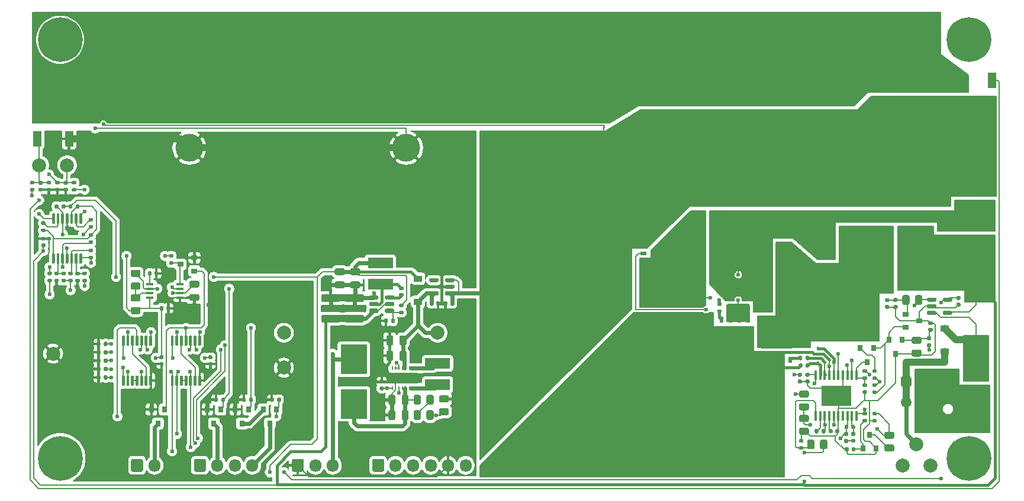
<source format=gbr>
%TF.GenerationSoftware,KiCad,Pcbnew,5.1.9*%
%TF.CreationDate,2021-03-01T17:05:04+00:00*%
%TF.ProjectId,TSAL,5453414c-2e6b-4696-9361-645f70636258,rev?*%
%TF.SameCoordinates,PX42c1d80PY42c1d80*%
%TF.FileFunction,Copper,L1,Top*%
%TF.FilePolarity,Positive*%
%FSLAX46Y46*%
G04 Gerber Fmt 4.6, Leading zero omitted, Abs format (unit mm)*
G04 Created by KiCad (PCBNEW 5.1.9) date 2021-03-01 17:05:04*
%MOMM*%
%LPD*%
G01*
G04 APERTURE LIST*
%TA.AperFunction,EtchedComponent*%
%ADD10C,0.100000*%
%TD*%
%TA.AperFunction,ComponentPad*%
%ADD11O,1.700000X1.850000*%
%TD*%
%TA.AperFunction,ComponentPad*%
%ADD12C,6.400000*%
%TD*%
%TA.AperFunction,ComponentPad*%
%ADD13C,4.000000*%
%TD*%
%TA.AperFunction,ComponentPad*%
%ADD14R,4.000000X4.000000*%
%TD*%
%TA.AperFunction,SMDPad,CuDef*%
%ADD15R,1.200000X0.900000*%
%TD*%
%TA.AperFunction,SMDPad,CuDef*%
%ADD16R,0.450000X0.600000*%
%TD*%
%TA.AperFunction,ComponentPad*%
%ADD17C,1.500000*%
%TD*%
%TA.AperFunction,SMDPad,CuDef*%
%ADD18R,3.600000X1.500000*%
%TD*%
%TA.AperFunction,SMDPad,CuDef*%
%ADD19R,2.600000X8.200000*%
%TD*%
%TA.AperFunction,SMDPad,CuDef*%
%ADD20R,5.000000X3.100000*%
%TD*%
%TA.AperFunction,SMDPad,CuDef*%
%ADD21R,0.800000X0.900000*%
%TD*%
%TA.AperFunction,SMDPad,CuDef*%
%ADD22R,0.900000X0.800000*%
%TD*%
%TA.AperFunction,SMDPad,CuDef*%
%ADD23R,4.410000X4.550000*%
%TD*%
%TA.AperFunction,SMDPad,CuDef*%
%ADD24R,0.500000X0.850000*%
%TD*%
%TA.AperFunction,SMDPad,CuDef*%
%ADD25R,4.550000X4.410000*%
%TD*%
%TA.AperFunction,SMDPad,CuDef*%
%ADD26R,0.850000X0.500000*%
%TD*%
%TA.AperFunction,SMDPad,CuDef*%
%ADD27R,5.800000X6.400000*%
%TD*%
%TA.AperFunction,SMDPad,CuDef*%
%ADD28R,1.200000X2.200000*%
%TD*%
%TA.AperFunction,ComponentPad*%
%ADD29C,2.000000*%
%TD*%
%TA.AperFunction,SMDPad,CuDef*%
%ADD30R,1.100000X0.400000*%
%TD*%
%TA.AperFunction,SMDPad,CuDef*%
%ADD31R,4.200000X3.000000*%
%TD*%
%TA.AperFunction,SMDPad,CuDef*%
%ADD32R,0.450000X1.450000*%
%TD*%
%TA.AperFunction,SMDPad,CuDef*%
%ADD33O,0.200000X0.200000*%
%TD*%
%TA.AperFunction,SMDPad,CuDef*%
%ADD34O,0.240000X0.600000*%
%TD*%
%TA.AperFunction,SMDPad,CuDef*%
%ADD35C,0.100000*%
%TD*%
%TA.AperFunction,SMDPad,CuDef*%
%ADD36R,3.810000X4.240000*%
%TD*%
%TA.AperFunction,ViaPad*%
%ADD37C,0.600000*%
%TD*%
%TA.AperFunction,ViaPad*%
%ADD38C,1.200000*%
%TD*%
%TA.AperFunction,Conductor*%
%ADD39C,0.200000*%
%TD*%
%TA.AperFunction,Conductor*%
%ADD40C,0.600000*%
%TD*%
%TA.AperFunction,Conductor*%
%ADD41C,0.400000*%
%TD*%
%TA.AperFunction,Conductor*%
%ADD42C,1.000000*%
%TD*%
%TA.AperFunction,Conductor*%
%ADD43C,1.200000*%
%TD*%
%TA.AperFunction,Conductor*%
%ADD44C,0.100000*%
%TD*%
G04 APERTURE END LIST*
D10*
%TO.C,ZZ1*%
G36*
X135900000Y-47400000D02*
G01*
X135900000Y-47000000D01*
X136100000Y-47000000D01*
X136100000Y-47400000D01*
X135900000Y-47400000D01*
G37*
%TO.C,ZZ2*%
G36*
X136100000Y-42600000D02*
G01*
X136100000Y-43000000D01*
X135900000Y-43000000D01*
X135900000Y-42600000D01*
X136100000Y-42600000D01*
G37*
%TO.C,ZZ4*%
G36*
X101900000Y-42900000D02*
G01*
X101900000Y-42500000D01*
X102100000Y-42500000D01*
X102100000Y-42900000D01*
X101900000Y-42900000D01*
G37*
%TO.C,ZZ6*%
G36*
X102100000Y-38100000D02*
G01*
X102100000Y-38500000D01*
X101900000Y-38500000D01*
X101900000Y-38100000D01*
X102100000Y-38100000D01*
G37*
%TO.C,ZZ7*%
G36*
X116500000Y-57400000D02*
G01*
X116500000Y-57800000D01*
X116300000Y-57800000D01*
X116300000Y-57400000D01*
X116500000Y-57400000D01*
G37*
%TO.C,ZZ8*%
G36*
X54600000Y-17700000D02*
G01*
X54600000Y-18100000D01*
X54400000Y-18100000D01*
X54400000Y-17700000D01*
X54600000Y-17700000D01*
G37*
%TO.C,ZZ3*%
G36*
X82900000Y-17300000D02*
G01*
X82900000Y-17700000D01*
X82700000Y-17700000D01*
X82700000Y-17300000D01*
X82900000Y-17300000D01*
G37*
%TD*%
D11*
%TO.P,J5,2*%
%TO.N,/Dash_LED-*%
X18500000Y-66000000D03*
%TO.P,J5,1*%
%TO.N,VCC*%
%TA.AperFunction,ComponentPad*%
G36*
G01*
X15150000Y-66675000D02*
X15150000Y-65325000D01*
G75*
G02*
X15400000Y-65075000I250000J0D01*
G01*
X16600000Y-65075000D01*
G75*
G02*
X16850000Y-65325000I0J-250000D01*
G01*
X16850000Y-66675000D01*
G75*
G02*
X16600000Y-66925000I-250000J0D01*
G01*
X15400000Y-66925000D01*
G75*
G02*
X15150000Y-66675000I0J250000D01*
G01*
G37*
%TD.AperFunction*%
%TD*%
D12*
%TO.P,H1,1*%
%TO.N,N/C*%
X5000000Y-5000000D03*
%TD*%
%TO.P,H2,1*%
%TO.N,N/C*%
X135000000Y-5000000D03*
%TD*%
%TO.P,H3,1*%
%TO.N,N/C*%
X5000000Y-65000000D03*
%TD*%
%TO.P,H4,1*%
%TO.N,N/C*%
X135000000Y-65000000D03*
%TD*%
%TO.P,C1,2*%
%TO.N,GND*%
%TA.AperFunction,SMDPad,CuDef*%
G36*
G01*
X19330000Y-51200000D02*
X19670000Y-51200000D01*
G75*
G02*
X19810000Y-51340000I0J-140000D01*
G01*
X19810000Y-51620000D01*
G75*
G02*
X19670000Y-51760000I-140000J0D01*
G01*
X19330000Y-51760000D01*
G75*
G02*
X19190000Y-51620000I0J140000D01*
G01*
X19190000Y-51340000D01*
G75*
G02*
X19330000Y-51200000I140000J0D01*
G01*
G37*
%TD.AperFunction*%
%TO.P,C1,1*%
%TO.N,VCC*%
%TA.AperFunction,SMDPad,CuDef*%
G36*
G01*
X19330000Y-50240000D02*
X19670000Y-50240000D01*
G75*
G02*
X19810000Y-50380000I0J-140000D01*
G01*
X19810000Y-50660000D01*
G75*
G02*
X19670000Y-50800000I-140000J0D01*
G01*
X19330000Y-50800000D01*
G75*
G02*
X19190000Y-50660000I0J140000D01*
G01*
X19190000Y-50380000D01*
G75*
G02*
X19330000Y-50240000I140000J0D01*
G01*
G37*
%TD.AperFunction*%
%TD*%
%TO.P,C2,2*%
%TO.N,GND*%
%TA.AperFunction,SMDPad,CuDef*%
G36*
G01*
X26330000Y-51200000D02*
X26670000Y-51200000D01*
G75*
G02*
X26810000Y-51340000I0J-140000D01*
G01*
X26810000Y-51620000D01*
G75*
G02*
X26670000Y-51760000I-140000J0D01*
G01*
X26330000Y-51760000D01*
G75*
G02*
X26190000Y-51620000I0J140000D01*
G01*
X26190000Y-51340000D01*
G75*
G02*
X26330000Y-51200000I140000J0D01*
G01*
G37*
%TD.AperFunction*%
%TO.P,C2,1*%
%TO.N,VCC*%
%TA.AperFunction,SMDPad,CuDef*%
G36*
G01*
X26330000Y-50240000D02*
X26670000Y-50240000D01*
G75*
G02*
X26810000Y-50380000I0J-140000D01*
G01*
X26810000Y-50660000D01*
G75*
G02*
X26670000Y-50800000I-140000J0D01*
G01*
X26330000Y-50800000D01*
G75*
G02*
X26190000Y-50660000I0J140000D01*
G01*
X26190000Y-50380000D01*
G75*
G02*
X26330000Y-50240000I140000J0D01*
G01*
G37*
%TD.AperFunction*%
%TD*%
%TO.P,C3,2*%
%TO.N,GND*%
%TA.AperFunction,SMDPad,CuDef*%
G36*
G01*
X20200000Y-43670000D02*
X20200000Y-43330000D01*
G75*
G02*
X20340000Y-43190000I140000J0D01*
G01*
X20620000Y-43190000D01*
G75*
G02*
X20760000Y-43330000I0J-140000D01*
G01*
X20760000Y-43670000D01*
G75*
G02*
X20620000Y-43810000I-140000J0D01*
G01*
X20340000Y-43810000D01*
G75*
G02*
X20200000Y-43670000I0J140000D01*
G01*
G37*
%TD.AperFunction*%
%TO.P,C3,1*%
%TO.N,VCC*%
%TA.AperFunction,SMDPad,CuDef*%
G36*
G01*
X19240000Y-43670000D02*
X19240000Y-43330000D01*
G75*
G02*
X19380000Y-43190000I140000J0D01*
G01*
X19660000Y-43190000D01*
G75*
G02*
X19800000Y-43330000I0J-140000D01*
G01*
X19800000Y-43670000D01*
G75*
G02*
X19660000Y-43810000I-140000J0D01*
G01*
X19380000Y-43810000D01*
G75*
G02*
X19240000Y-43670000I0J140000D01*
G01*
G37*
%TD.AperFunction*%
%TD*%
%TO.P,C4,2*%
%TO.N,GND*%
%TA.AperFunction,SMDPad,CuDef*%
G36*
G01*
X18500000Y-38670000D02*
X18500000Y-38330000D01*
G75*
G02*
X18640000Y-38190000I140000J0D01*
G01*
X18920000Y-38190000D01*
G75*
G02*
X19060000Y-38330000I0J-140000D01*
G01*
X19060000Y-38670000D01*
G75*
G02*
X18920000Y-38810000I-140000J0D01*
G01*
X18640000Y-38810000D01*
G75*
G02*
X18500000Y-38670000I0J140000D01*
G01*
G37*
%TD.AperFunction*%
%TO.P,C4,1*%
%TO.N,Net-(C4-Pad1)*%
%TA.AperFunction,SMDPad,CuDef*%
G36*
G01*
X17540000Y-38670000D02*
X17540000Y-38330000D01*
G75*
G02*
X17680000Y-38190000I140000J0D01*
G01*
X17960000Y-38190000D01*
G75*
G02*
X18100000Y-38330000I0J-140000D01*
G01*
X18100000Y-38670000D01*
G75*
G02*
X17960000Y-38810000I-140000J0D01*
G01*
X17680000Y-38810000D01*
G75*
G02*
X17540000Y-38670000I0J140000D01*
G01*
G37*
%TD.AperFunction*%
%TD*%
%TO.P,C5,2*%
%TO.N,GND*%
%TA.AperFunction,SMDPad,CuDef*%
G36*
G01*
X23725000Y-41450000D02*
X24675000Y-41450000D01*
G75*
G02*
X24925000Y-41700000I0J-250000D01*
G01*
X24925000Y-42200000D01*
G75*
G02*
X24675000Y-42450000I-250000J0D01*
G01*
X23725000Y-42450000D01*
G75*
G02*
X23475000Y-42200000I0J250000D01*
G01*
X23475000Y-41700000D01*
G75*
G02*
X23725000Y-41450000I250000J0D01*
G01*
G37*
%TD.AperFunction*%
%TO.P,C5,1*%
%TO.N,Net-(C5-Pad1)*%
%TA.AperFunction,SMDPad,CuDef*%
G36*
G01*
X23725000Y-39550000D02*
X24675000Y-39550000D01*
G75*
G02*
X24925000Y-39800000I0J-250000D01*
G01*
X24925000Y-40300000D01*
G75*
G02*
X24675000Y-40550000I-250000J0D01*
G01*
X23725000Y-40550000D01*
G75*
G02*
X23475000Y-40300000I0J250000D01*
G01*
X23475000Y-39800000D01*
G75*
G02*
X23725000Y-39550000I250000J0D01*
G01*
G37*
%TD.AperFunction*%
%TD*%
%TO.P,C6,2*%
%TO.N,Net-(C6-Pad2)*%
%TA.AperFunction,SMDPad,CuDef*%
G36*
G01*
X53630000Y-41300000D02*
X53970000Y-41300000D01*
G75*
G02*
X54110000Y-41440000I0J-140000D01*
G01*
X54110000Y-41720000D01*
G75*
G02*
X53970000Y-41860000I-140000J0D01*
G01*
X53630000Y-41860000D01*
G75*
G02*
X53490000Y-41720000I0J140000D01*
G01*
X53490000Y-41440000D01*
G75*
G02*
X53630000Y-41300000I140000J0D01*
G01*
G37*
%TD.AperFunction*%
%TO.P,C6,1*%
%TO.N,Net-(C6-Pad1)*%
%TA.AperFunction,SMDPad,CuDef*%
G36*
G01*
X53630000Y-40340000D02*
X53970000Y-40340000D01*
G75*
G02*
X54110000Y-40480000I0J-140000D01*
G01*
X54110000Y-40760000D01*
G75*
G02*
X53970000Y-40900000I-140000J0D01*
G01*
X53630000Y-40900000D01*
G75*
G02*
X53490000Y-40760000I0J140000D01*
G01*
X53490000Y-40480000D01*
G75*
G02*
X53630000Y-40340000I140000J0D01*
G01*
G37*
%TD.AperFunction*%
%TD*%
%TO.P,C7,2*%
%TO.N,GND*%
%TA.AperFunction,SMDPad,CuDef*%
G36*
G01*
X44800001Y-42600000D02*
X42599999Y-42600000D01*
G75*
G02*
X42350000Y-42350001I0J249999D01*
G01*
X42350000Y-41699999D01*
G75*
G02*
X42599999Y-41450000I249999J0D01*
G01*
X44800001Y-41450000D01*
G75*
G02*
X45050000Y-41699999I0J-249999D01*
G01*
X45050000Y-42350001D01*
G75*
G02*
X44800001Y-42600000I-249999J0D01*
G01*
G37*
%TD.AperFunction*%
%TO.P,C7,1*%
%TO.N,/Power/V_IN*%
%TA.AperFunction,SMDPad,CuDef*%
G36*
G01*
X44800001Y-45550000D02*
X42599999Y-45550000D01*
G75*
G02*
X42350000Y-45300001I0J249999D01*
G01*
X42350000Y-44649999D01*
G75*
G02*
X42599999Y-44400000I249999J0D01*
G01*
X44800001Y-44400000D01*
G75*
G02*
X45050000Y-44649999I0J-249999D01*
G01*
X45050000Y-45300001D01*
G75*
G02*
X44800001Y-45550000I-249999J0D01*
G01*
G37*
%TD.AperFunction*%
%TD*%
%TO.P,C8,2*%
%TO.N,GND*%
%TA.AperFunction,SMDPad,CuDef*%
G36*
G01*
X48200001Y-42600000D02*
X45999999Y-42600000D01*
G75*
G02*
X45750000Y-42350001I0J249999D01*
G01*
X45750000Y-41699999D01*
G75*
G02*
X45999999Y-41450000I249999J0D01*
G01*
X48200001Y-41450000D01*
G75*
G02*
X48450000Y-41699999I0J-249999D01*
G01*
X48450000Y-42350001D01*
G75*
G02*
X48200001Y-42600000I-249999J0D01*
G01*
G37*
%TD.AperFunction*%
%TO.P,C8,1*%
%TO.N,/Power/V_IN*%
%TA.AperFunction,SMDPad,CuDef*%
G36*
G01*
X48200001Y-45550000D02*
X45999999Y-45550000D01*
G75*
G02*
X45750000Y-45300001I0J249999D01*
G01*
X45750000Y-44649999D01*
G75*
G02*
X45999999Y-44400000I249999J0D01*
G01*
X48200001Y-44400000D01*
G75*
G02*
X48450000Y-44649999I0J-249999D01*
G01*
X48450000Y-45300001D01*
G75*
G02*
X48200001Y-45550000I-249999J0D01*
G01*
G37*
%TD.AperFunction*%
%TD*%
%TO.P,C9,2*%
%TO.N,GND*%
%TA.AperFunction,SMDPad,CuDef*%
G36*
G01*
X46725000Y-39650000D02*
X47675000Y-39650000D01*
G75*
G02*
X47925000Y-39900000I0J-250000D01*
G01*
X47925000Y-40400000D01*
G75*
G02*
X47675000Y-40650000I-250000J0D01*
G01*
X46725000Y-40650000D01*
G75*
G02*
X46475000Y-40400000I0J250000D01*
G01*
X46475000Y-39900000D01*
G75*
G02*
X46725000Y-39650000I250000J0D01*
G01*
G37*
%TD.AperFunction*%
%TO.P,C9,1*%
%TO.N,+5V*%
%TA.AperFunction,SMDPad,CuDef*%
G36*
G01*
X46725000Y-37750000D02*
X47675000Y-37750000D01*
G75*
G02*
X47925000Y-38000000I0J-250000D01*
G01*
X47925000Y-38500000D01*
G75*
G02*
X47675000Y-38750000I-250000J0D01*
G01*
X46725000Y-38750000D01*
G75*
G02*
X46475000Y-38500000I0J250000D01*
G01*
X46475000Y-38000000D01*
G75*
G02*
X46725000Y-37750000I250000J0D01*
G01*
G37*
%TD.AperFunction*%
%TD*%
%TO.P,C10,2*%
%TO.N,GND*%
%TA.AperFunction,SMDPad,CuDef*%
G36*
G01*
X44525000Y-39650000D02*
X45475000Y-39650000D01*
G75*
G02*
X45725000Y-39900000I0J-250000D01*
G01*
X45725000Y-40400000D01*
G75*
G02*
X45475000Y-40650000I-250000J0D01*
G01*
X44525000Y-40650000D01*
G75*
G02*
X44275000Y-40400000I0J250000D01*
G01*
X44275000Y-39900000D01*
G75*
G02*
X44525000Y-39650000I250000J0D01*
G01*
G37*
%TD.AperFunction*%
%TO.P,C10,1*%
%TO.N,+5V*%
%TA.AperFunction,SMDPad,CuDef*%
G36*
G01*
X44525000Y-37750000D02*
X45475000Y-37750000D01*
G75*
G02*
X45725000Y-38000000I0J-250000D01*
G01*
X45725000Y-38500000D01*
G75*
G02*
X45475000Y-38750000I-250000J0D01*
G01*
X44525000Y-38750000D01*
G75*
G02*
X44275000Y-38500000I0J250000D01*
G01*
X44275000Y-38000000D01*
G75*
G02*
X44525000Y-37750000I250000J0D01*
G01*
G37*
%TD.AperFunction*%
%TD*%
%TO.P,C11,2*%
%TO.N,GND*%
%TA.AperFunction,SMDPad,CuDef*%
G36*
G01*
X52650000Y-47625000D02*
X52650000Y-48575000D01*
G75*
G02*
X52400000Y-48825000I-250000J0D01*
G01*
X51900000Y-48825000D01*
G75*
G02*
X51650000Y-48575000I0J250000D01*
G01*
X51650000Y-47625000D01*
G75*
G02*
X51900000Y-47375000I250000J0D01*
G01*
X52400000Y-47375000D01*
G75*
G02*
X52650000Y-47625000I0J-250000D01*
G01*
G37*
%TD.AperFunction*%
%TO.P,C11,1*%
%TO.N,Net-(C11-Pad1)*%
%TA.AperFunction,SMDPad,CuDef*%
G36*
G01*
X54550000Y-47625000D02*
X54550000Y-48575000D01*
G75*
G02*
X54300000Y-48825000I-250000J0D01*
G01*
X53800000Y-48825000D01*
G75*
G02*
X53550000Y-48575000I0J250000D01*
G01*
X53550000Y-47625000D01*
G75*
G02*
X53800000Y-47375000I250000J0D01*
G01*
X54300000Y-47375000D01*
G75*
G02*
X54550000Y-47625000I0J-250000D01*
G01*
G37*
%TD.AperFunction*%
%TD*%
%TO.P,C12,2*%
%TO.N,GND*%
%TA.AperFunction,SMDPad,CuDef*%
G36*
G01*
X52650000Y-49825000D02*
X52650000Y-50775000D01*
G75*
G02*
X52400000Y-51025000I-250000J0D01*
G01*
X51900000Y-51025000D01*
G75*
G02*
X51650000Y-50775000I0J250000D01*
G01*
X51650000Y-49825000D01*
G75*
G02*
X51900000Y-49575000I250000J0D01*
G01*
X52400000Y-49575000D01*
G75*
G02*
X52650000Y-49825000I0J-250000D01*
G01*
G37*
%TD.AperFunction*%
%TO.P,C12,1*%
%TO.N,Net-(C11-Pad1)*%
%TA.AperFunction,SMDPad,CuDef*%
G36*
G01*
X54550000Y-49825000D02*
X54550000Y-50775000D01*
G75*
G02*
X54300000Y-51025000I-250000J0D01*
G01*
X53800000Y-51025000D01*
G75*
G02*
X53550000Y-50775000I0J250000D01*
G01*
X53550000Y-49825000D01*
G75*
G02*
X53800000Y-49575000I250000J0D01*
G01*
X54300000Y-49575000D01*
G75*
G02*
X54550000Y-49825000I0J-250000D01*
G01*
G37*
%TD.AperFunction*%
%TD*%
%TO.P,C13,2*%
%TO.N,GND*%
%TA.AperFunction,SMDPad,CuDef*%
G36*
G01*
X52950000Y-56125000D02*
X52950000Y-57075000D01*
G75*
G02*
X52700000Y-57325000I-250000J0D01*
G01*
X52200000Y-57325000D01*
G75*
G02*
X51950000Y-57075000I0J250000D01*
G01*
X51950000Y-56125000D01*
G75*
G02*
X52200000Y-55875000I250000J0D01*
G01*
X52700000Y-55875000D01*
G75*
G02*
X52950000Y-56125000I0J-250000D01*
G01*
G37*
%TD.AperFunction*%
%TO.P,C13,1*%
%TO.N,Net-(C13-Pad1)*%
%TA.AperFunction,SMDPad,CuDef*%
G36*
G01*
X54850000Y-56125000D02*
X54850000Y-57075000D01*
G75*
G02*
X54600000Y-57325000I-250000J0D01*
G01*
X54100000Y-57325000D01*
G75*
G02*
X53850000Y-57075000I0J250000D01*
G01*
X53850000Y-56125000D01*
G75*
G02*
X54100000Y-55875000I250000J0D01*
G01*
X54600000Y-55875000D01*
G75*
G02*
X54850000Y-56125000I0J-250000D01*
G01*
G37*
%TD.AperFunction*%
%TD*%
%TO.P,C14,2*%
%TO.N,GND*%
%TA.AperFunction,SMDPad,CuDef*%
G36*
G01*
X52950000Y-58325000D02*
X52950000Y-59275000D01*
G75*
G02*
X52700000Y-59525000I-250000J0D01*
G01*
X52200000Y-59525000D01*
G75*
G02*
X51950000Y-59275000I0J250000D01*
G01*
X51950000Y-58325000D01*
G75*
G02*
X52200000Y-58075000I250000J0D01*
G01*
X52700000Y-58075000D01*
G75*
G02*
X52950000Y-58325000I0J-250000D01*
G01*
G37*
%TD.AperFunction*%
%TO.P,C14,1*%
%TO.N,Net-(C13-Pad1)*%
%TA.AperFunction,SMDPad,CuDef*%
G36*
G01*
X54850000Y-58325000D02*
X54850000Y-59275000D01*
G75*
G02*
X54600000Y-59525000I-250000J0D01*
G01*
X54100000Y-59525000D01*
G75*
G02*
X53850000Y-59275000I0J250000D01*
G01*
X53850000Y-58325000D01*
G75*
G02*
X54100000Y-58075000I250000J0D01*
G01*
X54600000Y-58075000D01*
G75*
G02*
X54850000Y-58325000I0J-250000D01*
G01*
G37*
%TD.AperFunction*%
%TD*%
%TO.P,C15,2*%
%TO.N,GND*%
%TA.AperFunction,SMDPad,CuDef*%
G36*
G01*
X51170000Y-54300000D02*
X50830000Y-54300000D01*
G75*
G02*
X50690000Y-54160000I0J140000D01*
G01*
X50690000Y-53880000D01*
G75*
G02*
X50830000Y-53740000I140000J0D01*
G01*
X51170000Y-53740000D01*
G75*
G02*
X51310000Y-53880000I0J-140000D01*
G01*
X51310000Y-54160000D01*
G75*
G02*
X51170000Y-54300000I-140000J0D01*
G01*
G37*
%TD.AperFunction*%
%TO.P,C15,1*%
%TO.N,Net-(C15-Pad1)*%
%TA.AperFunction,SMDPad,CuDef*%
G36*
G01*
X51170000Y-55260000D02*
X50830000Y-55260000D01*
G75*
G02*
X50690000Y-55120000I0J140000D01*
G01*
X50690000Y-54840000D01*
G75*
G02*
X50830000Y-54700000I140000J0D01*
G01*
X51170000Y-54700000D01*
G75*
G02*
X51310000Y-54840000I0J-140000D01*
G01*
X51310000Y-55120000D01*
G75*
G02*
X51170000Y-55260000I-140000J0D01*
G01*
G37*
%TD.AperFunction*%
%TD*%
%TO.P,C16,2*%
%TO.N,GND*%
%TA.AperFunction,SMDPad,CuDef*%
G36*
G01*
X60400000Y-42630000D02*
X60400000Y-42970000D01*
G75*
G02*
X60260000Y-43110000I-140000J0D01*
G01*
X59980000Y-43110000D01*
G75*
G02*
X59840000Y-42970000I0J140000D01*
G01*
X59840000Y-42630000D01*
G75*
G02*
X59980000Y-42490000I140000J0D01*
G01*
X60260000Y-42490000D01*
G75*
G02*
X60400000Y-42630000I0J-140000D01*
G01*
G37*
%TD.AperFunction*%
%TO.P,C16,1*%
%TO.N,/Power/VCAP2*%
%TA.AperFunction,SMDPad,CuDef*%
G36*
G01*
X61360000Y-42630000D02*
X61360000Y-42970000D01*
G75*
G02*
X61220000Y-43110000I-140000J0D01*
G01*
X60940000Y-43110000D01*
G75*
G02*
X60800000Y-42970000I0J140000D01*
G01*
X60800000Y-42630000D01*
G75*
G02*
X60940000Y-42490000I140000J0D01*
G01*
X61220000Y-42490000D01*
G75*
G02*
X61360000Y-42630000I0J-140000D01*
G01*
G37*
%TD.AperFunction*%
%TD*%
%TO.P,C17,2*%
%TO.N,GND*%
%TA.AperFunction,SMDPad,CuDef*%
G36*
G01*
X58800000Y-42970000D02*
X58800000Y-42630000D01*
G75*
G02*
X58940000Y-42490000I140000J0D01*
G01*
X59220000Y-42490000D01*
G75*
G02*
X59360000Y-42630000I0J-140000D01*
G01*
X59360000Y-42970000D01*
G75*
G02*
X59220000Y-43110000I-140000J0D01*
G01*
X58940000Y-43110000D01*
G75*
G02*
X58800000Y-42970000I0J140000D01*
G01*
G37*
%TD.AperFunction*%
%TO.P,C17,1*%
%TO.N,Net-(C11-Pad1)*%
%TA.AperFunction,SMDPad,CuDef*%
G36*
G01*
X57840000Y-42970000D02*
X57840000Y-42630000D01*
G75*
G02*
X57980000Y-42490000I140000J0D01*
G01*
X58260000Y-42490000D01*
G75*
G02*
X58400000Y-42630000I0J-140000D01*
G01*
X58400000Y-42970000D01*
G75*
G02*
X58260000Y-43110000I-140000J0D01*
G01*
X57980000Y-43110000D01*
G75*
G02*
X57840000Y-42970000I0J140000D01*
G01*
G37*
%TD.AperFunction*%
%TD*%
%TO.P,C18,2*%
%TO.N,GND*%
%TA.AperFunction,SMDPad,CuDef*%
G36*
G01*
X135500000Y-32500000D02*
X133500000Y-32500000D01*
G75*
G02*
X133250000Y-32250000I0J250000D01*
G01*
X133250000Y-28350000D01*
G75*
G02*
X133500000Y-28100000I250000J0D01*
G01*
X135500000Y-28100000D01*
G75*
G02*
X135750000Y-28350000I0J-250000D01*
G01*
X135750000Y-32250000D01*
G75*
G02*
X135500000Y-32500000I-250000J0D01*
G01*
G37*
%TD.AperFunction*%
%TO.P,C18,1*%
%TO.N,/Power/V_IN*%
%TA.AperFunction,SMDPad,CuDef*%
G36*
G01*
X135500000Y-39900000D02*
X133500000Y-39900000D01*
G75*
G02*
X133250000Y-39650000I0J250000D01*
G01*
X133250000Y-35750000D01*
G75*
G02*
X133500000Y-35500000I250000J0D01*
G01*
X135500000Y-35500000D01*
G75*
G02*
X135750000Y-35750000I0J-250000D01*
G01*
X135750000Y-39650000D01*
G75*
G02*
X135500000Y-39900000I-250000J0D01*
G01*
G37*
%TD.AperFunction*%
%TD*%
%TO.P,C19,2*%
%TO.N,GND*%
%TA.AperFunction,SMDPad,CuDef*%
G36*
G01*
X115500000Y-36500000D02*
X113500000Y-36500000D01*
G75*
G02*
X113250000Y-36250000I0J250000D01*
G01*
X113250000Y-32350000D01*
G75*
G02*
X113500000Y-32100000I250000J0D01*
G01*
X115500000Y-32100000D01*
G75*
G02*
X115750000Y-32350000I0J-250000D01*
G01*
X115750000Y-36250000D01*
G75*
G02*
X115500000Y-36500000I-250000J0D01*
G01*
G37*
%TD.AperFunction*%
%TO.P,C19,1*%
%TO.N,/Power/SW_IN*%
%TA.AperFunction,SMDPad,CuDef*%
G36*
G01*
X115500000Y-43900000D02*
X113500000Y-43900000D01*
G75*
G02*
X113250000Y-43650000I0J250000D01*
G01*
X113250000Y-39750000D01*
G75*
G02*
X113500000Y-39500000I250000J0D01*
G01*
X115500000Y-39500000D01*
G75*
G02*
X115750000Y-39750000I0J-250000D01*
G01*
X115750000Y-43650000D01*
G75*
G02*
X115500000Y-43900000I-250000J0D01*
G01*
G37*
%TD.AperFunction*%
%TD*%
%TO.P,C20,2*%
%TO.N,GNDA*%
%TA.AperFunction,SMDPad,CuDef*%
G36*
G01*
X133330000Y-42700000D02*
X133670000Y-42700000D01*
G75*
G02*
X133810000Y-42840000I0J-140000D01*
G01*
X133810000Y-43120000D01*
G75*
G02*
X133670000Y-43260000I-140000J0D01*
G01*
X133330000Y-43260000D01*
G75*
G02*
X133190000Y-43120000I0J140000D01*
G01*
X133190000Y-42840000D01*
G75*
G02*
X133330000Y-42700000I140000J0D01*
G01*
G37*
%TD.AperFunction*%
%TO.P,C20,1*%
%TO.N,+5V*%
%TA.AperFunction,SMDPad,CuDef*%
G36*
G01*
X133330000Y-41740000D02*
X133670000Y-41740000D01*
G75*
G02*
X133810000Y-41880000I0J-140000D01*
G01*
X133810000Y-42160000D01*
G75*
G02*
X133670000Y-42300000I-140000J0D01*
G01*
X133330000Y-42300000D01*
G75*
G02*
X133190000Y-42160000I0J140000D01*
G01*
X133190000Y-41880000D01*
G75*
G02*
X133330000Y-41740000I140000J0D01*
G01*
G37*
%TD.AperFunction*%
%TD*%
%TO.P,C22,2*%
%TO.N,GND*%
%TA.AperFunction,SMDPad,CuDef*%
G36*
G01*
X106100000Y-41399999D02*
X106100000Y-43600001D01*
G75*
G02*
X105850001Y-43850000I-249999J0D01*
G01*
X105199999Y-43850000D01*
G75*
G02*
X104950000Y-43600001I0J249999D01*
G01*
X104950000Y-41399999D01*
G75*
G02*
X105199999Y-41150000I249999J0D01*
G01*
X105850001Y-41150000D01*
G75*
G02*
X106100000Y-41399999I0J-249999D01*
G01*
G37*
%TD.AperFunction*%
%TO.P,C22,1*%
%TO.N,/Power/SW_IN*%
%TA.AperFunction,SMDPad,CuDef*%
G36*
G01*
X109050000Y-41399999D02*
X109050000Y-43600001D01*
G75*
G02*
X108800001Y-43850000I-249999J0D01*
G01*
X108149999Y-43850000D01*
G75*
G02*
X107900000Y-43600001I0J249999D01*
G01*
X107900000Y-41399999D01*
G75*
G02*
X108149999Y-41150000I249999J0D01*
G01*
X108800001Y-41150000D01*
G75*
G02*
X109050000Y-41399999I0J-249999D01*
G01*
G37*
%TD.AperFunction*%
%TD*%
%TO.P,C23,2*%
%TO.N,GND*%
%TA.AperFunction,SMDPad,CuDef*%
G36*
G01*
X106100000Y-37899999D02*
X106100000Y-40100001D01*
G75*
G02*
X105850001Y-40350000I-249999J0D01*
G01*
X105199999Y-40350000D01*
G75*
G02*
X104950000Y-40100001I0J249999D01*
G01*
X104950000Y-37899999D01*
G75*
G02*
X105199999Y-37650000I249999J0D01*
G01*
X105850001Y-37650000D01*
G75*
G02*
X106100000Y-37899999I0J-249999D01*
G01*
G37*
%TD.AperFunction*%
%TO.P,C23,1*%
%TO.N,/Power/SW_IN*%
%TA.AperFunction,SMDPad,CuDef*%
G36*
G01*
X109050000Y-37899999D02*
X109050000Y-40100001D01*
G75*
G02*
X108800001Y-40350000I-249999J0D01*
G01*
X108149999Y-40350000D01*
G75*
G02*
X107900000Y-40100001I0J249999D01*
G01*
X107900000Y-37899999D01*
G75*
G02*
X108149999Y-37650000I249999J0D01*
G01*
X108800001Y-37650000D01*
G75*
G02*
X109050000Y-37899999I0J-249999D01*
G01*
G37*
%TD.AperFunction*%
%TD*%
%TO.P,C24,2*%
%TO.N,GND*%
%TA.AperFunction,SMDPad,CuDef*%
G36*
G01*
X106100000Y-34399999D02*
X106100000Y-36600001D01*
G75*
G02*
X105850001Y-36850000I-249999J0D01*
G01*
X105199999Y-36850000D01*
G75*
G02*
X104950000Y-36600001I0J249999D01*
G01*
X104950000Y-34399999D01*
G75*
G02*
X105199999Y-34150000I249999J0D01*
G01*
X105850001Y-34150000D01*
G75*
G02*
X106100000Y-34399999I0J-249999D01*
G01*
G37*
%TD.AperFunction*%
%TO.P,C24,1*%
%TO.N,/Power/SW_IN*%
%TA.AperFunction,SMDPad,CuDef*%
G36*
G01*
X109050000Y-34399999D02*
X109050000Y-36600001D01*
G75*
G02*
X108800001Y-36850000I-249999J0D01*
G01*
X108149999Y-36850000D01*
G75*
G02*
X107900000Y-36600001I0J249999D01*
G01*
X107900000Y-34399999D01*
G75*
G02*
X108149999Y-34150000I249999J0D01*
G01*
X108800001Y-34150000D01*
G75*
G02*
X109050000Y-34399999I0J-249999D01*
G01*
G37*
%TD.AperFunction*%
%TD*%
%TO.P,C26,2*%
%TO.N,/Power/FB*%
%TA.AperFunction,SMDPad,CuDef*%
G36*
G01*
X117750000Y-60330000D02*
X117750000Y-60670000D01*
G75*
G02*
X117610000Y-60810000I-140000J0D01*
G01*
X117330000Y-60810000D01*
G75*
G02*
X117190000Y-60670000I0J140000D01*
G01*
X117190000Y-60330000D01*
G75*
G02*
X117330000Y-60190000I140000J0D01*
G01*
X117610000Y-60190000D01*
G75*
G02*
X117750000Y-60330000I0J-140000D01*
G01*
G37*
%TD.AperFunction*%
%TO.P,C26,1*%
%TO.N,/Power/COMP*%
%TA.AperFunction,SMDPad,CuDef*%
G36*
G01*
X118710000Y-60330000D02*
X118710000Y-60670000D01*
G75*
G02*
X118570000Y-60810000I-140000J0D01*
G01*
X118290000Y-60810000D01*
G75*
G02*
X118150000Y-60670000I0J140000D01*
G01*
X118150000Y-60330000D01*
G75*
G02*
X118290000Y-60190000I140000J0D01*
G01*
X118570000Y-60190000D01*
G75*
G02*
X118710000Y-60330000I0J-140000D01*
G01*
G37*
%TD.AperFunction*%
%TD*%
%TO.P,C28,2*%
%TO.N,Net-(C28-Pad2)*%
%TA.AperFunction,SMDPad,CuDef*%
G36*
G01*
X118280000Y-62200000D02*
X118620000Y-62200000D01*
G75*
G02*
X118760000Y-62340000I0J-140000D01*
G01*
X118760000Y-62620000D01*
G75*
G02*
X118620000Y-62760000I-140000J0D01*
G01*
X118280000Y-62760000D01*
G75*
G02*
X118140000Y-62620000I0J140000D01*
G01*
X118140000Y-62340000D01*
G75*
G02*
X118280000Y-62200000I140000J0D01*
G01*
G37*
%TD.AperFunction*%
%TO.P,C28,1*%
%TO.N,/Power/COMP*%
%TA.AperFunction,SMDPad,CuDef*%
G36*
G01*
X118280000Y-61240000D02*
X118620000Y-61240000D01*
G75*
G02*
X118760000Y-61380000I0J-140000D01*
G01*
X118760000Y-61660000D01*
G75*
G02*
X118620000Y-61800000I-140000J0D01*
G01*
X118280000Y-61800000D01*
G75*
G02*
X118140000Y-61660000I0J140000D01*
G01*
X118140000Y-61380000D01*
G75*
G02*
X118280000Y-61240000I140000J0D01*
G01*
G37*
%TD.AperFunction*%
%TD*%
%TO.P,C29,2*%
%TO.N,GND*%
%TA.AperFunction,SMDPad,CuDef*%
G36*
G01*
X98400000Y-39600001D02*
X98400000Y-37399999D01*
G75*
G02*
X98649999Y-37150000I249999J0D01*
G01*
X99300001Y-37150000D01*
G75*
G02*
X99550000Y-37399999I0J-249999D01*
G01*
X99550000Y-39600001D01*
G75*
G02*
X99300001Y-39850000I-249999J0D01*
G01*
X98649999Y-39850000D01*
G75*
G02*
X98400000Y-39600001I0J249999D01*
G01*
G37*
%TD.AperFunction*%
%TO.P,C29,1*%
%TO.N,/Power/V_CHARGE*%
%TA.AperFunction,SMDPad,CuDef*%
G36*
G01*
X95450000Y-39600001D02*
X95450000Y-37399999D01*
G75*
G02*
X95699999Y-37150000I249999J0D01*
G01*
X96350001Y-37150000D01*
G75*
G02*
X96600000Y-37399999I0J-249999D01*
G01*
X96600000Y-39600001D01*
G75*
G02*
X96350001Y-39850000I-249999J0D01*
G01*
X95699999Y-39850000D01*
G75*
G02*
X95450000Y-39600001I0J249999D01*
G01*
G37*
%TD.AperFunction*%
%TD*%
%TO.P,C30,2*%
%TO.N,GND*%
%TA.AperFunction,SMDPad,CuDef*%
G36*
G01*
X98400000Y-36100001D02*
X98400000Y-33899999D01*
G75*
G02*
X98649999Y-33650000I249999J0D01*
G01*
X99300001Y-33650000D01*
G75*
G02*
X99550000Y-33899999I0J-249999D01*
G01*
X99550000Y-36100001D01*
G75*
G02*
X99300001Y-36350000I-249999J0D01*
G01*
X98649999Y-36350000D01*
G75*
G02*
X98400000Y-36100001I0J249999D01*
G01*
G37*
%TD.AperFunction*%
%TO.P,C30,1*%
%TO.N,/Power/V_CHARGE*%
%TA.AperFunction,SMDPad,CuDef*%
G36*
G01*
X95450000Y-36100001D02*
X95450000Y-33899999D01*
G75*
G02*
X95699999Y-33650000I249999J0D01*
G01*
X96350001Y-33650000D01*
G75*
G02*
X96600000Y-33899999I0J-249999D01*
G01*
X96600000Y-36100001D01*
G75*
G02*
X96350001Y-36350000I-249999J0D01*
G01*
X95699999Y-36350000D01*
G75*
G02*
X95450000Y-36100001I0J249999D01*
G01*
G37*
%TD.AperFunction*%
%TD*%
%TO.P,C31,2*%
%TO.N,GND*%
%TA.AperFunction,SMDPad,CuDef*%
G36*
G01*
X98400000Y-32600001D02*
X98400000Y-30399999D01*
G75*
G02*
X98649999Y-30150000I249999J0D01*
G01*
X99300001Y-30150000D01*
G75*
G02*
X99550000Y-30399999I0J-249999D01*
G01*
X99550000Y-32600001D01*
G75*
G02*
X99300001Y-32850000I-249999J0D01*
G01*
X98649999Y-32850000D01*
G75*
G02*
X98400000Y-32600001I0J249999D01*
G01*
G37*
%TD.AperFunction*%
%TO.P,C31,1*%
%TO.N,/Power/V_CHARGE*%
%TA.AperFunction,SMDPad,CuDef*%
G36*
G01*
X95450000Y-32600001D02*
X95450000Y-30399999D01*
G75*
G02*
X95699999Y-30150000I249999J0D01*
G01*
X96350001Y-30150000D01*
G75*
G02*
X96600000Y-30399999I0J-249999D01*
G01*
X96600000Y-32600001D01*
G75*
G02*
X96350001Y-32850000I-249999J0D01*
G01*
X95699999Y-32850000D01*
G75*
G02*
X95450000Y-32600001I0J249999D01*
G01*
G37*
%TD.AperFunction*%
%TD*%
D13*
%TO.P,C32,2*%
%TO.N,/Power/VCAP1*%
X85500000Y-10500000D03*
D14*
%TO.P,C32,1*%
%TO.N,/Power/VCAP2*%
X85500000Y-20500000D03*
%TD*%
D13*
%TO.P,C33,2*%
%TO.N,/Power/VCAP1*%
X116500000Y-10500000D03*
D14*
%TO.P,C33,1*%
%TO.N,/Power/VCAP2*%
X116500000Y-20500000D03*
%TD*%
%TO.P,C34,2*%
%TO.N,GNDA*%
%TA.AperFunction,SMDPad,CuDef*%
G36*
G01*
X115900000Y-61270000D02*
X115900000Y-60930000D01*
G75*
G02*
X116040000Y-60790000I140000J0D01*
G01*
X116320000Y-60790000D01*
G75*
G02*
X116460000Y-60930000I0J-140000D01*
G01*
X116460000Y-61270000D01*
G75*
G02*
X116320000Y-61410000I-140000J0D01*
G01*
X116040000Y-61410000D01*
G75*
G02*
X115900000Y-61270000I0J140000D01*
G01*
G37*
%TD.AperFunction*%
%TO.P,C34,1*%
%TO.N,/Power/SS*%
%TA.AperFunction,SMDPad,CuDef*%
G36*
G01*
X114940000Y-61270000D02*
X114940000Y-60930000D01*
G75*
G02*
X115080000Y-60790000I140000J0D01*
G01*
X115360000Y-60790000D01*
G75*
G02*
X115500000Y-60930000I0J-140000D01*
G01*
X115500000Y-61270000D01*
G75*
G02*
X115360000Y-61410000I-140000J0D01*
G01*
X115080000Y-61410000D01*
G75*
G02*
X114940000Y-61270000I0J140000D01*
G01*
G37*
%TD.AperFunction*%
%TD*%
%TO.P,C37,2*%
%TO.N,GNDA*%
%TA.AperFunction,SMDPad,CuDef*%
G36*
G01*
X117800000Y-63530000D02*
X117800000Y-63870000D01*
G75*
G02*
X117660000Y-64010000I-140000J0D01*
G01*
X117380000Y-64010000D01*
G75*
G02*
X117240000Y-63870000I0J140000D01*
G01*
X117240000Y-63530000D01*
G75*
G02*
X117380000Y-63390000I140000J0D01*
G01*
X117660000Y-63390000D01*
G75*
G02*
X117800000Y-63530000I0J-140000D01*
G01*
G37*
%TD.AperFunction*%
%TO.P,C37,1*%
%TO.N,Net-(C37-Pad1)*%
%TA.AperFunction,SMDPad,CuDef*%
G36*
G01*
X118760000Y-63530000D02*
X118760000Y-63870000D01*
G75*
G02*
X118620000Y-64010000I-140000J0D01*
G01*
X118340000Y-64010000D01*
G75*
G02*
X118200000Y-63870000I0J140000D01*
G01*
X118200000Y-63530000D01*
G75*
G02*
X118340000Y-63390000I140000J0D01*
G01*
X118620000Y-63390000D01*
G75*
G02*
X118760000Y-63530000I0J-140000D01*
G01*
G37*
%TD.AperFunction*%
%TD*%
%TO.P,C39,2*%
%TO.N,GND*%
%TA.AperFunction,SMDPad,CuDef*%
G36*
G01*
X5630000Y-26200000D02*
X5970000Y-26200000D01*
G75*
G02*
X6110000Y-26340000I0J-140000D01*
G01*
X6110000Y-26620000D01*
G75*
G02*
X5970000Y-26760000I-140000J0D01*
G01*
X5630000Y-26760000D01*
G75*
G02*
X5490000Y-26620000I0J140000D01*
G01*
X5490000Y-26340000D01*
G75*
G02*
X5630000Y-26200000I140000J0D01*
G01*
G37*
%TD.AperFunction*%
%TO.P,C39,1*%
%TO.N,/Power/BAL_CTRL2*%
%TA.AperFunction,SMDPad,CuDef*%
G36*
G01*
X5630000Y-25240000D02*
X5970000Y-25240000D01*
G75*
G02*
X6110000Y-25380000I0J-140000D01*
G01*
X6110000Y-25660000D01*
G75*
G02*
X5970000Y-25800000I-140000J0D01*
G01*
X5630000Y-25800000D01*
G75*
G02*
X5490000Y-25660000I0J140000D01*
G01*
X5490000Y-25380000D01*
G75*
G02*
X5630000Y-25240000I140000J0D01*
G01*
G37*
%TD.AperFunction*%
%TD*%
%TO.P,C40,2*%
%TO.N,GND*%
%TA.AperFunction,SMDPad,CuDef*%
G36*
G01*
X2030000Y-26200000D02*
X2370000Y-26200000D01*
G75*
G02*
X2510000Y-26340000I0J-140000D01*
G01*
X2510000Y-26620000D01*
G75*
G02*
X2370000Y-26760000I-140000J0D01*
G01*
X2030000Y-26760000D01*
G75*
G02*
X1890000Y-26620000I0J140000D01*
G01*
X1890000Y-26340000D01*
G75*
G02*
X2030000Y-26200000I140000J0D01*
G01*
G37*
%TD.AperFunction*%
%TO.P,C40,1*%
%TO.N,/Power/BAL_CTRL1*%
%TA.AperFunction,SMDPad,CuDef*%
G36*
G01*
X2030000Y-25240000D02*
X2370000Y-25240000D01*
G75*
G02*
X2510000Y-25380000I0J-140000D01*
G01*
X2510000Y-25660000D01*
G75*
G02*
X2370000Y-25800000I-140000J0D01*
G01*
X2030000Y-25800000D01*
G75*
G02*
X1890000Y-25660000I0J140000D01*
G01*
X1890000Y-25380000D01*
G75*
G02*
X2030000Y-25240000I140000J0D01*
G01*
G37*
%TD.AperFunction*%
%TD*%
%TO.P,C42,2*%
%TO.N,GND*%
%TA.AperFunction,SMDPad,CuDef*%
G36*
G01*
X2770000Y-33800000D02*
X2430000Y-33800000D01*
G75*
G02*
X2290000Y-33660000I0J140000D01*
G01*
X2290000Y-33380000D01*
G75*
G02*
X2430000Y-33240000I140000J0D01*
G01*
X2770000Y-33240000D01*
G75*
G02*
X2910000Y-33380000I0J-140000D01*
G01*
X2910000Y-33660000D01*
G75*
G02*
X2770000Y-33800000I-140000J0D01*
G01*
G37*
%TD.AperFunction*%
%TO.P,C42,1*%
%TO.N,/Power/V_IN*%
%TA.AperFunction,SMDPad,CuDef*%
G36*
G01*
X2770000Y-34760000D02*
X2430000Y-34760000D01*
G75*
G02*
X2290000Y-34620000I0J140000D01*
G01*
X2290000Y-34340000D01*
G75*
G02*
X2430000Y-34200000I140000J0D01*
G01*
X2770000Y-34200000D01*
G75*
G02*
X2910000Y-34340000I0J-140000D01*
G01*
X2910000Y-34620000D01*
G75*
G02*
X2770000Y-34760000I-140000J0D01*
G01*
G37*
%TD.AperFunction*%
%TD*%
%TO.P,C43,2*%
%TO.N,GNDA*%
%TA.AperFunction,SMDPad,CuDef*%
G36*
G01*
X129670000Y-45900000D02*
X129330000Y-45900000D01*
G75*
G02*
X129190000Y-45760000I0J140000D01*
G01*
X129190000Y-45480000D01*
G75*
G02*
X129330000Y-45340000I140000J0D01*
G01*
X129670000Y-45340000D01*
G75*
G02*
X129810000Y-45480000I0J-140000D01*
G01*
X129810000Y-45760000D01*
G75*
G02*
X129670000Y-45900000I-140000J0D01*
G01*
G37*
%TD.AperFunction*%
%TO.P,C43,1*%
%TO.N,Net-(C43-Pad1)*%
%TA.AperFunction,SMDPad,CuDef*%
G36*
G01*
X129670000Y-46860000D02*
X129330000Y-46860000D01*
G75*
G02*
X129190000Y-46720000I0J140000D01*
G01*
X129190000Y-46440000D01*
G75*
G02*
X129330000Y-46300000I140000J0D01*
G01*
X129670000Y-46300000D01*
G75*
G02*
X129810000Y-46440000I0J-140000D01*
G01*
X129810000Y-46720000D01*
G75*
G02*
X129670000Y-46860000I-140000J0D01*
G01*
G37*
%TD.AperFunction*%
%TD*%
D15*
%TO.P,D1,2*%
%TO.N,+5V*%
X56200000Y-39250000D03*
%TO.P,D1,1*%
%TO.N,Net-(C11-Pad1)*%
X56200000Y-42550000D03*
%TD*%
%TO.P,D2,2*%
%TO.N,GND*%
X131500000Y-49650000D03*
%TO.P,D2,1*%
%TO.N,Net-(D2-Pad1)*%
X131500000Y-46350000D03*
%TD*%
D16*
%TO.P,D3,2*%
%TO.N,/Power/BUCK_VCC*%
X113400000Y-49250000D03*
%TO.P,D3,1*%
%TO.N,/Power/HB*%
X113400000Y-51350000D03*
%TD*%
D17*
%TO.P,J1,4*%
%TO.N,VIN*%
X129000000Y-57000000D03*
%TO.P,J1,3*%
%TO.N,GND*%
X126000000Y-57000000D03*
%TO.P,J1,2*%
%TO.N,VIN*%
X129000000Y-54000000D03*
%TO.P,J1,1*%
%TO.N,GND*%
%TA.AperFunction,ComponentPad*%
G36*
G01*
X125250000Y-54500000D02*
X125250000Y-53500000D01*
G75*
G02*
X125500000Y-53250000I250000J0D01*
G01*
X126500000Y-53250000D01*
G75*
G02*
X126750000Y-53500000I0J-250000D01*
G01*
X126750000Y-54500000D01*
G75*
G02*
X126500000Y-54750000I-250000J0D01*
G01*
X125500000Y-54750000D01*
G75*
G02*
X125250000Y-54500000I0J250000D01*
G01*
G37*
%TD.AperFunction*%
%TD*%
D11*
%TO.P,J3,4*%
%TO.N,/GLED-*%
X32500000Y-66000000D03*
%TO.P,J3,3*%
%TO.N,VCC*%
X30000000Y-66000000D03*
%TO.P,J3,2*%
%TO.N,/RLED-*%
X27500000Y-66000000D03*
%TO.P,J3,1*%
%TO.N,VCC*%
%TA.AperFunction,ComponentPad*%
G36*
G01*
X24150000Y-66675000D02*
X24150000Y-65325000D01*
G75*
G02*
X24400000Y-65075000I250000J0D01*
G01*
X25600000Y-65075000D01*
G75*
G02*
X25850000Y-65325000I0J-250000D01*
G01*
X25850000Y-66675000D01*
G75*
G02*
X25600000Y-66925000I-250000J0D01*
G01*
X24400000Y-66925000D01*
G75*
G02*
X24150000Y-66675000I0J250000D01*
G01*
G37*
%TD.AperFunction*%
%TD*%
%TO.P,J4,6*%
%TO.N,/Sense_2*%
X63000000Y-66000000D03*
%TO.P,J4,5*%
%TO.N,GND*%
X60500000Y-66000000D03*
%TO.P,J4,4*%
%TO.N,VCC*%
X58000000Y-66000000D03*
%TO.P,J4,3*%
%TO.N,/AUX_3*%
X55500000Y-66000000D03*
%TO.P,J4,2*%
%TO.N,/AUX_2*%
X53000000Y-66000000D03*
%TO.P,J4,1*%
%TO.N,/AUX_1*%
%TA.AperFunction,ComponentPad*%
G36*
G01*
X49650000Y-66675000D02*
X49650000Y-65325000D01*
G75*
G02*
X49900000Y-65075000I250000J0D01*
G01*
X51100000Y-65075000D01*
G75*
G02*
X51350000Y-65325000I0J-250000D01*
G01*
X51350000Y-66675000D01*
G75*
G02*
X51100000Y-66925000I-250000J0D01*
G01*
X49900000Y-66925000D01*
G75*
G02*
X49650000Y-66675000I0J250000D01*
G01*
G37*
%TD.AperFunction*%
%TD*%
D18*
%TO.P,L2,2*%
%TO.N,+5V*%
X50800000Y-36975000D03*
%TO.P,L2,1*%
%TO.N,Net-(C6-Pad1)*%
X50800000Y-40025000D03*
%TD*%
D19*
%TO.P,L3,2*%
%TO.N,/Power/SW_IN*%
X121700000Y-36000000D03*
%TO.P,L3,1*%
%TO.N,/Power/V_IN*%
X127300000Y-36000000D03*
%TD*%
D20*
%TO.P,L4,2*%
%TO.N,/Power/V_CHARGE*%
X92000000Y-41450000D03*
%TO.P,L4,1*%
%TO.N,/Power/SW*%
X92000000Y-52550000D03*
%TD*%
D21*
%TO.P,Q1,3*%
%TO.N,/GLED-*%
X35000000Y-60000000D03*
%TO.P,Q1,2*%
%TO.N,Net-(Q1-Pad2)*%
X34050000Y-58000000D03*
%TO.P,Q1,1*%
%TO.N,Net-(Q1-Pad1)*%
X35950000Y-58000000D03*
%TD*%
%TO.P,Q2,3*%
%TO.N,/RLED-*%
X27000000Y-60000000D03*
%TO.P,Q2,2*%
%TO.N,GND*%
X26050000Y-58000000D03*
%TO.P,Q2,1*%
%TO.N,Net-(Q2-Pad1)*%
X27950000Y-58000000D03*
%TD*%
%TO.P,Q3,3*%
%TO.N,Net-(Q1-Pad2)*%
X31000000Y-60000000D03*
%TO.P,Q3,2*%
%TO.N,GND*%
X30050000Y-58000000D03*
%TO.P,Q3,1*%
%TO.N,Net-(Q3-Pad1)*%
X31950000Y-58000000D03*
%TD*%
D22*
%TO.P,Q4,3*%
%TO.N,Net-(Q4-Pad3)*%
X22200000Y-37200000D03*
%TO.P,Q4,2*%
%TO.N,GND*%
X24200000Y-36250000D03*
%TO.P,Q4,1*%
%TO.N,Net-(Q3-Pad1)*%
X24200000Y-38150000D03*
%TD*%
D21*
%TO.P,Q5,3*%
%TO.N,/Dash_LED-*%
X19000000Y-60000000D03*
%TO.P,Q5,2*%
%TO.N,GND*%
X18050000Y-58000000D03*
%TO.P,Q5,1*%
%TO.N,Net-(Q3-Pad1)*%
X19950000Y-58000000D03*
%TD*%
D23*
%TO.P,Q6,5*%
%TO.N,/Power/SW_IN*%
X107500000Y-46950000D03*
D24*
%TO.P,Q6,4*%
%TO.N,Net-(Q6-Pad4)*%
X109405000Y-50900000D03*
%TO.P,Q6,3*%
%TO.N,/Power/SW*%
X108135000Y-50900000D03*
%TO.P,Q6,2*%
X106865000Y-50900000D03*
%TO.P,Q6,1*%
X105595000Y-50900000D03*
%TD*%
D25*
%TO.P,Q7,5*%
%TO.N,/Power/VCAP2*%
X84450000Y-37500000D03*
D26*
%TO.P,Q7,4*%
%TO.N,/Power/V_IN*%
X88400000Y-35595000D03*
%TO.P,Q7,3*%
%TO.N,/Power/V_CHARGE*%
X88400000Y-36865000D03*
%TO.P,Q7,2*%
X88400000Y-38135000D03*
%TO.P,Q7,1*%
X88400000Y-39405000D03*
%TD*%
D23*
%TO.P,Q8,5*%
%TO.N,/Power/SW*%
X101500000Y-49050000D03*
D24*
%TO.P,Q8,4*%
%TO.N,Net-(Q8-Pad4)*%
X99595000Y-45100000D03*
%TO.P,Q8,3*%
%TO.N,Net-(Q8-Pad1)*%
X100865000Y-45100000D03*
%TO.P,Q8,2*%
X102135000Y-45100000D03*
%TO.P,Q8,1*%
X103405000Y-45100000D03*
%TD*%
D27*
%TO.P,Q9,2*%
%TO.N,/Power/VCAP2*%
X136000000Y-17100000D03*
D28*
%TO.P,Q9,3*%
%TO.N,/Power/VCAP1*%
X133720000Y-10800000D03*
%TO.P,Q9,1*%
%TO.N,/Power/BAL_CTRL2*%
X138280000Y-10800000D03*
%TD*%
D21*
%TO.P,Q10,3*%
%TO.N,Net-(Q10-Pad3)*%
X120800000Y-61600000D03*
%TO.P,Q10,2*%
%TO.N,GNDA*%
X121750000Y-63600000D03*
%TO.P,Q10,1*%
%TO.N,Net-(C37-Pad1)*%
X119850000Y-63600000D03*
%TD*%
D27*
%TO.P,Q11,2*%
%TO.N,/Power/VCAP1*%
X4000000Y-12900000D03*
D28*
%TO.P,Q11,3*%
%TO.N,GND*%
X6280000Y-19200000D03*
%TO.P,Q11,1*%
%TO.N,/Power/BAL_CTRL1*%
X1720000Y-19200000D03*
%TD*%
D21*
%TO.P,Q12,3*%
%TO.N,/Power/RAMP*%
X120400000Y-51200000D03*
%TO.P,Q12,2*%
%TO.N,Net-(Q12-Pad2)*%
X119450000Y-49200000D03*
%TO.P,Q12,1*%
%TO.N,Net-(Q12-Pad1)*%
X121350000Y-49200000D03*
%TD*%
%TO.P,R1,2*%
%TO.N,GND*%
%TA.AperFunction,SMDPad,CuDef*%
G36*
G01*
X35560000Y-56415000D02*
X35560000Y-56785000D01*
G75*
G02*
X35425000Y-56920000I-135000J0D01*
G01*
X35155000Y-56920000D01*
G75*
G02*
X35020000Y-56785000I0J135000D01*
G01*
X35020000Y-56415000D01*
G75*
G02*
X35155000Y-56280000I135000J0D01*
G01*
X35425000Y-56280000D01*
G75*
G02*
X35560000Y-56415000I0J-135000D01*
G01*
G37*
%TD.AperFunction*%
%TO.P,R1,1*%
%TO.N,Net-(Q1-Pad1)*%
%TA.AperFunction,SMDPad,CuDef*%
G36*
G01*
X36580000Y-56415000D02*
X36580000Y-56785000D01*
G75*
G02*
X36445000Y-56920000I-135000J0D01*
G01*
X36175000Y-56920000D01*
G75*
G02*
X36040000Y-56785000I0J135000D01*
G01*
X36040000Y-56415000D01*
G75*
G02*
X36175000Y-56280000I135000J0D01*
G01*
X36445000Y-56280000D01*
G75*
G02*
X36580000Y-56415000I0J-135000D01*
G01*
G37*
%TD.AperFunction*%
%TD*%
%TO.P,R2,2*%
%TO.N,GND*%
%TA.AperFunction,SMDPad,CuDef*%
G36*
G01*
X27560000Y-56415000D02*
X27560000Y-56785000D01*
G75*
G02*
X27425000Y-56920000I-135000J0D01*
G01*
X27155000Y-56920000D01*
G75*
G02*
X27020000Y-56785000I0J135000D01*
G01*
X27020000Y-56415000D01*
G75*
G02*
X27155000Y-56280000I135000J0D01*
G01*
X27425000Y-56280000D01*
G75*
G02*
X27560000Y-56415000I0J-135000D01*
G01*
G37*
%TD.AperFunction*%
%TO.P,R2,1*%
%TO.N,Net-(Q2-Pad1)*%
%TA.AperFunction,SMDPad,CuDef*%
G36*
G01*
X28580000Y-56415000D02*
X28580000Y-56785000D01*
G75*
G02*
X28445000Y-56920000I-135000J0D01*
G01*
X28175000Y-56920000D01*
G75*
G02*
X28040000Y-56785000I0J135000D01*
G01*
X28040000Y-56415000D01*
G75*
G02*
X28175000Y-56280000I135000J0D01*
G01*
X28445000Y-56280000D01*
G75*
G02*
X28580000Y-56415000I0J-135000D01*
G01*
G37*
%TD.AperFunction*%
%TD*%
%TO.P,R3,2*%
%TO.N,Net-(R3-Pad2)*%
%TA.AperFunction,SMDPad,CuDef*%
G36*
G01*
X16250001Y-42500000D02*
X15349999Y-42500000D01*
G75*
G02*
X15100000Y-42250001I0J249999D01*
G01*
X15100000Y-41724999D01*
G75*
G02*
X15349999Y-41475000I249999J0D01*
G01*
X16250001Y-41475000D01*
G75*
G02*
X16500000Y-41724999I0J-249999D01*
G01*
X16500000Y-42250001D01*
G75*
G02*
X16250001Y-42500000I-249999J0D01*
G01*
G37*
%TD.AperFunction*%
%TO.P,R3,1*%
%TO.N,VCC*%
%TA.AperFunction,SMDPad,CuDef*%
G36*
G01*
X16250001Y-44325000D02*
X15349999Y-44325000D01*
G75*
G02*
X15100000Y-44075001I0J249999D01*
G01*
X15100000Y-43549999D01*
G75*
G02*
X15349999Y-43300000I249999J0D01*
G01*
X16250001Y-43300000D01*
G75*
G02*
X16500000Y-43549999I0J-249999D01*
G01*
X16500000Y-44075001D01*
G75*
G02*
X16250001Y-44325000I-249999J0D01*
G01*
G37*
%TD.AperFunction*%
%TD*%
%TO.P,R4,2*%
%TO.N,Net-(Q4-Pad3)*%
%TA.AperFunction,SMDPad,CuDef*%
G36*
G01*
X20715000Y-36740000D02*
X21085000Y-36740000D01*
G75*
G02*
X21220000Y-36875000I0J-135000D01*
G01*
X21220000Y-37145000D01*
G75*
G02*
X21085000Y-37280000I-135000J0D01*
G01*
X20715000Y-37280000D01*
G75*
G02*
X20580000Y-37145000I0J135000D01*
G01*
X20580000Y-36875000D01*
G75*
G02*
X20715000Y-36740000I135000J0D01*
G01*
G37*
%TD.AperFunction*%
%TO.P,R4,1*%
%TO.N,VCC*%
%TA.AperFunction,SMDPad,CuDef*%
G36*
G01*
X20715000Y-35720000D02*
X21085000Y-35720000D01*
G75*
G02*
X21220000Y-35855000I0J-135000D01*
G01*
X21220000Y-36125000D01*
G75*
G02*
X21085000Y-36260000I-135000J0D01*
G01*
X20715000Y-36260000D01*
G75*
G02*
X20580000Y-36125000I0J135000D01*
G01*
X20580000Y-35855000D01*
G75*
G02*
X20715000Y-35720000I135000J0D01*
G01*
G37*
%TD.AperFunction*%
%TD*%
%TO.P,R5,2*%
%TO.N,Net-(C5-Pad1)*%
%TA.AperFunction,SMDPad,CuDef*%
G36*
G01*
X16250001Y-39000000D02*
X15349999Y-39000000D01*
G75*
G02*
X15100000Y-38750001I0J249999D01*
G01*
X15100000Y-38224999D01*
G75*
G02*
X15349999Y-37975000I249999J0D01*
G01*
X16250001Y-37975000D01*
G75*
G02*
X16500000Y-38224999I0J-249999D01*
G01*
X16500000Y-38750001D01*
G75*
G02*
X16250001Y-39000000I-249999J0D01*
G01*
G37*
%TD.AperFunction*%
%TO.P,R5,1*%
%TO.N,Net-(R3-Pad2)*%
%TA.AperFunction,SMDPad,CuDef*%
G36*
G01*
X16250001Y-40825000D02*
X15349999Y-40825000D01*
G75*
G02*
X15100000Y-40575001I0J249999D01*
G01*
X15100000Y-40049999D01*
G75*
G02*
X15349999Y-39800000I249999J0D01*
G01*
X16250001Y-39800000D01*
G75*
G02*
X16500000Y-40049999I0J-249999D01*
G01*
X16500000Y-40575001D01*
G75*
G02*
X16250001Y-40825000I-249999J0D01*
G01*
G37*
%TD.AperFunction*%
%TD*%
%TO.P,R7,2*%
%TO.N,GND*%
%TA.AperFunction,SMDPad,CuDef*%
G36*
G01*
X10760000Y-48415000D02*
X10760000Y-48785000D01*
G75*
G02*
X10625000Y-48920000I-135000J0D01*
G01*
X10355000Y-48920000D01*
G75*
G02*
X10220000Y-48785000I0J135000D01*
G01*
X10220000Y-48415000D01*
G75*
G02*
X10355000Y-48280000I135000J0D01*
G01*
X10625000Y-48280000D01*
G75*
G02*
X10760000Y-48415000I0J-135000D01*
G01*
G37*
%TD.AperFunction*%
%TO.P,R7,1*%
%TO.N,/AUX_3*%
%TA.AperFunction,SMDPad,CuDef*%
G36*
G01*
X11780000Y-48415000D02*
X11780000Y-48785000D01*
G75*
G02*
X11645000Y-48920000I-135000J0D01*
G01*
X11375000Y-48920000D01*
G75*
G02*
X11240000Y-48785000I0J135000D01*
G01*
X11240000Y-48415000D01*
G75*
G02*
X11375000Y-48280000I135000J0D01*
G01*
X11645000Y-48280000D01*
G75*
G02*
X11780000Y-48415000I0J-135000D01*
G01*
G37*
%TD.AperFunction*%
%TD*%
%TO.P,R8,2*%
%TO.N,GND*%
%TA.AperFunction,SMDPad,CuDef*%
G36*
G01*
X10760000Y-49615000D02*
X10760000Y-49985000D01*
G75*
G02*
X10625000Y-50120000I-135000J0D01*
G01*
X10355000Y-50120000D01*
G75*
G02*
X10220000Y-49985000I0J135000D01*
G01*
X10220000Y-49615000D01*
G75*
G02*
X10355000Y-49480000I135000J0D01*
G01*
X10625000Y-49480000D01*
G75*
G02*
X10760000Y-49615000I0J-135000D01*
G01*
G37*
%TD.AperFunction*%
%TO.P,R8,1*%
%TO.N,/AUX_2*%
%TA.AperFunction,SMDPad,CuDef*%
G36*
G01*
X11780000Y-49615000D02*
X11780000Y-49985000D01*
G75*
G02*
X11645000Y-50120000I-135000J0D01*
G01*
X11375000Y-50120000D01*
G75*
G02*
X11240000Y-49985000I0J135000D01*
G01*
X11240000Y-49615000D01*
G75*
G02*
X11375000Y-49480000I135000J0D01*
G01*
X11645000Y-49480000D01*
G75*
G02*
X11780000Y-49615000I0J-135000D01*
G01*
G37*
%TD.AperFunction*%
%TD*%
%TO.P,R9,2*%
%TO.N,GND*%
%TA.AperFunction,SMDPad,CuDef*%
G36*
G01*
X10760000Y-53215000D02*
X10760000Y-53585000D01*
G75*
G02*
X10625000Y-53720000I-135000J0D01*
G01*
X10355000Y-53720000D01*
G75*
G02*
X10220000Y-53585000I0J135000D01*
G01*
X10220000Y-53215000D01*
G75*
G02*
X10355000Y-53080000I135000J0D01*
G01*
X10625000Y-53080000D01*
G75*
G02*
X10760000Y-53215000I0J-135000D01*
G01*
G37*
%TD.AperFunction*%
%TO.P,R9,1*%
%TO.N,/AUX_1*%
%TA.AperFunction,SMDPad,CuDef*%
G36*
G01*
X11780000Y-53215000D02*
X11780000Y-53585000D01*
G75*
G02*
X11645000Y-53720000I-135000J0D01*
G01*
X11375000Y-53720000D01*
G75*
G02*
X11240000Y-53585000I0J135000D01*
G01*
X11240000Y-53215000D01*
G75*
G02*
X11375000Y-53080000I135000J0D01*
G01*
X11645000Y-53080000D01*
G75*
G02*
X11780000Y-53215000I0J-135000D01*
G01*
G37*
%TD.AperFunction*%
%TD*%
%TO.P,R10,2*%
%TO.N,GND*%
%TA.AperFunction,SMDPad,CuDef*%
G36*
G01*
X10760000Y-52015000D02*
X10760000Y-52385000D01*
G75*
G02*
X10625000Y-52520000I-135000J0D01*
G01*
X10355000Y-52520000D01*
G75*
G02*
X10220000Y-52385000I0J135000D01*
G01*
X10220000Y-52015000D01*
G75*
G02*
X10355000Y-51880000I135000J0D01*
G01*
X10625000Y-51880000D01*
G75*
G02*
X10760000Y-52015000I0J-135000D01*
G01*
G37*
%TD.AperFunction*%
%TO.P,R10,1*%
%TO.N,/Sense_2*%
%TA.AperFunction,SMDPad,CuDef*%
G36*
G01*
X11780000Y-52015000D02*
X11780000Y-52385000D01*
G75*
G02*
X11645000Y-52520000I-135000J0D01*
G01*
X11375000Y-52520000D01*
G75*
G02*
X11240000Y-52385000I0J135000D01*
G01*
X11240000Y-52015000D01*
G75*
G02*
X11375000Y-51880000I135000J0D01*
G01*
X11645000Y-51880000D01*
G75*
G02*
X11780000Y-52015000I0J-135000D01*
G01*
G37*
%TD.AperFunction*%
%TD*%
%TO.P,R11,2*%
%TO.N,GND*%
%TA.AperFunction,SMDPad,CuDef*%
G36*
G01*
X10760000Y-50815000D02*
X10760000Y-51185000D01*
G75*
G02*
X10625000Y-51320000I-135000J0D01*
G01*
X10355000Y-51320000D01*
G75*
G02*
X10220000Y-51185000I0J135000D01*
G01*
X10220000Y-50815000D01*
G75*
G02*
X10355000Y-50680000I135000J0D01*
G01*
X10625000Y-50680000D01*
G75*
G02*
X10760000Y-50815000I0J-135000D01*
G01*
G37*
%TD.AperFunction*%
%TO.P,R11,1*%
%TO.N,/Sense_1*%
%TA.AperFunction,SMDPad,CuDef*%
G36*
G01*
X11780000Y-50815000D02*
X11780000Y-51185000D01*
G75*
G02*
X11645000Y-51320000I-135000J0D01*
G01*
X11375000Y-51320000D01*
G75*
G02*
X11240000Y-51185000I0J135000D01*
G01*
X11240000Y-50815000D01*
G75*
G02*
X11375000Y-50680000I135000J0D01*
G01*
X11645000Y-50680000D01*
G75*
G02*
X11780000Y-50815000I0J-135000D01*
G01*
G37*
%TD.AperFunction*%
%TD*%
%TO.P,R12,2*%
%TO.N,/Power/V_IN*%
%TA.AperFunction,SMDPad,CuDef*%
G36*
G01*
X137425000Y-42650000D02*
X134575000Y-42650000D01*
G75*
G02*
X134325000Y-42400000I0J250000D01*
G01*
X134325000Y-41675000D01*
G75*
G02*
X134575000Y-41425000I250000J0D01*
G01*
X137425000Y-41425000D01*
G75*
G02*
X137675000Y-41675000I0J-250000D01*
G01*
X137675000Y-42400000D01*
G75*
G02*
X137425000Y-42650000I-250000J0D01*
G01*
G37*
%TD.AperFunction*%
%TO.P,R12,1*%
%TO.N,Net-(D2-Pad1)*%
%TA.AperFunction,SMDPad,CuDef*%
G36*
G01*
X137425000Y-48575000D02*
X134575000Y-48575000D01*
G75*
G02*
X134325000Y-48325000I0J250000D01*
G01*
X134325000Y-47600000D01*
G75*
G02*
X134575000Y-47350000I250000J0D01*
G01*
X137425000Y-47350000D01*
G75*
G02*
X137675000Y-47600000I0J-250000D01*
G01*
X137675000Y-48325000D01*
G75*
G02*
X137425000Y-48575000I-250000J0D01*
G01*
G37*
%TD.AperFunction*%
%TD*%
%TO.P,R15,2*%
%TO.N,Net-(R15-Pad2)*%
%TA.AperFunction,SMDPad,CuDef*%
G36*
G01*
X57400000Y-57050001D02*
X57400000Y-56149999D01*
G75*
G02*
X57649999Y-55900000I249999J0D01*
G01*
X58175001Y-55900000D01*
G75*
G02*
X58425000Y-56149999I0J-249999D01*
G01*
X58425000Y-57050001D01*
G75*
G02*
X58175001Y-57300000I-249999J0D01*
G01*
X57649999Y-57300000D01*
G75*
G02*
X57400000Y-57050001I0J249999D01*
G01*
G37*
%TD.AperFunction*%
%TO.P,R15,1*%
%TO.N,Net-(C13-Pad1)*%
%TA.AperFunction,SMDPad,CuDef*%
G36*
G01*
X55575000Y-57050001D02*
X55575000Y-56149999D01*
G75*
G02*
X55824999Y-55900000I249999J0D01*
G01*
X56350001Y-55900000D01*
G75*
G02*
X56600000Y-56149999I0J-249999D01*
G01*
X56600000Y-57050001D01*
G75*
G02*
X56350001Y-57300000I-249999J0D01*
G01*
X55824999Y-57300000D01*
G75*
G02*
X55575000Y-57050001I0J249999D01*
G01*
G37*
%TD.AperFunction*%
%TD*%
%TO.P,R17,2*%
%TO.N,GND*%
%TA.AperFunction,SMDPad,CuDef*%
G36*
G01*
X60350001Y-57000000D02*
X59449999Y-57000000D01*
G75*
G02*
X59200000Y-56750001I0J249999D01*
G01*
X59200000Y-56224999D01*
G75*
G02*
X59449999Y-55975000I249999J0D01*
G01*
X60350001Y-55975000D01*
G75*
G02*
X60600000Y-56224999I0J-249999D01*
G01*
X60600000Y-56750001D01*
G75*
G02*
X60350001Y-57000000I-249999J0D01*
G01*
G37*
%TD.AperFunction*%
%TO.P,R17,1*%
%TO.N,Net-(R16-Pad2)*%
%TA.AperFunction,SMDPad,CuDef*%
G36*
G01*
X60350001Y-58825000D02*
X59449999Y-58825000D01*
G75*
G02*
X59200000Y-58575001I0J249999D01*
G01*
X59200000Y-58049999D01*
G75*
G02*
X59449999Y-57800000I249999J0D01*
G01*
X60350001Y-57800000D01*
G75*
G02*
X60600000Y-58049999I0J-249999D01*
G01*
X60600000Y-58575001D01*
G75*
G02*
X60350001Y-58825000I-249999J0D01*
G01*
G37*
%TD.AperFunction*%
%TD*%
%TO.P,R18,2*%
%TO.N,/Power/UVLO*%
%TA.AperFunction,SMDPad,CuDef*%
G36*
G01*
X112900000Y-62549999D02*
X112900000Y-63450001D01*
G75*
G02*
X112650001Y-63700000I-249999J0D01*
G01*
X112124999Y-63700000D01*
G75*
G02*
X111875000Y-63450001I0J249999D01*
G01*
X111875000Y-62549999D01*
G75*
G02*
X112124999Y-62300000I249999J0D01*
G01*
X112650001Y-62300000D01*
G75*
G02*
X112900000Y-62549999I0J-249999D01*
G01*
G37*
%TD.AperFunction*%
%TO.P,R18,1*%
%TO.N,/Power/V_IN*%
%TA.AperFunction,SMDPad,CuDef*%
G36*
G01*
X114725000Y-62549999D02*
X114725000Y-63450001D01*
G75*
G02*
X114475001Y-63700000I-249999J0D01*
G01*
X113949999Y-63700000D01*
G75*
G02*
X113700000Y-63450001I0J249999D01*
G01*
X113700000Y-62549999D01*
G75*
G02*
X113949999Y-62300000I249999J0D01*
G01*
X114475001Y-62300000D01*
G75*
G02*
X114725000Y-62549999I0J-249999D01*
G01*
G37*
%TD.AperFunction*%
%TD*%
%TO.P,R19,2*%
%TO.N,/Power/CAP_D2*%
%TA.AperFunction,SMDPad,CuDef*%
G36*
G01*
X9585000Y-33260000D02*
X9215000Y-33260000D01*
G75*
G02*
X9080000Y-33125000I0J135000D01*
G01*
X9080000Y-32855000D01*
G75*
G02*
X9215000Y-32720000I135000J0D01*
G01*
X9585000Y-32720000D01*
G75*
G02*
X9720000Y-32855000I0J-135000D01*
G01*
X9720000Y-33125000D01*
G75*
G02*
X9585000Y-33260000I-135000J0D01*
G01*
G37*
%TD.AperFunction*%
%TO.P,R19,1*%
%TO.N,Net-(R19-Pad1)*%
%TA.AperFunction,SMDPad,CuDef*%
G36*
G01*
X9585000Y-34280000D02*
X9215000Y-34280000D01*
G75*
G02*
X9080000Y-34145000I0J135000D01*
G01*
X9080000Y-33875000D01*
G75*
G02*
X9215000Y-33740000I135000J0D01*
G01*
X9585000Y-33740000D01*
G75*
G02*
X9720000Y-33875000I0J-135000D01*
G01*
X9720000Y-34145000D01*
G75*
G02*
X9585000Y-34280000I-135000J0D01*
G01*
G37*
%TD.AperFunction*%
%TD*%
%TO.P,R22,2*%
%TO.N,Net-(R22-Pad2)*%
%TA.AperFunction,SMDPad,CuDef*%
G36*
G01*
X5685000Y-38760000D02*
X5315000Y-38760000D01*
G75*
G02*
X5180000Y-38625000I0J135000D01*
G01*
X5180000Y-38355000D01*
G75*
G02*
X5315000Y-38220000I135000J0D01*
G01*
X5685000Y-38220000D01*
G75*
G02*
X5820000Y-38355000I0J-135000D01*
G01*
X5820000Y-38625000D01*
G75*
G02*
X5685000Y-38760000I-135000J0D01*
G01*
G37*
%TD.AperFunction*%
%TO.P,R22,1*%
%TO.N,Net-(R22-Pad1)*%
%TA.AperFunction,SMDPad,CuDef*%
G36*
G01*
X5685000Y-39780000D02*
X5315000Y-39780000D01*
G75*
G02*
X5180000Y-39645000I0J135000D01*
G01*
X5180000Y-39375000D01*
G75*
G02*
X5315000Y-39240000I135000J0D01*
G01*
X5685000Y-39240000D01*
G75*
G02*
X5820000Y-39375000I0J-135000D01*
G01*
X5820000Y-39645000D01*
G75*
G02*
X5685000Y-39780000I-135000J0D01*
G01*
G37*
%TD.AperFunction*%
%TD*%
%TO.P,R23,2*%
%TO.N,Net-(R22-Pad2)*%
%TA.AperFunction,SMDPad,CuDef*%
G36*
G01*
X4685000Y-38760000D02*
X4315000Y-38760000D01*
G75*
G02*
X4180000Y-38625000I0J135000D01*
G01*
X4180000Y-38355000D01*
G75*
G02*
X4315000Y-38220000I135000J0D01*
G01*
X4685000Y-38220000D01*
G75*
G02*
X4820000Y-38355000I0J-135000D01*
G01*
X4820000Y-38625000D01*
G75*
G02*
X4685000Y-38760000I-135000J0D01*
G01*
G37*
%TD.AperFunction*%
%TO.P,R23,1*%
%TO.N,GND*%
%TA.AperFunction,SMDPad,CuDef*%
G36*
G01*
X4685000Y-39780000D02*
X4315000Y-39780000D01*
G75*
G02*
X4180000Y-39645000I0J135000D01*
G01*
X4180000Y-39375000D01*
G75*
G02*
X4315000Y-39240000I135000J0D01*
G01*
X4685000Y-39240000D01*
G75*
G02*
X4820000Y-39375000I0J-135000D01*
G01*
X4820000Y-39645000D01*
G75*
G02*
X4685000Y-39780000I-135000J0D01*
G01*
G37*
%TD.AperFunction*%
%TD*%
%TO.P,R24,2*%
%TO.N,/Power/FB*%
%TA.AperFunction,SMDPad,CuDef*%
G36*
G01*
X117635000Y-61760000D02*
X117265000Y-61760000D01*
G75*
G02*
X117130000Y-61625000I0J135000D01*
G01*
X117130000Y-61355000D01*
G75*
G02*
X117265000Y-61220000I135000J0D01*
G01*
X117635000Y-61220000D01*
G75*
G02*
X117770000Y-61355000I0J-135000D01*
G01*
X117770000Y-61625000D01*
G75*
G02*
X117635000Y-61760000I-135000J0D01*
G01*
G37*
%TD.AperFunction*%
%TO.P,R24,1*%
%TO.N,Net-(C28-Pad2)*%
%TA.AperFunction,SMDPad,CuDef*%
G36*
G01*
X117635000Y-62780000D02*
X117265000Y-62780000D01*
G75*
G02*
X117130000Y-62645000I0J135000D01*
G01*
X117130000Y-62375000D01*
G75*
G02*
X117265000Y-62240000I135000J0D01*
G01*
X117635000Y-62240000D01*
G75*
G02*
X117770000Y-62375000I0J-135000D01*
G01*
X117770000Y-62645000D01*
G75*
G02*
X117635000Y-62780000I-135000J0D01*
G01*
G37*
%TD.AperFunction*%
%TD*%
%TO.P,R27,2*%
%TO.N,/Power/CAP_D1*%
%TA.AperFunction,SMDPad,CuDef*%
G36*
G01*
X9215000Y-35940000D02*
X9585000Y-35940000D01*
G75*
G02*
X9720000Y-36075000I0J-135000D01*
G01*
X9720000Y-36345000D01*
G75*
G02*
X9585000Y-36480000I-135000J0D01*
G01*
X9215000Y-36480000D01*
G75*
G02*
X9080000Y-36345000I0J135000D01*
G01*
X9080000Y-36075000D01*
G75*
G02*
X9215000Y-35940000I135000J0D01*
G01*
G37*
%TD.AperFunction*%
%TO.P,R27,1*%
%TO.N,Net-(R27-Pad1)*%
%TA.AperFunction,SMDPad,CuDef*%
G36*
G01*
X9215000Y-34920000D02*
X9585000Y-34920000D01*
G75*
G02*
X9720000Y-35055000I0J-135000D01*
G01*
X9720000Y-35325000D01*
G75*
G02*
X9585000Y-35460000I-135000J0D01*
G01*
X9215000Y-35460000D01*
G75*
G02*
X9080000Y-35325000I0J135000D01*
G01*
X9080000Y-35055000D01*
G75*
G02*
X9215000Y-34920000I135000J0D01*
G01*
G37*
%TD.AperFunction*%
%TD*%
%TO.P,R28,2*%
%TO.N,Net-(Q10-Pad3)*%
%TA.AperFunction,SMDPad,CuDef*%
G36*
G01*
X123149999Y-63000000D02*
X124050001Y-63000000D01*
G75*
G02*
X124300000Y-63249999I0J-249999D01*
G01*
X124300000Y-63775001D01*
G75*
G02*
X124050001Y-64025000I-249999J0D01*
G01*
X123149999Y-64025000D01*
G75*
G02*
X122900000Y-63775001I0J249999D01*
G01*
X122900000Y-63249999D01*
G75*
G02*
X123149999Y-63000000I249999J0D01*
G01*
G37*
%TD.AperFunction*%
%TO.P,R28,1*%
%TO.N,/Power/RT*%
%TA.AperFunction,SMDPad,CuDef*%
G36*
G01*
X123149999Y-61175000D02*
X124050001Y-61175000D01*
G75*
G02*
X124300000Y-61424999I0J-249999D01*
G01*
X124300000Y-61950001D01*
G75*
G02*
X124050001Y-62200000I-249999J0D01*
G01*
X123149999Y-62200000D01*
G75*
G02*
X122900000Y-61950001I0J249999D01*
G01*
X122900000Y-61424999D01*
G75*
G02*
X123149999Y-61175000I249999J0D01*
G01*
G37*
%TD.AperFunction*%
%TD*%
%TO.P,R29,2*%
%TO.N,/Power/FB*%
%TA.AperFunction,SMDPad,CuDef*%
G36*
G01*
X110949999Y-57100000D02*
X111850001Y-57100000D01*
G75*
G02*
X112100000Y-57349999I0J-249999D01*
G01*
X112100000Y-57875001D01*
G75*
G02*
X111850001Y-58125000I-249999J0D01*
G01*
X110949999Y-58125000D01*
G75*
G02*
X110700000Y-57875001I0J249999D01*
G01*
X110700000Y-57349999D01*
G75*
G02*
X110949999Y-57100000I249999J0D01*
G01*
G37*
%TD.AperFunction*%
%TO.P,R29,1*%
%TO.N,/Power/V_CHARGE*%
%TA.AperFunction,SMDPad,CuDef*%
G36*
G01*
X110949999Y-55275000D02*
X111850001Y-55275000D01*
G75*
G02*
X112100000Y-55524999I0J-249999D01*
G01*
X112100000Y-56050001D01*
G75*
G02*
X111850001Y-56300000I-249999J0D01*
G01*
X110949999Y-56300000D01*
G75*
G02*
X110700000Y-56050001I0J249999D01*
G01*
X110700000Y-55524999D01*
G75*
G02*
X110949999Y-55275000I249999J0D01*
G01*
G37*
%TD.AperFunction*%
%TD*%
%TO.P,R30,2*%
%TO.N,Net-(R27-Pad1)*%
%TA.AperFunction,SMDPad,CuDef*%
G36*
G01*
X6685000Y-38760000D02*
X6315000Y-38760000D01*
G75*
G02*
X6180000Y-38625000I0J135000D01*
G01*
X6180000Y-38355000D01*
G75*
G02*
X6315000Y-38220000I135000J0D01*
G01*
X6685000Y-38220000D01*
G75*
G02*
X6820000Y-38355000I0J-135000D01*
G01*
X6820000Y-38625000D01*
G75*
G02*
X6685000Y-38760000I-135000J0D01*
G01*
G37*
%TD.AperFunction*%
%TO.P,R30,1*%
%TO.N,Net-(R22-Pad1)*%
%TA.AperFunction,SMDPad,CuDef*%
G36*
G01*
X6685000Y-39780000D02*
X6315000Y-39780000D01*
G75*
G02*
X6180000Y-39645000I0J135000D01*
G01*
X6180000Y-39375000D01*
G75*
G02*
X6315000Y-39240000I135000J0D01*
G01*
X6685000Y-39240000D01*
G75*
G02*
X6820000Y-39375000I0J-135000D01*
G01*
X6820000Y-39645000D01*
G75*
G02*
X6685000Y-39780000I-135000J0D01*
G01*
G37*
%TD.AperFunction*%
%TD*%
%TO.P,R32,2*%
%TO.N,GND*%
%TA.AperFunction,SMDPad,CuDef*%
G36*
G01*
X103425000Y-38150000D02*
X100575000Y-38150000D01*
G75*
G02*
X100325000Y-37900000I0J250000D01*
G01*
X100325000Y-37175000D01*
G75*
G02*
X100575000Y-36925000I250000J0D01*
G01*
X103425000Y-36925000D01*
G75*
G02*
X103675000Y-37175000I0J-250000D01*
G01*
X103675000Y-37900000D01*
G75*
G02*
X103425000Y-38150000I-250000J0D01*
G01*
G37*
%TD.AperFunction*%
%TO.P,R32,1*%
%TO.N,Net-(Q8-Pad1)*%
%TA.AperFunction,SMDPad,CuDef*%
G36*
G01*
X103425000Y-44075000D02*
X100575000Y-44075000D01*
G75*
G02*
X100325000Y-43825000I0J250000D01*
G01*
X100325000Y-43100000D01*
G75*
G02*
X100575000Y-42850000I250000J0D01*
G01*
X103425000Y-42850000D01*
G75*
G02*
X103675000Y-43100000I0J-250000D01*
G01*
X103675000Y-43825000D01*
G75*
G02*
X103425000Y-44075000I-250000J0D01*
G01*
G37*
%TD.AperFunction*%
%TD*%
%TO.P,R33,2*%
%TO.N,Net-(C37-Pad1)*%
%TA.AperFunction,SMDPad,CuDef*%
G36*
G01*
X119915000Y-59340000D02*
X120285000Y-59340000D01*
G75*
G02*
X120420000Y-59475000I0J-135000D01*
G01*
X120420000Y-59745000D01*
G75*
G02*
X120285000Y-59880000I-135000J0D01*
G01*
X119915000Y-59880000D01*
G75*
G02*
X119780000Y-59745000I0J135000D01*
G01*
X119780000Y-59475000D01*
G75*
G02*
X119915000Y-59340000I135000J0D01*
G01*
G37*
%TD.AperFunction*%
%TO.P,R33,1*%
%TO.N,/Power/CM*%
%TA.AperFunction,SMDPad,CuDef*%
G36*
G01*
X119915000Y-58320000D02*
X120285000Y-58320000D01*
G75*
G02*
X120420000Y-58455000I0J-135000D01*
G01*
X120420000Y-58725000D01*
G75*
G02*
X120285000Y-58860000I-135000J0D01*
G01*
X119915000Y-58860000D01*
G75*
G02*
X119780000Y-58725000I0J135000D01*
G01*
X119780000Y-58455000D01*
G75*
G02*
X119915000Y-58320000I135000J0D01*
G01*
G37*
%TD.AperFunction*%
%TD*%
%TO.P,R34,2*%
%TO.N,GNDA*%
%TA.AperFunction,SMDPad,CuDef*%
G36*
G01*
X121315000Y-59340000D02*
X121685000Y-59340000D01*
G75*
G02*
X121820000Y-59475000I0J-135000D01*
G01*
X121820000Y-59745000D01*
G75*
G02*
X121685000Y-59880000I-135000J0D01*
G01*
X121315000Y-59880000D01*
G75*
G02*
X121180000Y-59745000I0J135000D01*
G01*
X121180000Y-59475000D01*
G75*
G02*
X121315000Y-59340000I135000J0D01*
G01*
G37*
%TD.AperFunction*%
%TO.P,R34,1*%
%TO.N,/Power/RT*%
%TA.AperFunction,SMDPad,CuDef*%
G36*
G01*
X121315000Y-58320000D02*
X121685000Y-58320000D01*
G75*
G02*
X121820000Y-58455000I0J-135000D01*
G01*
X121820000Y-58725000D01*
G75*
G02*
X121685000Y-58860000I-135000J0D01*
G01*
X121315000Y-58860000D01*
G75*
G02*
X121180000Y-58725000I0J135000D01*
G01*
X121180000Y-58455000D01*
G75*
G02*
X121315000Y-58320000I135000J0D01*
G01*
G37*
%TD.AperFunction*%
%TD*%
%TO.P,R36,2*%
%TO.N,Net-(R36-Pad2)*%
%TA.AperFunction,SMDPad,CuDef*%
G36*
G01*
X8685000Y-38760000D02*
X8315000Y-38760000D01*
G75*
G02*
X8180000Y-38625000I0J135000D01*
G01*
X8180000Y-38355000D01*
G75*
G02*
X8315000Y-38220000I135000J0D01*
G01*
X8685000Y-38220000D01*
G75*
G02*
X8820000Y-38355000I0J-135000D01*
G01*
X8820000Y-38625000D01*
G75*
G02*
X8685000Y-38760000I-135000J0D01*
G01*
G37*
%TD.AperFunction*%
%TO.P,R36,1*%
%TO.N,Net-(R36-Pad1)*%
%TA.AperFunction,SMDPad,CuDef*%
G36*
G01*
X8685000Y-39780000D02*
X8315000Y-39780000D01*
G75*
G02*
X8180000Y-39645000I0J135000D01*
G01*
X8180000Y-39375000D01*
G75*
G02*
X8315000Y-39240000I135000J0D01*
G01*
X8685000Y-39240000D01*
G75*
G02*
X8820000Y-39375000I0J-135000D01*
G01*
X8820000Y-39645000D01*
G75*
G02*
X8685000Y-39780000I-135000J0D01*
G01*
G37*
%TD.AperFunction*%
%TD*%
%TO.P,R37,2*%
%TO.N,Net-(R36-Pad2)*%
%TA.AperFunction,SMDPad,CuDef*%
G36*
G01*
X7685000Y-38760000D02*
X7315000Y-38760000D01*
G75*
G02*
X7180000Y-38625000I0J135000D01*
G01*
X7180000Y-38355000D01*
G75*
G02*
X7315000Y-38220000I135000J0D01*
G01*
X7685000Y-38220000D01*
G75*
G02*
X7820000Y-38355000I0J-135000D01*
G01*
X7820000Y-38625000D01*
G75*
G02*
X7685000Y-38760000I-135000J0D01*
G01*
G37*
%TD.AperFunction*%
%TO.P,R37,1*%
%TO.N,GND*%
%TA.AperFunction,SMDPad,CuDef*%
G36*
G01*
X7685000Y-39780000D02*
X7315000Y-39780000D01*
G75*
G02*
X7180000Y-39645000I0J135000D01*
G01*
X7180000Y-39375000D01*
G75*
G02*
X7315000Y-39240000I135000J0D01*
G01*
X7685000Y-39240000D01*
G75*
G02*
X7820000Y-39375000I0J-135000D01*
G01*
X7820000Y-39645000D01*
G75*
G02*
X7685000Y-39780000I-135000J0D01*
G01*
G37*
%TD.AperFunction*%
%TD*%
%TO.P,R38,2*%
%TO.N,Net-(R38-Pad2)*%
%TA.AperFunction,SMDPad,CuDef*%
G36*
G01*
X6815000Y-26240000D02*
X7185000Y-26240000D01*
G75*
G02*
X7320000Y-26375000I0J-135000D01*
G01*
X7320000Y-26645000D01*
G75*
G02*
X7185000Y-26780000I-135000J0D01*
G01*
X6815000Y-26780000D01*
G75*
G02*
X6680000Y-26645000I0J135000D01*
G01*
X6680000Y-26375000D01*
G75*
G02*
X6815000Y-26240000I135000J0D01*
G01*
G37*
%TD.AperFunction*%
%TO.P,R38,1*%
%TO.N,/Power/BAL_CTRL2*%
%TA.AperFunction,SMDPad,CuDef*%
G36*
G01*
X6815000Y-25220000D02*
X7185000Y-25220000D01*
G75*
G02*
X7320000Y-25355000I0J-135000D01*
G01*
X7320000Y-25625000D01*
G75*
G02*
X7185000Y-25760000I-135000J0D01*
G01*
X6815000Y-25760000D01*
G75*
G02*
X6680000Y-25625000I0J135000D01*
G01*
X6680000Y-25355000D01*
G75*
G02*
X6815000Y-25220000I135000J0D01*
G01*
G37*
%TD.AperFunction*%
%TD*%
%TO.P,R40,2*%
%TO.N,/Power/BAL_CTRL2*%
%TA.AperFunction,SMDPad,CuDef*%
G36*
G01*
X4785000Y-25760000D02*
X4415000Y-25760000D01*
G75*
G02*
X4280000Y-25625000I0J135000D01*
G01*
X4280000Y-25355000D01*
G75*
G02*
X4415000Y-25220000I135000J0D01*
G01*
X4785000Y-25220000D01*
G75*
G02*
X4920000Y-25355000I0J-135000D01*
G01*
X4920000Y-25625000D01*
G75*
G02*
X4785000Y-25760000I-135000J0D01*
G01*
G37*
%TD.AperFunction*%
%TO.P,R40,1*%
%TO.N,GND*%
%TA.AperFunction,SMDPad,CuDef*%
G36*
G01*
X4785000Y-26780000D02*
X4415000Y-26780000D01*
G75*
G02*
X4280000Y-26645000I0J135000D01*
G01*
X4280000Y-26375000D01*
G75*
G02*
X4415000Y-26240000I135000J0D01*
G01*
X4785000Y-26240000D01*
G75*
G02*
X4920000Y-26375000I0J-135000D01*
G01*
X4920000Y-26645000D01*
G75*
G02*
X4785000Y-26780000I-135000J0D01*
G01*
G37*
%TD.AperFunction*%
%TD*%
%TO.P,R41,2*%
%TO.N,/Power/CAP_D1*%
%TA.AperFunction,SMDPad,CuDef*%
G36*
G01*
X9215000Y-31540000D02*
X9585000Y-31540000D01*
G75*
G02*
X9720000Y-31675000I0J-135000D01*
G01*
X9720000Y-31945000D01*
G75*
G02*
X9585000Y-32080000I-135000J0D01*
G01*
X9215000Y-32080000D01*
G75*
G02*
X9080000Y-31945000I0J135000D01*
G01*
X9080000Y-31675000D01*
G75*
G02*
X9215000Y-31540000I135000J0D01*
G01*
G37*
%TD.AperFunction*%
%TO.P,R41,1*%
%TO.N,Net-(R41-Pad1)*%
%TA.AperFunction,SMDPad,CuDef*%
G36*
G01*
X9215000Y-30520000D02*
X9585000Y-30520000D01*
G75*
G02*
X9720000Y-30655000I0J-135000D01*
G01*
X9720000Y-30925000D01*
G75*
G02*
X9585000Y-31060000I-135000J0D01*
G01*
X9215000Y-31060000D01*
G75*
G02*
X9080000Y-30925000I0J135000D01*
G01*
X9080000Y-30655000D01*
G75*
G02*
X9215000Y-30520000I135000J0D01*
G01*
G37*
%TD.AperFunction*%
%TD*%
%TO.P,R42,2*%
%TO.N,Net-(Q12-Pad1)*%
%TA.AperFunction,SMDPad,CuDef*%
G36*
G01*
X121315000Y-55240000D02*
X121685000Y-55240000D01*
G75*
G02*
X121820000Y-55375000I0J-135000D01*
G01*
X121820000Y-55645000D01*
G75*
G02*
X121685000Y-55780000I-135000J0D01*
G01*
X121315000Y-55780000D01*
G75*
G02*
X121180000Y-55645000I0J135000D01*
G01*
X121180000Y-55375000D01*
G75*
G02*
X121315000Y-55240000I135000J0D01*
G01*
G37*
%TD.AperFunction*%
%TO.P,R42,1*%
%TO.N,/Power/BUCK_VCC*%
%TA.AperFunction,SMDPad,CuDef*%
G36*
G01*
X121315000Y-54220000D02*
X121685000Y-54220000D01*
G75*
G02*
X121820000Y-54355000I0J-135000D01*
G01*
X121820000Y-54625000D01*
G75*
G02*
X121685000Y-54760000I-135000J0D01*
G01*
X121315000Y-54760000D01*
G75*
G02*
X121180000Y-54625000I0J135000D01*
G01*
X121180000Y-54355000D01*
G75*
G02*
X121315000Y-54220000I135000J0D01*
G01*
G37*
%TD.AperFunction*%
%TD*%
%TO.P,R44,2*%
%TO.N,Net-(R44-Pad2)*%
%TA.AperFunction,SMDPad,CuDef*%
G36*
G01*
X815000Y-26240000D02*
X1185000Y-26240000D01*
G75*
G02*
X1320000Y-26375000I0J-135000D01*
G01*
X1320000Y-26645000D01*
G75*
G02*
X1185000Y-26780000I-135000J0D01*
G01*
X815000Y-26780000D01*
G75*
G02*
X680000Y-26645000I0J135000D01*
G01*
X680000Y-26375000D01*
G75*
G02*
X815000Y-26240000I135000J0D01*
G01*
G37*
%TD.AperFunction*%
%TO.P,R44,1*%
%TO.N,/Power/BAL_CTRL1*%
%TA.AperFunction,SMDPad,CuDef*%
G36*
G01*
X815000Y-25220000D02*
X1185000Y-25220000D01*
G75*
G02*
X1320000Y-25355000I0J-135000D01*
G01*
X1320000Y-25625000D01*
G75*
G02*
X1185000Y-25760000I-135000J0D01*
G01*
X815000Y-25760000D01*
G75*
G02*
X680000Y-25625000I0J135000D01*
G01*
X680000Y-25355000D01*
G75*
G02*
X815000Y-25220000I135000J0D01*
G01*
G37*
%TD.AperFunction*%
%TD*%
%TO.P,R45,2*%
%TO.N,+5V*%
%TA.AperFunction,SMDPad,CuDef*%
G36*
G01*
X6760000Y-28715000D02*
X6760000Y-29085000D01*
G75*
G02*
X6625000Y-29220000I-135000J0D01*
G01*
X6355000Y-29220000D01*
G75*
G02*
X6220000Y-29085000I0J135000D01*
G01*
X6220000Y-28715000D01*
G75*
G02*
X6355000Y-28580000I135000J0D01*
G01*
X6625000Y-28580000D01*
G75*
G02*
X6760000Y-28715000I0J-135000D01*
G01*
G37*
%TD.AperFunction*%
%TO.P,R45,1*%
%TO.N,/Power/CAP_D2*%
%TA.AperFunction,SMDPad,CuDef*%
G36*
G01*
X7780000Y-28715000D02*
X7780000Y-29085000D01*
G75*
G02*
X7645000Y-29220000I-135000J0D01*
G01*
X7375000Y-29220000D01*
G75*
G02*
X7240000Y-29085000I0J135000D01*
G01*
X7240000Y-28715000D01*
G75*
G02*
X7375000Y-28580000I135000J0D01*
G01*
X7645000Y-28580000D01*
G75*
G02*
X7780000Y-28715000I0J-135000D01*
G01*
G37*
%TD.AperFunction*%
%TD*%
%TO.P,R46,2*%
%TO.N,Net-(C41-Pad1)*%
%TA.AperFunction,SMDPad,CuDef*%
G36*
G01*
X126500000Y-41849999D02*
X126500000Y-42750001D01*
G75*
G02*
X126250001Y-43000000I-249999J0D01*
G01*
X125724999Y-43000000D01*
G75*
G02*
X125475000Y-42750001I0J249999D01*
G01*
X125475000Y-41849999D01*
G75*
G02*
X125724999Y-41600000I249999J0D01*
G01*
X126250001Y-41600000D01*
G75*
G02*
X126500000Y-41849999I0J-249999D01*
G01*
G37*
%TD.AperFunction*%
%TO.P,R46,1*%
%TO.N,/Power/I_IN*%
%TA.AperFunction,SMDPad,CuDef*%
G36*
G01*
X128325000Y-41849999D02*
X128325000Y-42750001D01*
G75*
G02*
X128075001Y-43000000I-249999J0D01*
G01*
X127549999Y-43000000D01*
G75*
G02*
X127300000Y-42750001I0J249999D01*
G01*
X127300000Y-41849999D01*
G75*
G02*
X127549999Y-41600000I249999J0D01*
G01*
X128075001Y-41600000D01*
G75*
G02*
X128325000Y-41849999I0J-249999D01*
G01*
G37*
%TD.AperFunction*%
%TD*%
%TO.P,R47,2*%
%TO.N,/Power/BAL_CTRL1*%
%TA.AperFunction,SMDPad,CuDef*%
G36*
G01*
X3585000Y-25760000D02*
X3215000Y-25760000D01*
G75*
G02*
X3080000Y-25625000I0J135000D01*
G01*
X3080000Y-25355000D01*
G75*
G02*
X3215000Y-25220000I135000J0D01*
G01*
X3585000Y-25220000D01*
G75*
G02*
X3720000Y-25355000I0J-135000D01*
G01*
X3720000Y-25625000D01*
G75*
G02*
X3585000Y-25760000I-135000J0D01*
G01*
G37*
%TD.AperFunction*%
%TO.P,R47,1*%
%TO.N,GND*%
%TA.AperFunction,SMDPad,CuDef*%
G36*
G01*
X3585000Y-26780000D02*
X3215000Y-26780000D01*
G75*
G02*
X3080000Y-26645000I0J135000D01*
G01*
X3080000Y-26375000D01*
G75*
G02*
X3215000Y-26240000I135000J0D01*
G01*
X3585000Y-26240000D01*
G75*
G02*
X3720000Y-26375000I0J-135000D01*
G01*
X3720000Y-26645000D01*
G75*
G02*
X3585000Y-26780000I-135000J0D01*
G01*
G37*
%TD.AperFunction*%
%TD*%
%TO.P,R48,2*%
%TO.N,/Power/CAP_D2*%
%TA.AperFunction,SMDPad,CuDef*%
G36*
G01*
X2415000Y-32040000D02*
X2785000Y-32040000D01*
G75*
G02*
X2920000Y-32175000I0J-135000D01*
G01*
X2920000Y-32445000D01*
G75*
G02*
X2785000Y-32580000I-135000J0D01*
G01*
X2415000Y-32580000D01*
G75*
G02*
X2280000Y-32445000I0J135000D01*
G01*
X2280000Y-32175000D01*
G75*
G02*
X2415000Y-32040000I135000J0D01*
G01*
G37*
%TD.AperFunction*%
%TO.P,R48,1*%
%TO.N,Net-(R48-Pad1)*%
%TA.AperFunction,SMDPad,CuDef*%
G36*
G01*
X2415000Y-31020000D02*
X2785000Y-31020000D01*
G75*
G02*
X2920000Y-31155000I0J-135000D01*
G01*
X2920000Y-31425000D01*
G75*
G02*
X2785000Y-31560000I-135000J0D01*
G01*
X2415000Y-31560000D01*
G75*
G02*
X2280000Y-31425000I0J135000D01*
G01*
X2280000Y-31155000D01*
G75*
G02*
X2415000Y-31020000I135000J0D01*
G01*
G37*
%TD.AperFunction*%
%TD*%
D29*
%TO.P,TP1,1*%
%TO.N,Net-(C11-Pad1)*%
X59000000Y-47000000D03*
%TD*%
%TO.P,TP3,1*%
%TO.N,GND*%
X37000000Y-52000000D03*
%TD*%
%TO.P,TP4,1*%
%TO.N,/Power/I_IN*%
X129500000Y-66000000D03*
%TD*%
%TO.P,TP6,1*%
%TO.N,/Power/CM*%
X125500000Y-66000000D03*
%TD*%
%TO.P,TP9,1*%
%TO.N,/Power/BAL_CTRL2*%
X6000000Y-23000000D03*
%TD*%
%TO.P,TP10,1*%
%TO.N,/Power/BAL_CTRL1*%
X2000000Y-23000000D03*
%TD*%
%TO.P,U1,14*%
%TO.N,VCC*%
%TA.AperFunction,SMDPad,CuDef*%
G36*
G01*
X14150000Y-48875000D02*
X13950000Y-48875000D01*
G75*
G02*
X13850000Y-48775000I0J100000D01*
G01*
X13850000Y-47500000D01*
G75*
G02*
X13950000Y-47400000I100000J0D01*
G01*
X14150000Y-47400000D01*
G75*
G02*
X14250000Y-47500000I0J-100000D01*
G01*
X14250000Y-48775000D01*
G75*
G02*
X14150000Y-48875000I-100000J0D01*
G01*
G37*
%TD.AperFunction*%
%TO.P,U1,13*%
%TO.N,Net-(U1-Pad13)*%
%TA.AperFunction,SMDPad,CuDef*%
G36*
G01*
X14800000Y-48875000D02*
X14600000Y-48875000D01*
G75*
G02*
X14500000Y-48775000I0J100000D01*
G01*
X14500000Y-47500000D01*
G75*
G02*
X14600000Y-47400000I100000J0D01*
G01*
X14800000Y-47400000D01*
G75*
G02*
X14900000Y-47500000I0J-100000D01*
G01*
X14900000Y-48775000D01*
G75*
G02*
X14800000Y-48875000I-100000J0D01*
G01*
G37*
%TD.AperFunction*%
%TO.P,U1,12*%
%TO.N,Net-(U1-Pad12)*%
%TA.AperFunction,SMDPad,CuDef*%
G36*
G01*
X15450000Y-48875000D02*
X15250000Y-48875000D01*
G75*
G02*
X15150000Y-48775000I0J100000D01*
G01*
X15150000Y-47500000D01*
G75*
G02*
X15250000Y-47400000I100000J0D01*
G01*
X15450000Y-47400000D01*
G75*
G02*
X15550000Y-47500000I0J-100000D01*
G01*
X15550000Y-48775000D01*
G75*
G02*
X15450000Y-48875000I-100000J0D01*
G01*
G37*
%TD.AperFunction*%
%TO.P,U1,11*%
%TO.N,Net-(Q1-Pad1)*%
%TA.AperFunction,SMDPad,CuDef*%
G36*
G01*
X16100000Y-48875000D02*
X15900000Y-48875000D01*
G75*
G02*
X15800000Y-48775000I0J100000D01*
G01*
X15800000Y-47500000D01*
G75*
G02*
X15900000Y-47400000I100000J0D01*
G01*
X16100000Y-47400000D01*
G75*
G02*
X16200000Y-47500000I0J-100000D01*
G01*
X16200000Y-48775000D01*
G75*
G02*
X16100000Y-48875000I-100000J0D01*
G01*
G37*
%TD.AperFunction*%
%TO.P,U1,10*%
%TO.N,/AUX_2*%
%TA.AperFunction,SMDPad,CuDef*%
G36*
G01*
X16750000Y-48875000D02*
X16550000Y-48875000D01*
G75*
G02*
X16450000Y-48775000I0J100000D01*
G01*
X16450000Y-47500000D01*
G75*
G02*
X16550000Y-47400000I100000J0D01*
G01*
X16750000Y-47400000D01*
G75*
G02*
X16850000Y-47500000I0J-100000D01*
G01*
X16850000Y-48775000D01*
G75*
G02*
X16750000Y-48875000I-100000J0D01*
G01*
G37*
%TD.AperFunction*%
%TO.P,U1,9*%
%TO.N,/AUX_3*%
%TA.AperFunction,SMDPad,CuDef*%
G36*
G01*
X17400000Y-48875000D02*
X17200000Y-48875000D01*
G75*
G02*
X17100000Y-48775000I0J100000D01*
G01*
X17100000Y-47500000D01*
G75*
G02*
X17200000Y-47400000I100000J0D01*
G01*
X17400000Y-47400000D01*
G75*
G02*
X17500000Y-47500000I0J-100000D01*
G01*
X17500000Y-48775000D01*
G75*
G02*
X17400000Y-48875000I-100000J0D01*
G01*
G37*
%TD.AperFunction*%
%TO.P,U1,8*%
%TO.N,Net-(U1-Pad13)*%
%TA.AperFunction,SMDPad,CuDef*%
G36*
G01*
X18050000Y-48875000D02*
X17850000Y-48875000D01*
G75*
G02*
X17750000Y-48775000I0J100000D01*
G01*
X17750000Y-47500000D01*
G75*
G02*
X17850000Y-47400000I100000J0D01*
G01*
X18050000Y-47400000D01*
G75*
G02*
X18150000Y-47500000I0J-100000D01*
G01*
X18150000Y-48775000D01*
G75*
G02*
X18050000Y-48875000I-100000J0D01*
G01*
G37*
%TD.AperFunction*%
%TO.P,U1,7*%
%TO.N,GND*%
%TA.AperFunction,SMDPad,CuDef*%
G36*
G01*
X18050000Y-54600000D02*
X17850000Y-54600000D01*
G75*
G02*
X17750000Y-54500000I0J100000D01*
G01*
X17750000Y-53225000D01*
G75*
G02*
X17850000Y-53125000I100000J0D01*
G01*
X18050000Y-53125000D01*
G75*
G02*
X18150000Y-53225000I0J-100000D01*
G01*
X18150000Y-54500000D01*
G75*
G02*
X18050000Y-54600000I-100000J0D01*
G01*
G37*
%TD.AperFunction*%
%TO.P,U1,6*%
%TO.N,Net-(U1-Pad12)*%
%TA.AperFunction,SMDPad,CuDef*%
G36*
G01*
X17400000Y-54600000D02*
X17200000Y-54600000D01*
G75*
G02*
X17100000Y-54500000I0J100000D01*
G01*
X17100000Y-53225000D01*
G75*
G02*
X17200000Y-53125000I100000J0D01*
G01*
X17400000Y-53125000D01*
G75*
G02*
X17500000Y-53225000I0J-100000D01*
G01*
X17500000Y-54500000D01*
G75*
G02*
X17400000Y-54600000I-100000J0D01*
G01*
G37*
%TD.AperFunction*%
%TO.P,U1,5*%
%TO.N,/AUX_1*%
%TA.AperFunction,SMDPad,CuDef*%
G36*
G01*
X16750000Y-54600000D02*
X16550000Y-54600000D01*
G75*
G02*
X16450000Y-54500000I0J100000D01*
G01*
X16450000Y-53225000D01*
G75*
G02*
X16550000Y-53125000I100000J0D01*
G01*
X16750000Y-53125000D01*
G75*
G02*
X16850000Y-53225000I0J-100000D01*
G01*
X16850000Y-54500000D01*
G75*
G02*
X16750000Y-54600000I-100000J0D01*
G01*
G37*
%TD.AperFunction*%
%TO.P,U1,4*%
%TO.N,Net-(U1-Pad3)*%
%TA.AperFunction,SMDPad,CuDef*%
G36*
G01*
X16100000Y-54600000D02*
X15900000Y-54600000D01*
G75*
G02*
X15800000Y-54500000I0J100000D01*
G01*
X15800000Y-53225000D01*
G75*
G02*
X15900000Y-53125000I100000J0D01*
G01*
X16100000Y-53125000D01*
G75*
G02*
X16200000Y-53225000I0J-100000D01*
G01*
X16200000Y-54500000D01*
G75*
G02*
X16100000Y-54600000I-100000J0D01*
G01*
G37*
%TD.AperFunction*%
%TO.P,U1,3*%
%TA.AperFunction,SMDPad,CuDef*%
G36*
G01*
X15450000Y-54600000D02*
X15250000Y-54600000D01*
G75*
G02*
X15150000Y-54500000I0J100000D01*
G01*
X15150000Y-53225000D01*
G75*
G02*
X15250000Y-53125000I100000J0D01*
G01*
X15450000Y-53125000D01*
G75*
G02*
X15550000Y-53225000I0J-100000D01*
G01*
X15550000Y-54500000D01*
G75*
G02*
X15450000Y-54600000I-100000J0D01*
G01*
G37*
%TD.AperFunction*%
%TO.P,U1,2*%
%TO.N,/Sense_2*%
%TA.AperFunction,SMDPad,CuDef*%
G36*
G01*
X14800000Y-54600000D02*
X14600000Y-54600000D01*
G75*
G02*
X14500000Y-54500000I0J100000D01*
G01*
X14500000Y-53225000D01*
G75*
G02*
X14600000Y-53125000I100000J0D01*
G01*
X14800000Y-53125000D01*
G75*
G02*
X14900000Y-53225000I0J-100000D01*
G01*
X14900000Y-54500000D01*
G75*
G02*
X14800000Y-54600000I-100000J0D01*
G01*
G37*
%TD.AperFunction*%
%TO.P,U1,1*%
%TO.N,/Sense_1*%
%TA.AperFunction,SMDPad,CuDef*%
G36*
G01*
X14150000Y-54600000D02*
X13950000Y-54600000D01*
G75*
G02*
X13850000Y-54500000I0J100000D01*
G01*
X13850000Y-53225000D01*
G75*
G02*
X13950000Y-53125000I100000J0D01*
G01*
X14150000Y-53125000D01*
G75*
G02*
X14250000Y-53225000I0J-100000D01*
G01*
X14250000Y-54500000D01*
G75*
G02*
X14150000Y-54600000I-100000J0D01*
G01*
G37*
%TD.AperFunction*%
%TD*%
%TO.P,U2,14*%
%TO.N,VCC*%
%TA.AperFunction,SMDPad,CuDef*%
G36*
G01*
X21150000Y-48875000D02*
X20950000Y-48875000D01*
G75*
G02*
X20850000Y-48775000I0J100000D01*
G01*
X20850000Y-47500000D01*
G75*
G02*
X20950000Y-47400000I100000J0D01*
G01*
X21150000Y-47400000D01*
G75*
G02*
X21250000Y-47500000I0J-100000D01*
G01*
X21250000Y-48775000D01*
G75*
G02*
X21150000Y-48875000I-100000J0D01*
G01*
G37*
%TD.AperFunction*%
%TO.P,U2,13*%
%TO.N,Net-(U2-Pad13)*%
%TA.AperFunction,SMDPad,CuDef*%
G36*
G01*
X21800000Y-48875000D02*
X21600000Y-48875000D01*
G75*
G02*
X21500000Y-48775000I0J100000D01*
G01*
X21500000Y-47500000D01*
G75*
G02*
X21600000Y-47400000I100000J0D01*
G01*
X21800000Y-47400000D01*
G75*
G02*
X21900000Y-47500000I0J-100000D01*
G01*
X21900000Y-48775000D01*
G75*
G02*
X21800000Y-48875000I-100000J0D01*
G01*
G37*
%TD.AperFunction*%
%TO.P,U2,12*%
%TO.N,Net-(U2-Pad12)*%
%TA.AperFunction,SMDPad,CuDef*%
G36*
G01*
X22450000Y-48875000D02*
X22250000Y-48875000D01*
G75*
G02*
X22150000Y-48775000I0J100000D01*
G01*
X22150000Y-47500000D01*
G75*
G02*
X22250000Y-47400000I100000J0D01*
G01*
X22450000Y-47400000D01*
G75*
G02*
X22550000Y-47500000I0J-100000D01*
G01*
X22550000Y-48775000D01*
G75*
G02*
X22450000Y-48875000I-100000J0D01*
G01*
G37*
%TD.AperFunction*%
%TO.P,U2,11*%
%TO.N,Net-(Q3-Pad1)*%
%TA.AperFunction,SMDPad,CuDef*%
G36*
G01*
X23100000Y-48875000D02*
X22900000Y-48875000D01*
G75*
G02*
X22800000Y-48775000I0J100000D01*
G01*
X22800000Y-47500000D01*
G75*
G02*
X22900000Y-47400000I100000J0D01*
G01*
X23100000Y-47400000D01*
G75*
G02*
X23200000Y-47500000I0J-100000D01*
G01*
X23200000Y-48775000D01*
G75*
G02*
X23100000Y-48875000I-100000J0D01*
G01*
G37*
%TD.AperFunction*%
%TO.P,U2,10*%
%TO.N,/AUX_3*%
%TA.AperFunction,SMDPad,CuDef*%
G36*
G01*
X23750000Y-48875000D02*
X23550000Y-48875000D01*
G75*
G02*
X23450000Y-48775000I0J100000D01*
G01*
X23450000Y-47500000D01*
G75*
G02*
X23550000Y-47400000I100000J0D01*
G01*
X23750000Y-47400000D01*
G75*
G02*
X23850000Y-47500000I0J-100000D01*
G01*
X23850000Y-48775000D01*
G75*
G02*
X23750000Y-48875000I-100000J0D01*
G01*
G37*
%TD.AperFunction*%
%TO.P,U2,9*%
%TO.N,/AUX_2*%
%TA.AperFunction,SMDPad,CuDef*%
G36*
G01*
X24400000Y-48875000D02*
X24200000Y-48875000D01*
G75*
G02*
X24100000Y-48775000I0J100000D01*
G01*
X24100000Y-47500000D01*
G75*
G02*
X24200000Y-47400000I100000J0D01*
G01*
X24400000Y-47400000D01*
G75*
G02*
X24500000Y-47500000I0J-100000D01*
G01*
X24500000Y-48775000D01*
G75*
G02*
X24400000Y-48875000I-100000J0D01*
G01*
G37*
%TD.AperFunction*%
%TO.P,U2,8*%
%TO.N,Net-(U2-Pad13)*%
%TA.AperFunction,SMDPad,CuDef*%
G36*
G01*
X25050000Y-48875000D02*
X24850000Y-48875000D01*
G75*
G02*
X24750000Y-48775000I0J100000D01*
G01*
X24750000Y-47500000D01*
G75*
G02*
X24850000Y-47400000I100000J0D01*
G01*
X25050000Y-47400000D01*
G75*
G02*
X25150000Y-47500000I0J-100000D01*
G01*
X25150000Y-48775000D01*
G75*
G02*
X25050000Y-48875000I-100000J0D01*
G01*
G37*
%TD.AperFunction*%
%TO.P,U2,7*%
%TO.N,GND*%
%TA.AperFunction,SMDPad,CuDef*%
G36*
G01*
X25050000Y-54600000D02*
X24850000Y-54600000D01*
G75*
G02*
X24750000Y-54500000I0J100000D01*
G01*
X24750000Y-53225000D01*
G75*
G02*
X24850000Y-53125000I100000J0D01*
G01*
X25050000Y-53125000D01*
G75*
G02*
X25150000Y-53225000I0J-100000D01*
G01*
X25150000Y-54500000D01*
G75*
G02*
X25050000Y-54600000I-100000J0D01*
G01*
G37*
%TD.AperFunction*%
%TO.P,U2,6*%
%TO.N,Net-(U2-Pad12)*%
%TA.AperFunction,SMDPad,CuDef*%
G36*
G01*
X24400000Y-54600000D02*
X24200000Y-54600000D01*
G75*
G02*
X24100000Y-54500000I0J100000D01*
G01*
X24100000Y-53225000D01*
G75*
G02*
X24200000Y-53125000I100000J0D01*
G01*
X24400000Y-53125000D01*
G75*
G02*
X24500000Y-53225000I0J-100000D01*
G01*
X24500000Y-54500000D01*
G75*
G02*
X24400000Y-54600000I-100000J0D01*
G01*
G37*
%TD.AperFunction*%
%TO.P,U2,5*%
%TO.N,/AUX_1*%
%TA.AperFunction,SMDPad,CuDef*%
G36*
G01*
X23750000Y-54600000D02*
X23550000Y-54600000D01*
G75*
G02*
X23450000Y-54500000I0J100000D01*
G01*
X23450000Y-53225000D01*
G75*
G02*
X23550000Y-53125000I100000J0D01*
G01*
X23750000Y-53125000D01*
G75*
G02*
X23850000Y-53225000I0J-100000D01*
G01*
X23850000Y-54500000D01*
G75*
G02*
X23750000Y-54600000I-100000J0D01*
G01*
G37*
%TD.AperFunction*%
%TO.P,U2,4*%
%TO.N,Net-(U2-Pad3)*%
%TA.AperFunction,SMDPad,CuDef*%
G36*
G01*
X23100000Y-54600000D02*
X22900000Y-54600000D01*
G75*
G02*
X22800000Y-54500000I0J100000D01*
G01*
X22800000Y-53225000D01*
G75*
G02*
X22900000Y-53125000I100000J0D01*
G01*
X23100000Y-53125000D01*
G75*
G02*
X23200000Y-53225000I0J-100000D01*
G01*
X23200000Y-54500000D01*
G75*
G02*
X23100000Y-54600000I-100000J0D01*
G01*
G37*
%TD.AperFunction*%
%TO.P,U2,3*%
%TA.AperFunction,SMDPad,CuDef*%
G36*
G01*
X22450000Y-54600000D02*
X22250000Y-54600000D01*
G75*
G02*
X22150000Y-54500000I0J100000D01*
G01*
X22150000Y-53225000D01*
G75*
G02*
X22250000Y-53125000I100000J0D01*
G01*
X22450000Y-53125000D01*
G75*
G02*
X22550000Y-53225000I0J-100000D01*
G01*
X22550000Y-54500000D01*
G75*
G02*
X22450000Y-54600000I-100000J0D01*
G01*
G37*
%TD.AperFunction*%
%TO.P,U2,2*%
%TO.N,/Sense_2*%
%TA.AperFunction,SMDPad,CuDef*%
G36*
G01*
X21800000Y-54600000D02*
X21600000Y-54600000D01*
G75*
G02*
X21500000Y-54500000I0J100000D01*
G01*
X21500000Y-53225000D01*
G75*
G02*
X21600000Y-53125000I100000J0D01*
G01*
X21800000Y-53125000D01*
G75*
G02*
X21900000Y-53225000I0J-100000D01*
G01*
X21900000Y-54500000D01*
G75*
G02*
X21800000Y-54600000I-100000J0D01*
G01*
G37*
%TD.AperFunction*%
%TO.P,U2,1*%
%TO.N,/Sense_1*%
%TA.AperFunction,SMDPad,CuDef*%
G36*
G01*
X21150000Y-54600000D02*
X20950000Y-54600000D01*
G75*
G02*
X20850000Y-54500000I0J100000D01*
G01*
X20850000Y-53225000D01*
G75*
G02*
X20950000Y-53125000I100000J0D01*
G01*
X21150000Y-53125000D01*
G75*
G02*
X21250000Y-53225000I0J-100000D01*
G01*
X21250000Y-54500000D01*
G75*
G02*
X21150000Y-54600000I-100000J0D01*
G01*
G37*
%TD.AperFunction*%
%TD*%
D30*
%TO.P,U3,8*%
%TO.N,VCC*%
X17850000Y-41975000D03*
%TO.P,U3,7*%
%TO.N,Net-(R3-Pad2)*%
X17850000Y-41325000D03*
%TO.P,U3,6*%
%TO.N,Net-(C5-Pad1)*%
X17850000Y-40675000D03*
%TO.P,U3,5*%
%TO.N,Net-(C4-Pad1)*%
X17850000Y-40025000D03*
%TO.P,U3,4*%
%TO.N,Net-(Q4-Pad3)*%
X22150000Y-40025000D03*
%TO.P,U3,3*%
%TO.N,Net-(Q2-Pad1)*%
X22150000Y-40675000D03*
%TO.P,U3,2*%
%TO.N,Net-(C5-Pad1)*%
X22150000Y-41325000D03*
%TO.P,U3,1*%
%TO.N,GND*%
X22150000Y-41975000D03*
%TD*%
%TO.P,U6,5*%
%TO.N,Net-(C11-Pad1)*%
%TA.AperFunction,SMDPad,CuDef*%
G36*
G01*
X59125000Y-41200000D02*
X59125000Y-41500000D01*
G75*
G02*
X58975000Y-41650000I-150000J0D01*
G01*
X57950000Y-41650000D01*
G75*
G02*
X57800000Y-41500000I0J150000D01*
G01*
X57800000Y-41200000D01*
G75*
G02*
X57950000Y-41050000I150000J0D01*
G01*
X58975000Y-41050000D01*
G75*
G02*
X59125000Y-41200000I0J-150000D01*
G01*
G37*
%TD.AperFunction*%
%TO.P,U6,4*%
%TO.N,N/C*%
%TA.AperFunction,SMDPad,CuDef*%
G36*
G01*
X59125000Y-39300000D02*
X59125000Y-39600000D01*
G75*
G02*
X58975000Y-39750000I-150000J0D01*
G01*
X57950000Y-39750000D01*
G75*
G02*
X57800000Y-39600000I0J150000D01*
G01*
X57800000Y-39300000D01*
G75*
G02*
X57950000Y-39150000I150000J0D01*
G01*
X58975000Y-39150000D01*
G75*
G02*
X59125000Y-39300000I0J-150000D01*
G01*
G37*
%TD.AperFunction*%
%TO.P,U6,3*%
%TO.N,/Power/VCAP2*%
%TA.AperFunction,SMDPad,CuDef*%
G36*
G01*
X61400000Y-39300000D02*
X61400000Y-39600000D01*
G75*
G02*
X61250000Y-39750000I-150000J0D01*
G01*
X60225000Y-39750000D01*
G75*
G02*
X60075000Y-39600000I0J150000D01*
G01*
X60075000Y-39300000D01*
G75*
G02*
X60225000Y-39150000I150000J0D01*
G01*
X61250000Y-39150000D01*
G75*
G02*
X61400000Y-39300000I0J-150000D01*
G01*
G37*
%TD.AperFunction*%
%TO.P,U6,2*%
%TO.N,GND*%
%TA.AperFunction,SMDPad,CuDef*%
G36*
G01*
X61400000Y-40250000D02*
X61400000Y-40550000D01*
G75*
G02*
X61250000Y-40700000I-150000J0D01*
G01*
X60225000Y-40700000D01*
G75*
G02*
X60075000Y-40550000I0J150000D01*
G01*
X60075000Y-40250000D01*
G75*
G02*
X60225000Y-40100000I150000J0D01*
G01*
X61250000Y-40100000D01*
G75*
G02*
X61400000Y-40250000I0J-150000D01*
G01*
G37*
%TD.AperFunction*%
%TO.P,U6,1*%
%TO.N,/Power/VCAP2*%
%TA.AperFunction,SMDPad,CuDef*%
G36*
G01*
X61400000Y-41200000D02*
X61400000Y-41500000D01*
G75*
G02*
X61250000Y-41650000I-150000J0D01*
G01*
X60225000Y-41650000D01*
G75*
G02*
X60075000Y-41500000I0J150000D01*
G01*
X60075000Y-41200000D01*
G75*
G02*
X60225000Y-41050000I150000J0D01*
G01*
X61250000Y-41050000D01*
G75*
G02*
X61400000Y-41200000I0J-150000D01*
G01*
G37*
%TD.AperFunction*%
%TD*%
%TO.P,U7,5*%
%TO.N,+5V*%
%TA.AperFunction,SMDPad,CuDef*%
G36*
G01*
X131275000Y-42400000D02*
X131275000Y-42100000D01*
G75*
G02*
X131425000Y-41950000I150000J0D01*
G01*
X132450000Y-41950000D01*
G75*
G02*
X132600000Y-42100000I0J-150000D01*
G01*
X132600000Y-42400000D01*
G75*
G02*
X132450000Y-42550000I-150000J0D01*
G01*
X131425000Y-42550000D01*
G75*
G02*
X131275000Y-42400000I0J150000D01*
G01*
G37*
%TD.AperFunction*%
%TO.P,U7,4*%
%TO.N,/Power/IN_CS-*%
%TA.AperFunction,SMDPad,CuDef*%
G36*
G01*
X131275000Y-44300000D02*
X131275000Y-44000000D01*
G75*
G02*
X131425000Y-43850000I150000J0D01*
G01*
X132450000Y-43850000D01*
G75*
G02*
X132600000Y-44000000I0J-150000D01*
G01*
X132600000Y-44300000D01*
G75*
G02*
X132450000Y-44450000I-150000J0D01*
G01*
X131425000Y-44450000D01*
G75*
G02*
X131275000Y-44300000I0J150000D01*
G01*
G37*
%TD.AperFunction*%
%TO.P,U7,3*%
%TO.N,/Power/IN_CS+*%
%TA.AperFunction,SMDPad,CuDef*%
G36*
G01*
X129000000Y-44300000D02*
X129000000Y-44000000D01*
G75*
G02*
X129150000Y-43850000I150000J0D01*
G01*
X130175000Y-43850000D01*
G75*
G02*
X130325000Y-44000000I0J-150000D01*
G01*
X130325000Y-44300000D01*
G75*
G02*
X130175000Y-44450000I-150000J0D01*
G01*
X129150000Y-44450000D01*
G75*
G02*
X129000000Y-44300000I0J150000D01*
G01*
G37*
%TD.AperFunction*%
%TO.P,U7,2*%
%TO.N,GNDA*%
%TA.AperFunction,SMDPad,CuDef*%
G36*
G01*
X129000000Y-43350000D02*
X129000000Y-43050000D01*
G75*
G02*
X129150000Y-42900000I150000J0D01*
G01*
X130175000Y-42900000D01*
G75*
G02*
X130325000Y-43050000I0J-150000D01*
G01*
X130325000Y-43350000D01*
G75*
G02*
X130175000Y-43500000I-150000J0D01*
G01*
X129150000Y-43500000D01*
G75*
G02*
X129000000Y-43350000I0J150000D01*
G01*
G37*
%TD.AperFunction*%
%TO.P,U7,1*%
%TO.N,/Power/I_IN*%
%TA.AperFunction,SMDPad,CuDef*%
G36*
G01*
X129000000Y-42400000D02*
X129000000Y-42100000D01*
G75*
G02*
X129150000Y-41950000I150000J0D01*
G01*
X130175000Y-41950000D01*
G75*
G02*
X130325000Y-42100000I0J-150000D01*
G01*
X130325000Y-42400000D01*
G75*
G02*
X130175000Y-42550000I-150000J0D01*
G01*
X129150000Y-42550000D01*
G75*
G02*
X129000000Y-42400000I0J150000D01*
G01*
G37*
%TD.AperFunction*%
%TD*%
%TO.P,U8,14*%
%TO.N,Net-(R44-Pad2)*%
%TA.AperFunction,SMDPad,CuDef*%
G36*
G01*
X4150000Y-31375000D02*
X3950000Y-31375000D01*
G75*
G02*
X3850000Y-31275000I0J100000D01*
G01*
X3850000Y-30000000D01*
G75*
G02*
X3950000Y-29900000I100000J0D01*
G01*
X4150000Y-29900000D01*
G75*
G02*
X4250000Y-30000000I0J-100000D01*
G01*
X4250000Y-31275000D01*
G75*
G02*
X4150000Y-31375000I-100000J0D01*
G01*
G37*
%TD.AperFunction*%
%TO.P,U8,13*%
%TO.N,Net-(R48-Pad1)*%
%TA.AperFunction,SMDPad,CuDef*%
G36*
G01*
X4800000Y-31375000D02*
X4600000Y-31375000D01*
G75*
G02*
X4500000Y-31275000I0J100000D01*
G01*
X4500000Y-30000000D01*
G75*
G02*
X4600000Y-29900000I100000J0D01*
G01*
X4800000Y-29900000D01*
G75*
G02*
X4900000Y-30000000I0J-100000D01*
G01*
X4900000Y-31275000D01*
G75*
G02*
X4800000Y-31375000I-100000J0D01*
G01*
G37*
%TD.AperFunction*%
%TO.P,U8,12*%
%TO.N,/Power/CAP_D1*%
%TA.AperFunction,SMDPad,CuDef*%
G36*
G01*
X5450000Y-31375000D02*
X5250000Y-31375000D01*
G75*
G02*
X5150000Y-31275000I0J100000D01*
G01*
X5150000Y-30000000D01*
G75*
G02*
X5250000Y-29900000I100000J0D01*
G01*
X5450000Y-29900000D01*
G75*
G02*
X5550000Y-30000000I0J-100000D01*
G01*
X5550000Y-31275000D01*
G75*
G02*
X5450000Y-31375000I-100000J0D01*
G01*
G37*
%TD.AperFunction*%
%TO.P,U8,11*%
%TO.N,GND*%
%TA.AperFunction,SMDPad,CuDef*%
G36*
G01*
X6100000Y-31375000D02*
X5900000Y-31375000D01*
G75*
G02*
X5800000Y-31275000I0J100000D01*
G01*
X5800000Y-30000000D01*
G75*
G02*
X5900000Y-29900000I100000J0D01*
G01*
X6100000Y-29900000D01*
G75*
G02*
X6200000Y-30000000I0J-100000D01*
G01*
X6200000Y-31275000D01*
G75*
G02*
X6100000Y-31375000I-100000J0D01*
G01*
G37*
%TD.AperFunction*%
%TO.P,U8,10*%
%TO.N,/Power/CAP_D2*%
%TA.AperFunction,SMDPad,CuDef*%
G36*
G01*
X6750000Y-31375000D02*
X6550000Y-31375000D01*
G75*
G02*
X6450000Y-31275000I0J100000D01*
G01*
X6450000Y-30000000D01*
G75*
G02*
X6550000Y-29900000I100000J0D01*
G01*
X6750000Y-29900000D01*
G75*
G02*
X6850000Y-30000000I0J-100000D01*
G01*
X6850000Y-31275000D01*
G75*
G02*
X6750000Y-31375000I-100000J0D01*
G01*
G37*
%TD.AperFunction*%
%TO.P,U8,9*%
%TO.N,Net-(R41-Pad1)*%
%TA.AperFunction,SMDPad,CuDef*%
G36*
G01*
X7400000Y-31375000D02*
X7200000Y-31375000D01*
G75*
G02*
X7100000Y-31275000I0J100000D01*
G01*
X7100000Y-30000000D01*
G75*
G02*
X7200000Y-29900000I100000J0D01*
G01*
X7400000Y-29900000D01*
G75*
G02*
X7500000Y-30000000I0J-100000D01*
G01*
X7500000Y-31275000D01*
G75*
G02*
X7400000Y-31375000I-100000J0D01*
G01*
G37*
%TD.AperFunction*%
%TO.P,U8,8*%
%TO.N,Net-(R38-Pad2)*%
%TA.AperFunction,SMDPad,CuDef*%
G36*
G01*
X8050000Y-31375000D02*
X7850000Y-31375000D01*
G75*
G02*
X7750000Y-31275000I0J100000D01*
G01*
X7750000Y-30000000D01*
G75*
G02*
X7850000Y-29900000I100000J0D01*
G01*
X8050000Y-29900000D01*
G75*
G02*
X8150000Y-30000000I0J-100000D01*
G01*
X8150000Y-31275000D01*
G75*
G02*
X8050000Y-31375000I-100000J0D01*
G01*
G37*
%TD.AperFunction*%
%TO.P,U8,7*%
%TO.N,/Power/CAP_D1*%
%TA.AperFunction,SMDPad,CuDef*%
G36*
G01*
X8050000Y-37100000D02*
X7850000Y-37100000D01*
G75*
G02*
X7750000Y-37000000I0J100000D01*
G01*
X7750000Y-35725000D01*
G75*
G02*
X7850000Y-35625000I100000J0D01*
G01*
X8050000Y-35625000D01*
G75*
G02*
X8150000Y-35725000I0J-100000D01*
G01*
X8150000Y-37000000D01*
G75*
G02*
X8050000Y-37100000I-100000J0D01*
G01*
G37*
%TD.AperFunction*%
%TO.P,U8,6*%
%TO.N,Net-(R36-Pad2)*%
%TA.AperFunction,SMDPad,CuDef*%
G36*
G01*
X7400000Y-37100000D02*
X7200000Y-37100000D01*
G75*
G02*
X7100000Y-37000000I0J100000D01*
G01*
X7100000Y-35725000D01*
G75*
G02*
X7200000Y-35625000I100000J0D01*
G01*
X7400000Y-35625000D01*
G75*
G02*
X7500000Y-35725000I0J-100000D01*
G01*
X7500000Y-37000000D01*
G75*
G02*
X7400000Y-37100000I-100000J0D01*
G01*
G37*
%TD.AperFunction*%
%TO.P,U8,5*%
%TO.N,Net-(R27-Pad1)*%
%TA.AperFunction,SMDPad,CuDef*%
G36*
G01*
X6750000Y-37100000D02*
X6550000Y-37100000D01*
G75*
G02*
X6450000Y-37000000I0J100000D01*
G01*
X6450000Y-35725000D01*
G75*
G02*
X6550000Y-35625000I100000J0D01*
G01*
X6750000Y-35625000D01*
G75*
G02*
X6850000Y-35725000I0J-100000D01*
G01*
X6850000Y-37000000D01*
G75*
G02*
X6750000Y-37100000I-100000J0D01*
G01*
G37*
%TD.AperFunction*%
%TO.P,U8,4*%
%TO.N,/Power/V_IN*%
%TA.AperFunction,SMDPad,CuDef*%
G36*
G01*
X6100000Y-37100000D02*
X5900000Y-37100000D01*
G75*
G02*
X5800000Y-37000000I0J100000D01*
G01*
X5800000Y-35725000D01*
G75*
G02*
X5900000Y-35625000I100000J0D01*
G01*
X6100000Y-35625000D01*
G75*
G02*
X6200000Y-35725000I0J-100000D01*
G01*
X6200000Y-37000000D01*
G75*
G02*
X6100000Y-37100000I-100000J0D01*
G01*
G37*
%TD.AperFunction*%
%TO.P,U8,3*%
%TO.N,Net-(R19-Pad1)*%
%TA.AperFunction,SMDPad,CuDef*%
G36*
G01*
X5450000Y-37100000D02*
X5250000Y-37100000D01*
G75*
G02*
X5150000Y-37000000I0J100000D01*
G01*
X5150000Y-35725000D01*
G75*
G02*
X5250000Y-35625000I100000J0D01*
G01*
X5450000Y-35625000D01*
G75*
G02*
X5550000Y-35725000I0J-100000D01*
G01*
X5550000Y-37000000D01*
G75*
G02*
X5450000Y-37100000I-100000J0D01*
G01*
G37*
%TD.AperFunction*%
%TO.P,U8,2*%
%TO.N,Net-(R22-Pad2)*%
%TA.AperFunction,SMDPad,CuDef*%
G36*
G01*
X4800000Y-37100000D02*
X4600000Y-37100000D01*
G75*
G02*
X4500000Y-37000000I0J100000D01*
G01*
X4500000Y-35725000D01*
G75*
G02*
X4600000Y-35625000I100000J0D01*
G01*
X4800000Y-35625000D01*
G75*
G02*
X4900000Y-35725000I0J-100000D01*
G01*
X4900000Y-37000000D01*
G75*
G02*
X4800000Y-37100000I-100000J0D01*
G01*
G37*
%TD.AperFunction*%
%TO.P,U8,1*%
%TO.N,/Power/CAP_D2*%
%TA.AperFunction,SMDPad,CuDef*%
G36*
G01*
X4150000Y-37100000D02*
X3950000Y-37100000D01*
G75*
G02*
X3850000Y-37000000I0J100000D01*
G01*
X3850000Y-35725000D01*
G75*
G02*
X3950000Y-35625000I100000J0D01*
G01*
X4150000Y-35625000D01*
G75*
G02*
X4250000Y-35725000I0J-100000D01*
G01*
X4250000Y-37000000D01*
G75*
G02*
X4150000Y-37100000I-100000J0D01*
G01*
G37*
%TD.AperFunction*%
%TD*%
D31*
%TO.P,U9,21*%
%TO.N,GND*%
X116000000Y-56000000D03*
D32*
%TO.P,U9,20*%
%TO.N,/Power/V_IN*%
X113075000Y-53050000D03*
%TO.P,U9,19*%
%TO.N,/Power/HB*%
X113725000Y-53050000D03*
%TO.P,U9,18*%
%TO.N,/Power/HO*%
X114375000Y-53050000D03*
%TO.P,U9,17*%
%TO.N,/Power/SW*%
X115025000Y-53050000D03*
%TO.P,U9,16*%
%TO.N,/Power/BUCK_VCC*%
X115675000Y-53050000D03*
%TO.P,U9,15*%
%TO.N,/Power/LO*%
X116325000Y-53050000D03*
%TO.P,U9,14*%
%TO.N,GND*%
X116975000Y-53050000D03*
%TO.P,U9,13*%
%TO.N,/Power/CSG*%
X117625000Y-53050000D03*
%TO.P,U9,12*%
%TO.N,/Power/CS*%
X118275000Y-53050000D03*
%TO.P,U9,11*%
%TO.N,/Power/RAMP*%
X118925000Y-53050000D03*
%TO.P,U9,10*%
%TO.N,/Power/CM*%
X118925000Y-58950000D03*
%TO.P,U9,9*%
%TO.N,/Power/COMP*%
X118275000Y-58950000D03*
%TO.P,U9,8*%
%TO.N,/Power/FB*%
X117625000Y-58950000D03*
%TO.P,U9,7*%
%TO.N,N/C*%
X116975000Y-58950000D03*
%TO.P,U9,6*%
%TO.N,GNDA*%
X116325000Y-58950000D03*
%TO.P,U9,5*%
%TO.N,/Power/RT*%
X115675000Y-58950000D03*
%TO.P,U9,4*%
%TO.N,/Power/SS*%
X115025000Y-58950000D03*
%TO.P,U9,3*%
%TO.N,/Power/BUCK_VCC*%
X114375000Y-58950000D03*
%TO.P,U9,2*%
%TO.N,/Power/DEMB*%
X113725000Y-58950000D03*
%TO.P,U9,1*%
%TO.N,/Power/UVLO*%
X113075000Y-58950000D03*
%TD*%
D33*
%TO.P,ZZ1,1*%
%TO.N,/Power/IN_CS+*%
X136000000Y-47000000D03*
%TO.P,ZZ1,2*%
%TO.N,Net-(D2-Pad1)*%
X136000000Y-47400000D03*
%TD*%
%TO.P,ZZ2,1*%
%TO.N,/Power/IN_CS-*%
X136000000Y-43000000D03*
%TO.P,ZZ2,2*%
%TO.N,/Power/V_IN*%
X136000000Y-42600000D03*
%TD*%
%TO.P,ZZ4,1*%
%TO.N,/Power/CS*%
X102000000Y-42500000D03*
%TO.P,ZZ4,2*%
%TO.N,Net-(Q8-Pad1)*%
X102000000Y-42900000D03*
%TD*%
%TO.P,ZZ6,1*%
%TO.N,/Power/CSG*%
X102000000Y-38500000D03*
%TO.P,ZZ6,2*%
%TO.N,GND*%
X102000000Y-38100000D03*
%TD*%
%TO.P,JP1,2*%
%TO.N,/Power/DEMB*%
%TA.AperFunction,SMDPad,CuDef*%
G36*
G01*
X113460000Y-60915000D02*
X113460000Y-61285000D01*
G75*
G02*
X113325000Y-61420000I-135000J0D01*
G01*
X113055000Y-61420000D01*
G75*
G02*
X112920000Y-61285000I0J135000D01*
G01*
X112920000Y-60915000D01*
G75*
G02*
X113055000Y-60780000I135000J0D01*
G01*
X113325000Y-60780000D01*
G75*
G02*
X113460000Y-60915000I0J-135000D01*
G01*
G37*
%TD.AperFunction*%
%TO.P,JP1,1*%
%TO.N,/Power/BUCK_VCC*%
%TA.AperFunction,SMDPad,CuDef*%
G36*
G01*
X114480000Y-60915000D02*
X114480000Y-61285000D01*
G75*
G02*
X114345000Y-61420000I-135000J0D01*
G01*
X114075000Y-61420000D01*
G75*
G02*
X113940000Y-61285000I0J135000D01*
G01*
X113940000Y-60915000D01*
G75*
G02*
X114075000Y-60780000I135000J0D01*
G01*
X114345000Y-60780000D01*
G75*
G02*
X114480000Y-60915000I0J-135000D01*
G01*
G37*
%TD.AperFunction*%
%TD*%
D18*
%TO.P,L1,2*%
%TO.N,Net-(L1-Pad2)*%
X59000000Y-54425000D03*
%TO.P,L1,1*%
%TO.N,Net-(L1-Pad1)*%
X59000000Y-51375000D03*
%TD*%
%TO.P,R16,2*%
%TO.N,Net-(R16-Pad2)*%
%TA.AperFunction,SMDPad,CuDef*%
G36*
G01*
X57400000Y-59250001D02*
X57400000Y-58349999D01*
G75*
G02*
X57649999Y-58100000I249999J0D01*
G01*
X58175001Y-58100000D01*
G75*
G02*
X58425000Y-58349999I0J-249999D01*
G01*
X58425000Y-59250001D01*
G75*
G02*
X58175001Y-59500000I-249999J0D01*
G01*
X57649999Y-59500000D01*
G75*
G02*
X57400000Y-59250001I0J249999D01*
G01*
G37*
%TD.AperFunction*%
%TO.P,R16,1*%
%TO.N,Net-(R15-Pad2)*%
%TA.AperFunction,SMDPad,CuDef*%
G36*
G01*
X55575000Y-59250001D02*
X55575000Y-58349999D01*
G75*
G02*
X55824999Y-58100000I249999J0D01*
G01*
X56350001Y-58100000D01*
G75*
G02*
X56600000Y-58349999I0J-249999D01*
G01*
X56600000Y-59250001D01*
G75*
G02*
X56350001Y-59500000I-249999J0D01*
G01*
X55824999Y-59500000D01*
G75*
G02*
X55575000Y-59250001I0J249999D01*
G01*
G37*
%TD.AperFunction*%
%TD*%
%TO.P,R25,2*%
%TO.N,/Power/HO*%
%TA.AperFunction,SMDPad,CuDef*%
G36*
G01*
X111640000Y-50785000D02*
X111640000Y-50415000D01*
G75*
G02*
X111775000Y-50280000I135000J0D01*
G01*
X112045000Y-50280000D01*
G75*
G02*
X112180000Y-50415000I0J-135000D01*
G01*
X112180000Y-50785000D01*
G75*
G02*
X112045000Y-50920000I-135000J0D01*
G01*
X111775000Y-50920000D01*
G75*
G02*
X111640000Y-50785000I0J135000D01*
G01*
G37*
%TD.AperFunction*%
%TO.P,R25,1*%
%TO.N,Net-(Q6-Pad4)*%
%TA.AperFunction,SMDPad,CuDef*%
G36*
G01*
X110620000Y-50785000D02*
X110620000Y-50415000D01*
G75*
G02*
X110755000Y-50280000I135000J0D01*
G01*
X111025000Y-50280000D01*
G75*
G02*
X111160000Y-50415000I0J-135000D01*
G01*
X111160000Y-50785000D01*
G75*
G02*
X111025000Y-50920000I-135000J0D01*
G01*
X110755000Y-50920000D01*
G75*
G02*
X110620000Y-50785000I0J135000D01*
G01*
G37*
%TD.AperFunction*%
%TD*%
%TO.P,R26,2*%
%TO.N,/Power/LO*%
%TA.AperFunction,SMDPad,CuDef*%
G36*
G01*
X99485000Y-43160000D02*
X99115000Y-43160000D01*
G75*
G02*
X98980000Y-43025000I0J135000D01*
G01*
X98980000Y-42755000D01*
G75*
G02*
X99115000Y-42620000I135000J0D01*
G01*
X99485000Y-42620000D01*
G75*
G02*
X99620000Y-42755000I0J-135000D01*
G01*
X99620000Y-43025000D01*
G75*
G02*
X99485000Y-43160000I-135000J0D01*
G01*
G37*
%TD.AperFunction*%
%TO.P,R26,1*%
%TO.N,Net-(Q8-Pad4)*%
%TA.AperFunction,SMDPad,CuDef*%
G36*
G01*
X99485000Y-44180000D02*
X99115000Y-44180000D01*
G75*
G02*
X98980000Y-44045000I0J135000D01*
G01*
X98980000Y-43775000D01*
G75*
G02*
X99115000Y-43640000I135000J0D01*
G01*
X99485000Y-43640000D01*
G75*
G02*
X99620000Y-43775000I0J-135000D01*
G01*
X99620000Y-44045000D01*
G75*
G02*
X99485000Y-44180000I-135000J0D01*
G01*
G37*
%TD.AperFunction*%
%TD*%
%TO.P,R13,2*%
%TO.N,Net-(R13-Pad2)*%
%TA.AperFunction,SMDPad,CuDef*%
G36*
G01*
X53615000Y-43840000D02*
X53985000Y-43840000D01*
G75*
G02*
X54120000Y-43975000I0J-135000D01*
G01*
X54120000Y-44245000D01*
G75*
G02*
X53985000Y-44380000I-135000J0D01*
G01*
X53615000Y-44380000D01*
G75*
G02*
X53480000Y-44245000I0J135000D01*
G01*
X53480000Y-43975000D01*
G75*
G02*
X53615000Y-43840000I135000J0D01*
G01*
G37*
%TD.AperFunction*%
%TO.P,R13,1*%
%TO.N,+5V*%
%TA.AperFunction,SMDPad,CuDef*%
G36*
G01*
X53615000Y-42820000D02*
X53985000Y-42820000D01*
G75*
G02*
X54120000Y-42955000I0J-135000D01*
G01*
X54120000Y-43225000D01*
G75*
G02*
X53985000Y-43360000I-135000J0D01*
G01*
X53615000Y-43360000D01*
G75*
G02*
X53480000Y-43225000I0J135000D01*
G01*
X53480000Y-42955000D01*
G75*
G02*
X53615000Y-42820000I135000J0D01*
G01*
G37*
%TD.AperFunction*%
%TD*%
%TO.P,R14,2*%
%TO.N,GND*%
%TA.AperFunction,SMDPad,CuDef*%
G36*
G01*
X51860000Y-45115000D02*
X51860000Y-45485000D01*
G75*
G02*
X51725000Y-45620000I-135000J0D01*
G01*
X51455000Y-45620000D01*
G75*
G02*
X51320000Y-45485000I0J135000D01*
G01*
X51320000Y-45115000D01*
G75*
G02*
X51455000Y-44980000I135000J0D01*
G01*
X51725000Y-44980000D01*
G75*
G02*
X51860000Y-45115000I0J-135000D01*
G01*
G37*
%TD.AperFunction*%
%TO.P,R14,1*%
%TO.N,Net-(R13-Pad2)*%
%TA.AperFunction,SMDPad,CuDef*%
G36*
G01*
X52880000Y-45115000D02*
X52880000Y-45485000D01*
G75*
G02*
X52745000Y-45620000I-135000J0D01*
G01*
X52475000Y-45620000D01*
G75*
G02*
X52340000Y-45485000I0J135000D01*
G01*
X52340000Y-45115000D01*
G75*
G02*
X52475000Y-44980000I135000J0D01*
G01*
X52745000Y-44980000D01*
G75*
G02*
X52880000Y-45115000I0J-135000D01*
G01*
G37*
%TD.AperFunction*%
%TD*%
%TO.P,R20,2*%
%TO.N,GNDA*%
%TA.AperFunction,SMDPad,CuDef*%
G36*
G01*
X111185000Y-62760000D02*
X110815000Y-62760000D01*
G75*
G02*
X110680000Y-62625000I0J135000D01*
G01*
X110680000Y-62355000D01*
G75*
G02*
X110815000Y-62220000I135000J0D01*
G01*
X111185000Y-62220000D01*
G75*
G02*
X111320000Y-62355000I0J-135000D01*
G01*
X111320000Y-62625000D01*
G75*
G02*
X111185000Y-62760000I-135000J0D01*
G01*
G37*
%TD.AperFunction*%
%TO.P,R20,1*%
%TO.N,/Power/UVLO*%
%TA.AperFunction,SMDPad,CuDef*%
G36*
G01*
X111185000Y-63780000D02*
X110815000Y-63780000D01*
G75*
G02*
X110680000Y-63645000I0J135000D01*
G01*
X110680000Y-63375000D01*
G75*
G02*
X110815000Y-63240000I135000J0D01*
G01*
X111185000Y-63240000D01*
G75*
G02*
X111320000Y-63375000I0J-135000D01*
G01*
X111320000Y-63645000D01*
G75*
G02*
X111185000Y-63780000I-135000J0D01*
G01*
G37*
%TD.AperFunction*%
%TD*%
%TO.P,R31,2*%
%TO.N,/Power/RAMP*%
%TA.AperFunction,SMDPad,CuDef*%
G36*
G01*
X119915000Y-53240000D02*
X120285000Y-53240000D01*
G75*
G02*
X120420000Y-53375000I0J-135000D01*
G01*
X120420000Y-53645000D01*
G75*
G02*
X120285000Y-53780000I-135000J0D01*
G01*
X119915000Y-53780000D01*
G75*
G02*
X119780000Y-53645000I0J135000D01*
G01*
X119780000Y-53375000D01*
G75*
G02*
X119915000Y-53240000I135000J0D01*
G01*
G37*
%TD.AperFunction*%
%TO.P,R31,1*%
%TO.N,/Power/SW*%
%TA.AperFunction,SMDPad,CuDef*%
G36*
G01*
X119915000Y-52220000D02*
X120285000Y-52220000D01*
G75*
G02*
X120420000Y-52355000I0J-135000D01*
G01*
X120420000Y-52625000D01*
G75*
G02*
X120285000Y-52760000I-135000J0D01*
G01*
X119915000Y-52760000D01*
G75*
G02*
X119780000Y-52625000I0J135000D01*
G01*
X119780000Y-52355000D01*
G75*
G02*
X119915000Y-52220000I135000J0D01*
G01*
G37*
%TD.AperFunction*%
%TD*%
%TO.P,C38,2*%
%TO.N,GNDA*%
%TA.AperFunction,SMDPad,CuDef*%
G36*
G01*
X119930000Y-55200000D02*
X120270000Y-55200000D01*
G75*
G02*
X120410000Y-55340000I0J-140000D01*
G01*
X120410000Y-55620000D01*
G75*
G02*
X120270000Y-55760000I-140000J0D01*
G01*
X119930000Y-55760000D01*
G75*
G02*
X119790000Y-55620000I0J140000D01*
G01*
X119790000Y-55340000D01*
G75*
G02*
X119930000Y-55200000I140000J0D01*
G01*
G37*
%TD.AperFunction*%
%TO.P,C38,1*%
%TO.N,/Power/RAMP*%
%TA.AperFunction,SMDPad,CuDef*%
G36*
G01*
X119930000Y-54240000D02*
X120270000Y-54240000D01*
G75*
G02*
X120410000Y-54380000I0J-140000D01*
G01*
X120410000Y-54660000D01*
G75*
G02*
X120270000Y-54800000I-140000J0D01*
G01*
X119930000Y-54800000D01*
G75*
G02*
X119790000Y-54660000I0J140000D01*
G01*
X119790000Y-54380000D01*
G75*
G02*
X119930000Y-54240000I140000J0D01*
G01*
G37*
%TD.AperFunction*%
%TD*%
D13*
%TO.P,C36,2*%
%TO.N,GND*%
X23500000Y-20500000D03*
D14*
%TO.P,C36,1*%
%TO.N,/Power/VCAP1*%
X23500000Y-10500000D03*
%TD*%
%TO.P,C21,2*%
%TO.N,GND*%
%TA.AperFunction,SMDPad,CuDef*%
G36*
G01*
X111730000Y-53700000D02*
X112070000Y-53700000D01*
G75*
G02*
X112210000Y-53840000I0J-140000D01*
G01*
X112210000Y-54120000D01*
G75*
G02*
X112070000Y-54260000I-140000J0D01*
G01*
X111730000Y-54260000D01*
G75*
G02*
X111590000Y-54120000I0J140000D01*
G01*
X111590000Y-53840000D01*
G75*
G02*
X111730000Y-53700000I140000J0D01*
G01*
G37*
%TD.AperFunction*%
%TO.P,C21,1*%
%TO.N,/Power/V_IN*%
%TA.AperFunction,SMDPad,CuDef*%
G36*
G01*
X111730000Y-52740000D02*
X112070000Y-52740000D01*
G75*
G02*
X112210000Y-52880000I0J-140000D01*
G01*
X112210000Y-53160000D01*
G75*
G02*
X112070000Y-53300000I-140000J0D01*
G01*
X111730000Y-53300000D01*
G75*
G02*
X111590000Y-53160000I0J140000D01*
G01*
X111590000Y-52880000D01*
G75*
G02*
X111730000Y-52740000I140000J0D01*
G01*
G37*
%TD.AperFunction*%
%TD*%
%TO.P,C25,2*%
%TO.N,GND*%
%TA.AperFunction,SMDPad,CuDef*%
G36*
G01*
X110630000Y-53700000D02*
X110970000Y-53700000D01*
G75*
G02*
X111110000Y-53840000I0J-140000D01*
G01*
X111110000Y-54120000D01*
G75*
G02*
X110970000Y-54260000I-140000J0D01*
G01*
X110630000Y-54260000D01*
G75*
G02*
X110490000Y-54120000I0J140000D01*
G01*
X110490000Y-53840000D01*
G75*
G02*
X110630000Y-53700000I140000J0D01*
G01*
G37*
%TD.AperFunction*%
%TO.P,C25,1*%
%TO.N,/Power/BUCK_VCC*%
%TA.AperFunction,SMDPad,CuDef*%
G36*
G01*
X110630000Y-52740000D02*
X110970000Y-52740000D01*
G75*
G02*
X111110000Y-52880000I0J-140000D01*
G01*
X111110000Y-53160000D01*
G75*
G02*
X110970000Y-53300000I-140000J0D01*
G01*
X110630000Y-53300000D01*
G75*
G02*
X110490000Y-53160000I0J140000D01*
G01*
X110490000Y-52880000D01*
G75*
G02*
X110630000Y-52740000I140000J0D01*
G01*
G37*
%TD.AperFunction*%
%TD*%
%TO.P,C27,2*%
%TO.N,/Power/SW*%
%TA.AperFunction,SMDPad,CuDef*%
G36*
G01*
X111200000Y-51530000D02*
X111200000Y-51870000D01*
G75*
G02*
X111060000Y-52010000I-140000J0D01*
G01*
X110780000Y-52010000D01*
G75*
G02*
X110640000Y-51870000I0J140000D01*
G01*
X110640000Y-51530000D01*
G75*
G02*
X110780000Y-51390000I140000J0D01*
G01*
X111060000Y-51390000D01*
G75*
G02*
X111200000Y-51530000I0J-140000D01*
G01*
G37*
%TD.AperFunction*%
%TO.P,C27,1*%
%TO.N,/Power/HB*%
%TA.AperFunction,SMDPad,CuDef*%
G36*
G01*
X112160000Y-51530000D02*
X112160000Y-51870000D01*
G75*
G02*
X112020000Y-52010000I-140000J0D01*
G01*
X111740000Y-52010000D01*
G75*
G02*
X111600000Y-51870000I0J140000D01*
G01*
X111600000Y-51530000D01*
G75*
G02*
X111740000Y-51390000I140000J0D01*
G01*
X112020000Y-51390000D01*
G75*
G02*
X112160000Y-51530000I0J-140000D01*
G01*
G37*
%TD.AperFunction*%
%TD*%
%TO.P,R50,2*%
%TO.N,Net-(C43-Pad1)*%
%TA.AperFunction,SMDPad,CuDef*%
G36*
G01*
X129485000Y-48060000D02*
X129115000Y-48060000D01*
G75*
G02*
X128980000Y-47925000I0J135000D01*
G01*
X128980000Y-47655000D01*
G75*
G02*
X129115000Y-47520000I135000J0D01*
G01*
X129485000Y-47520000D01*
G75*
G02*
X129620000Y-47655000I0J-135000D01*
G01*
X129620000Y-47925000D01*
G75*
G02*
X129485000Y-48060000I-135000J0D01*
G01*
G37*
%TD.AperFunction*%
%TO.P,R50,1*%
%TO.N,/Power/CM*%
%TA.AperFunction,SMDPad,CuDef*%
G36*
G01*
X129485000Y-49080000D02*
X129115000Y-49080000D01*
G75*
G02*
X128980000Y-48945000I0J135000D01*
G01*
X128980000Y-48675000D01*
G75*
G02*
X129115000Y-48540000I135000J0D01*
G01*
X129485000Y-48540000D01*
G75*
G02*
X129620000Y-48675000I0J-135000D01*
G01*
X129620000Y-48945000D01*
G75*
G02*
X129485000Y-49080000I-135000J0D01*
G01*
G37*
%TD.AperFunction*%
%TD*%
%TO.P,R51,2*%
%TO.N,GNDA*%
%TA.AperFunction,SMDPad,CuDef*%
G36*
G01*
X127049999Y-49400000D02*
X127950001Y-49400000D01*
G75*
G02*
X128200000Y-49649999I0J-249999D01*
G01*
X128200000Y-50175001D01*
G75*
G02*
X127950001Y-50425000I-249999J0D01*
G01*
X127049999Y-50425000D01*
G75*
G02*
X126800000Y-50175001I0J249999D01*
G01*
X126800000Y-49649999D01*
G75*
G02*
X127049999Y-49400000I249999J0D01*
G01*
G37*
%TD.AperFunction*%
%TO.P,R51,1*%
%TO.N,Net-(C43-Pad1)*%
%TA.AperFunction,SMDPad,CuDef*%
G36*
G01*
X127049999Y-47575000D02*
X127950001Y-47575000D01*
G75*
G02*
X128200000Y-47824999I0J-249999D01*
G01*
X128200000Y-48350001D01*
G75*
G02*
X127950001Y-48600000I-249999J0D01*
G01*
X127049999Y-48600000D01*
G75*
G02*
X126800000Y-48350001I0J249999D01*
G01*
X126800000Y-47824999D01*
G75*
G02*
X127049999Y-47575000I249999J0D01*
G01*
G37*
%TD.AperFunction*%
%TD*%
D21*
%TO.P,U11,3*%
%TO.N,GNDA*%
X124500000Y-50000000D03*
%TO.P,U11,2*%
%TO.N,Net-(Q12-Pad1)*%
X123550000Y-48000000D03*
%TO.P,U11,1*%
%TO.N,Net-(C43-Pad1)*%
X125450000Y-48000000D03*
%TD*%
D33*
%TO.P,ZZ7,1*%
%TO.N,GNDA*%
X116400000Y-57800000D03*
%TO.P,ZZ7,2*%
%TO.N,GND*%
X116400000Y-57400000D03*
%TD*%
%TO.P,R49,2*%
%TO.N,GNDA*%
%TA.AperFunction,SMDPad,CuDef*%
G36*
G01*
X124315000Y-43040000D02*
X124685000Y-43040000D01*
G75*
G02*
X124820000Y-43175000I0J-135000D01*
G01*
X124820000Y-43445000D01*
G75*
G02*
X124685000Y-43580000I-135000J0D01*
G01*
X124315000Y-43580000D01*
G75*
G02*
X124180000Y-43445000I0J135000D01*
G01*
X124180000Y-43175000D01*
G75*
G02*
X124315000Y-43040000I135000J0D01*
G01*
G37*
%TD.AperFunction*%
%TO.P,R49,1*%
%TO.N,Net-(C41-Pad1)*%
%TA.AperFunction,SMDPad,CuDef*%
G36*
G01*
X124315000Y-42020000D02*
X124685000Y-42020000D01*
G75*
G02*
X124820000Y-42155000I0J-135000D01*
G01*
X124820000Y-42425000D01*
G75*
G02*
X124685000Y-42560000I-135000J0D01*
G01*
X124315000Y-42560000D01*
G75*
G02*
X124180000Y-42425000I0J135000D01*
G01*
X124180000Y-42155000D01*
G75*
G02*
X124315000Y-42020000I135000J0D01*
G01*
G37*
%TD.AperFunction*%
%TD*%
%TO.P,C41,2*%
%TO.N,GNDA*%
%TA.AperFunction,SMDPad,CuDef*%
G36*
G01*
X123130000Y-43000000D02*
X123470000Y-43000000D01*
G75*
G02*
X123610000Y-43140000I0J-140000D01*
G01*
X123610000Y-43420000D01*
G75*
G02*
X123470000Y-43560000I-140000J0D01*
G01*
X123130000Y-43560000D01*
G75*
G02*
X122990000Y-43420000I0J140000D01*
G01*
X122990000Y-43140000D01*
G75*
G02*
X123130000Y-43000000I140000J0D01*
G01*
G37*
%TD.AperFunction*%
%TO.P,C41,1*%
%TO.N,Net-(C41-Pad1)*%
%TA.AperFunction,SMDPad,CuDef*%
G36*
G01*
X123130000Y-42040000D02*
X123470000Y-42040000D01*
G75*
G02*
X123610000Y-42180000I0J-140000D01*
G01*
X123610000Y-42460000D01*
G75*
G02*
X123470000Y-42600000I-140000J0D01*
G01*
X123130000Y-42600000D01*
G75*
G02*
X122990000Y-42460000I0J140000D01*
G01*
X122990000Y-42180000D01*
G75*
G02*
X123130000Y-42040000I140000J0D01*
G01*
G37*
%TD.AperFunction*%
%TD*%
D22*
%TO.P,U10,3*%
%TO.N,GNDA*%
X127900000Y-45300000D03*
%TO.P,U10,2*%
%TO.N,Net-(Q12-Pad1)*%
X125900000Y-46250000D03*
%TO.P,U10,1*%
%TO.N,Net-(C41-Pad1)*%
X125900000Y-44350000D03*
%TD*%
%TO.P,R21,2*%
%TO.N,Net-(R19-Pad1)*%
%TA.AperFunction,SMDPad,CuDef*%
G36*
G01*
X3685000Y-38760000D02*
X3315000Y-38760000D01*
G75*
G02*
X3180000Y-38625000I0J135000D01*
G01*
X3180000Y-38355000D01*
G75*
G02*
X3315000Y-38220000I135000J0D01*
G01*
X3685000Y-38220000D01*
G75*
G02*
X3820000Y-38355000I0J-135000D01*
G01*
X3820000Y-38625000D01*
G75*
G02*
X3685000Y-38760000I-135000J0D01*
G01*
G37*
%TD.AperFunction*%
%TO.P,R21,1*%
%TO.N,Net-(R21-Pad1)*%
%TA.AperFunction,SMDPad,CuDef*%
G36*
G01*
X3685000Y-39780000D02*
X3315000Y-39780000D01*
G75*
G02*
X3180000Y-39645000I0J135000D01*
G01*
X3180000Y-39375000D01*
G75*
G02*
X3315000Y-39240000I135000J0D01*
G01*
X3685000Y-39240000D01*
G75*
G02*
X3820000Y-39375000I0J-135000D01*
G01*
X3820000Y-39645000D01*
G75*
G02*
X3685000Y-39780000I-135000J0D01*
G01*
G37*
%TD.AperFunction*%
%TD*%
%TO.P,R39,2*%
%TO.N,+5V*%
%TA.AperFunction,SMDPad,CuDef*%
G36*
G01*
X5240000Y-29085000D02*
X5240000Y-28715000D01*
G75*
G02*
X5375000Y-28580000I135000J0D01*
G01*
X5645000Y-28580000D01*
G75*
G02*
X5780000Y-28715000I0J-135000D01*
G01*
X5780000Y-29085000D01*
G75*
G02*
X5645000Y-29220000I-135000J0D01*
G01*
X5375000Y-29220000D01*
G75*
G02*
X5240000Y-29085000I0J135000D01*
G01*
G37*
%TD.AperFunction*%
%TO.P,R39,1*%
%TO.N,/Power/CAP_D1*%
%TA.AperFunction,SMDPad,CuDef*%
G36*
G01*
X4220000Y-29085000D02*
X4220000Y-28715000D01*
G75*
G02*
X4355000Y-28580000I135000J0D01*
G01*
X4625000Y-28580000D01*
G75*
G02*
X4760000Y-28715000I0J-135000D01*
G01*
X4760000Y-29085000D01*
G75*
G02*
X4625000Y-29220000I-135000J0D01*
G01*
X4355000Y-29220000D01*
G75*
G02*
X4220000Y-29085000I0J135000D01*
G01*
G37*
%TD.AperFunction*%
%TD*%
%TO.P,R35,2*%
%TO.N,GNDA*%
%TA.AperFunction,SMDPad,CuDef*%
G36*
G01*
X110949999Y-60600000D02*
X111850001Y-60600000D01*
G75*
G02*
X112100000Y-60849999I0J-249999D01*
G01*
X112100000Y-61375001D01*
G75*
G02*
X111850001Y-61625000I-249999J0D01*
G01*
X110949999Y-61625000D01*
G75*
G02*
X110700000Y-61375001I0J249999D01*
G01*
X110700000Y-60849999D01*
G75*
G02*
X110949999Y-60600000I249999J0D01*
G01*
G37*
%TD.AperFunction*%
%TO.P,R35,1*%
%TO.N,/Power/FB*%
%TA.AperFunction,SMDPad,CuDef*%
G36*
G01*
X110949999Y-58775000D02*
X111850001Y-58775000D01*
G75*
G02*
X112100000Y-59024999I0J-249999D01*
G01*
X112100000Y-59550001D01*
G75*
G02*
X111850001Y-59800000I-249999J0D01*
G01*
X110949999Y-59800000D01*
G75*
G02*
X110700000Y-59550001I0J249999D01*
G01*
X110700000Y-59024999D01*
G75*
G02*
X110949999Y-58775000I249999J0D01*
G01*
G37*
%TD.AperFunction*%
%TD*%
%TO.P,U4,6*%
%TO.N,Net-(C6-Pad2)*%
%TA.AperFunction,SMDPad,CuDef*%
G36*
G01*
X51475000Y-42100000D02*
X51475000Y-41800000D01*
G75*
G02*
X51625000Y-41650000I150000J0D01*
G01*
X52650000Y-41650000D01*
G75*
G02*
X52800000Y-41800000I0J-150000D01*
G01*
X52800000Y-42100000D01*
G75*
G02*
X52650000Y-42250000I-150000J0D01*
G01*
X51625000Y-42250000D01*
G75*
G02*
X51475000Y-42100000I0J150000D01*
G01*
G37*
%TD.AperFunction*%
%TO.P,U4,5*%
%TO.N,/Power/V_IN*%
%TA.AperFunction,SMDPad,CuDef*%
G36*
G01*
X51475000Y-43050000D02*
X51475000Y-42750000D01*
G75*
G02*
X51625000Y-42600000I150000J0D01*
G01*
X52650000Y-42600000D01*
G75*
G02*
X52800000Y-42750000I0J-150000D01*
G01*
X52800000Y-43050000D01*
G75*
G02*
X52650000Y-43200000I-150000J0D01*
G01*
X51625000Y-43200000D01*
G75*
G02*
X51475000Y-43050000I0J150000D01*
G01*
G37*
%TD.AperFunction*%
%TO.P,U4,4*%
%TO.N,Net-(R13-Pad2)*%
%TA.AperFunction,SMDPad,CuDef*%
G36*
G01*
X51475000Y-44000000D02*
X51475000Y-43700000D01*
G75*
G02*
X51625000Y-43550000I150000J0D01*
G01*
X52650000Y-43550000D01*
G75*
G02*
X52800000Y-43700000I0J-150000D01*
G01*
X52800000Y-44000000D01*
G75*
G02*
X52650000Y-44150000I-150000J0D01*
G01*
X51625000Y-44150000D01*
G75*
G02*
X51475000Y-44000000I0J150000D01*
G01*
G37*
%TD.AperFunction*%
%TO.P,U4,3*%
%TO.N,/Power/V_IN*%
%TA.AperFunction,SMDPad,CuDef*%
G36*
G01*
X49200000Y-44000000D02*
X49200000Y-43700000D01*
G75*
G02*
X49350000Y-43550000I150000J0D01*
G01*
X50375000Y-43550000D01*
G75*
G02*
X50525000Y-43700000I0J-150000D01*
G01*
X50525000Y-44000000D01*
G75*
G02*
X50375000Y-44150000I-150000J0D01*
G01*
X49350000Y-44150000D01*
G75*
G02*
X49200000Y-44000000I0J150000D01*
G01*
G37*
%TD.AperFunction*%
%TO.P,U4,2*%
%TO.N,Net-(C6-Pad1)*%
%TA.AperFunction,SMDPad,CuDef*%
G36*
G01*
X49200000Y-43050000D02*
X49200000Y-42750000D01*
G75*
G02*
X49350000Y-42600000I150000J0D01*
G01*
X50375000Y-42600000D01*
G75*
G02*
X50525000Y-42750000I0J-150000D01*
G01*
X50525000Y-43050000D01*
G75*
G02*
X50375000Y-43200000I-150000J0D01*
G01*
X49350000Y-43200000D01*
G75*
G02*
X49200000Y-43050000I0J150000D01*
G01*
G37*
%TD.AperFunction*%
%TO.P,U4,1*%
%TO.N,GND*%
%TA.AperFunction,SMDPad,CuDef*%
G36*
G01*
X49200000Y-42100000D02*
X49200000Y-41800000D01*
G75*
G02*
X49350000Y-41650000I150000J0D01*
G01*
X50375000Y-41650000D01*
G75*
G02*
X50525000Y-41800000I0J-150000D01*
G01*
X50525000Y-42100000D01*
G75*
G02*
X50375000Y-42250000I-150000J0D01*
G01*
X49350000Y-42250000D01*
G75*
G02*
X49200000Y-42100000I0J150000D01*
G01*
G37*
%TD.AperFunction*%
%TD*%
D11*
%TO.P,J2,3*%
%TO.N,VCC*%
X44000000Y-66000000D03*
%TO.P,J2,2*%
%TO.N,/Sense_1*%
X41500000Y-66000000D03*
%TO.P,J2,1*%
%TO.N,GND*%
%TA.AperFunction,ComponentPad*%
G36*
G01*
X38150000Y-66675000D02*
X38150000Y-65325000D01*
G75*
G02*
X38400000Y-65075000I250000J0D01*
G01*
X39600000Y-65075000D01*
G75*
G02*
X39850000Y-65325000I0J-250000D01*
G01*
X39850000Y-66675000D01*
G75*
G02*
X39600000Y-66925000I-250000J0D01*
G01*
X38400000Y-66925000D01*
G75*
G02*
X38150000Y-66675000I0J250000D01*
G01*
G37*
%TD.AperFunction*%
%TD*%
D29*
%TO.P,TP2,1*%
%TO.N,VCC*%
X37000000Y-47000000D03*
%TD*%
%TO.P,R6,2*%
%TO.N,GND*%
%TA.AperFunction,SMDPad,CuDef*%
G36*
G01*
X31560000Y-56415000D02*
X31560000Y-56785000D01*
G75*
G02*
X31425000Y-56920000I-135000J0D01*
G01*
X31155000Y-56920000D01*
G75*
G02*
X31020000Y-56785000I0J135000D01*
G01*
X31020000Y-56415000D01*
G75*
G02*
X31155000Y-56280000I135000J0D01*
G01*
X31425000Y-56280000D01*
G75*
G02*
X31560000Y-56415000I0J-135000D01*
G01*
G37*
%TD.AperFunction*%
%TO.P,R6,1*%
%TO.N,Net-(Q3-Pad1)*%
%TA.AperFunction,SMDPad,CuDef*%
G36*
G01*
X32580000Y-56415000D02*
X32580000Y-56785000D01*
G75*
G02*
X32445000Y-56920000I-135000J0D01*
G01*
X32175000Y-56920000D01*
G75*
G02*
X32040000Y-56785000I0J135000D01*
G01*
X32040000Y-56415000D01*
G75*
G02*
X32175000Y-56280000I135000J0D01*
G01*
X32445000Y-56280000D01*
G75*
G02*
X32580000Y-56415000I0J-135000D01*
G01*
G37*
%TD.AperFunction*%
%TD*%
%TO.P,R43,2*%
%TO.N,Net-(Q12-Pad2)*%
%TA.AperFunction,SMDPad,CuDef*%
G36*
G01*
X121685000Y-52760000D02*
X121315000Y-52760000D01*
G75*
G02*
X121180000Y-52625000I0J135000D01*
G01*
X121180000Y-52355000D01*
G75*
G02*
X121315000Y-52220000I135000J0D01*
G01*
X121685000Y-52220000D01*
G75*
G02*
X121820000Y-52355000I0J-135000D01*
G01*
X121820000Y-52625000D01*
G75*
G02*
X121685000Y-52760000I-135000J0D01*
G01*
G37*
%TD.AperFunction*%
%TO.P,R43,1*%
%TO.N,/Power/BUCK_VCC*%
%TA.AperFunction,SMDPad,CuDef*%
G36*
G01*
X121685000Y-53780000D02*
X121315000Y-53780000D01*
G75*
G02*
X121180000Y-53645000I0J135000D01*
G01*
X121180000Y-53375000D01*
G75*
G02*
X121315000Y-53240000I135000J0D01*
G01*
X121685000Y-53240000D01*
G75*
G02*
X121820000Y-53375000I0J-135000D01*
G01*
X121820000Y-53645000D01*
G75*
G02*
X121685000Y-53780000I-135000J0D01*
G01*
G37*
%TD.AperFunction*%
%TD*%
%TO.P,TP5,1*%
%TO.N,GND*%
X127500000Y-63000000D03*
%TD*%
D33*
%TO.P,ZZ8,1*%
%TO.N,GND*%
X54500000Y-18100000D03*
%TO.P,ZZ8,2*%
%TO.N,Net-(R36-Pad1)*%
X54500000Y-17700000D03*
%TD*%
D13*
%TO.P,C35,2*%
%TO.N,GND*%
X54500000Y-20500000D03*
D14*
%TO.P,C35,1*%
%TO.N,/Power/VCAP1*%
X54500000Y-10500000D03*
%TD*%
D33*
%TO.P,ZZ3,1*%
%TO.N,/Power/VCAP2*%
X82800000Y-17700000D03*
%TO.P,ZZ3,2*%
%TO.N,Net-(R21-Pad1)*%
X82800000Y-17300000D03*
%TD*%
D29*
%TO.P,TP11,1*%
%TO.N,GND*%
X4000000Y-50000000D03*
%TD*%
%TO.P,TP7,1*%
%TO.N,/Power/VCAP2*%
X137000000Y-23000000D03*
%TD*%
%TO.P,TP8,1*%
%TO.N,/Power/VCAP1*%
X70000000Y-2000000D03*
%TD*%
D34*
%TO.P,U5,1*%
%TO.N,Net-(C15-Pad1)*%
X52500000Y-54900000D03*
%TO.P,U5,2*%
%TO.N,GND*%
X53000000Y-54900000D03*
%TO.P,U5,3*%
%TO.N,Net-(R16-Pad2)*%
X53500000Y-54900000D03*
%TO.P,U5,4*%
%TO.N,Net-(C13-Pad1)*%
X54000000Y-54900000D03*
%TO.P,U5,5*%
X54500000Y-54900000D03*
%TO.P,U5,6*%
%TO.N,Net-(L1-Pad2)*%
X55000000Y-54900000D03*
%TO.P,U5,7*%
X55500000Y-54900000D03*
%TO.P,U5,8*%
%TO.N,Net-(L1-Pad1)*%
X55500000Y-52100000D03*
%TO.P,U5,9*%
X55000000Y-52100000D03*
%TO.P,U5,10*%
%TO.N,Net-(C11-Pad1)*%
X54500000Y-52100000D03*
%TO.P,U5,11*%
X54000000Y-52100000D03*
%TO.P,U5,12*%
%TO.N,Net-(C15-Pad1)*%
X53500000Y-52100000D03*
%TO.P,U5,13*%
X53000000Y-52100000D03*
%TO.P,U5,14*%
%TO.N,N/C*%
X52500000Y-52100000D03*
%TA.AperFunction,SMDPad,CuDef*%
D35*
%TO.P,U5,15*%
%TO.N,GND*%
G36*
X51795096Y-54089025D02*
G01*
X51795381Y-54088087D01*
X51795843Y-54087222D01*
X51796464Y-54086464D01*
X51797222Y-54085843D01*
X51798087Y-54085381D01*
X51799025Y-54085096D01*
X51800000Y-54085000D01*
X52570000Y-54085000D01*
X52570000Y-53835000D01*
X51800000Y-53835000D01*
X51799025Y-53834904D01*
X51798087Y-53834619D01*
X51797222Y-53834157D01*
X51796464Y-53833536D01*
X51795843Y-53832778D01*
X51795381Y-53831913D01*
X51795096Y-53830975D01*
X51795000Y-53830000D01*
X51795000Y-53630000D01*
X51795096Y-53629025D01*
X51795381Y-53628087D01*
X51795843Y-53627222D01*
X51796464Y-53626464D01*
X51797222Y-53625843D01*
X51798087Y-53625381D01*
X51799025Y-53625096D01*
X51800000Y-53625000D01*
X52570000Y-53625000D01*
X52570000Y-53375000D01*
X51800000Y-53375000D01*
X51799025Y-53374904D01*
X51798087Y-53374619D01*
X51797222Y-53374157D01*
X51796464Y-53373536D01*
X51795843Y-53372778D01*
X51795381Y-53371913D01*
X51795096Y-53370975D01*
X51795000Y-53370000D01*
X51795000Y-53170000D01*
X51795096Y-53169025D01*
X51795381Y-53168087D01*
X51795843Y-53167222D01*
X51796464Y-53166464D01*
X51797222Y-53165843D01*
X51798087Y-53165381D01*
X51799025Y-53165096D01*
X51800000Y-53165000D01*
X52570000Y-53165000D01*
X52570000Y-52915000D01*
X51800000Y-52915000D01*
X51799025Y-52914904D01*
X51798087Y-52914619D01*
X51797222Y-52914157D01*
X51796464Y-52913536D01*
X51795843Y-52912778D01*
X51795381Y-52911913D01*
X51795096Y-52910975D01*
X51795000Y-52910000D01*
X51795000Y-52710000D01*
X51795096Y-52709025D01*
X51795381Y-52708087D01*
X51795843Y-52707222D01*
X51796464Y-52706464D01*
X51797222Y-52705843D01*
X51798087Y-52705381D01*
X51799025Y-52705096D01*
X51800000Y-52705000D01*
X56200000Y-52705000D01*
X56200975Y-52705096D01*
X56201913Y-52705381D01*
X56202778Y-52705843D01*
X56203536Y-52706464D01*
X56204157Y-52707222D01*
X56204619Y-52708087D01*
X56204904Y-52709025D01*
X56205000Y-52710000D01*
X56205000Y-52910000D01*
X56204904Y-52910975D01*
X56204619Y-52911913D01*
X56204157Y-52912778D01*
X56203536Y-52913536D01*
X56202778Y-52914157D01*
X56201913Y-52914619D01*
X56200975Y-52914904D01*
X56200000Y-52915000D01*
X55430000Y-52915000D01*
X55430000Y-53165000D01*
X56200000Y-53165000D01*
X56200975Y-53165096D01*
X56201913Y-53165381D01*
X56202778Y-53165843D01*
X56203536Y-53166464D01*
X56204157Y-53167222D01*
X56204619Y-53168087D01*
X56204904Y-53169025D01*
X56205000Y-53170000D01*
X56205000Y-53370000D01*
X56204904Y-53370975D01*
X56204619Y-53371913D01*
X56204157Y-53372778D01*
X56203536Y-53373536D01*
X56202778Y-53374157D01*
X56201913Y-53374619D01*
X56200975Y-53374904D01*
X56200000Y-53375000D01*
X55430000Y-53375000D01*
X55430000Y-53625000D01*
X56200000Y-53625000D01*
X56200975Y-53625096D01*
X56201913Y-53625381D01*
X56202778Y-53625843D01*
X56203536Y-53626464D01*
X56204157Y-53627222D01*
X56204619Y-53628087D01*
X56204904Y-53629025D01*
X56205000Y-53630000D01*
X56205000Y-53830000D01*
X56204904Y-53830975D01*
X56204619Y-53831913D01*
X56204157Y-53832778D01*
X56203536Y-53833536D01*
X56202778Y-53834157D01*
X56201913Y-53834619D01*
X56200975Y-53834904D01*
X56200000Y-53835000D01*
X55430000Y-53835000D01*
X55430000Y-54085000D01*
X56200000Y-54085000D01*
X56200975Y-54085096D01*
X56201913Y-54085381D01*
X56202778Y-54085843D01*
X56203536Y-54086464D01*
X56204157Y-54087222D01*
X56204619Y-54088087D01*
X56204904Y-54089025D01*
X56205000Y-54090000D01*
X56205000Y-54290000D01*
X56204904Y-54290975D01*
X56204619Y-54291913D01*
X56204157Y-54292778D01*
X56203536Y-54293536D01*
X56202778Y-54294157D01*
X56201913Y-54294619D01*
X56200975Y-54294904D01*
X56200000Y-54295000D01*
X51800000Y-54295000D01*
X51799025Y-54294904D01*
X51798087Y-54294619D01*
X51797222Y-54294157D01*
X51796464Y-54293536D01*
X51795843Y-54292778D01*
X51795381Y-54291913D01*
X51795096Y-54290975D01*
X51795000Y-54290000D01*
X51795000Y-54090000D01*
X51795096Y-54089025D01*
G37*
%TD.AperFunction*%
%TD*%
D36*
%TO.P,F1,2*%
%TO.N,VIN*%
X136000000Y-58185000D03*
%TO.P,F1,1*%
%TO.N,Net-(D2-Pad1)*%
X136000000Y-51815000D03*
%TD*%
%TO.P,F2,2*%
%TO.N,Net-(C13-Pad1)*%
X47000000Y-57185000D03*
%TO.P,F2,1*%
%TO.N,VCC*%
X47000000Y-50815000D03*
%TD*%
D37*
%TO.N,GND*%
X55000000Y-54000000D03*
X53000000Y-53000000D03*
X25000000Y-51500000D03*
X18000000Y-51500000D03*
D38*
X30100000Y-56600000D03*
X26100000Y-56600000D03*
X18100000Y-56600000D03*
D37*
X34500000Y-56600000D03*
X24200000Y-43000000D03*
X33700000Y-43000000D03*
X33700000Y-53200000D03*
X26200000Y-43000000D03*
X9700000Y-51000000D03*
X17000000Y-64000000D03*
X6000000Y-32000000D03*
X3400000Y-33500000D03*
X7500000Y-40300000D03*
X4500000Y-40300000D03*
X59600000Y-40400000D03*
X50000000Y-54000000D03*
X5800000Y-27400000D03*
X132000000Y-30600000D03*
X131000000Y-30600000D03*
X130000000Y-30600000D03*
X114500000Y-55000000D03*
X116000000Y-55000000D03*
X117500000Y-55000000D03*
X114500000Y-56000000D03*
X117500000Y-56000000D03*
X114500000Y-57000000D03*
X116000000Y-57000000D03*
X117500000Y-57000000D03*
X101000000Y-31000000D03*
X103000000Y-31000000D03*
X102000000Y-31000000D03*
X102000000Y-32000000D03*
X103000000Y-32000000D03*
X103000000Y-33000000D03*
X102000000Y-33000000D03*
X104000000Y-33000000D03*
X104000000Y-32000000D03*
X104000000Y-31000000D03*
X104000000Y-34000000D03*
X104000000Y-35000000D03*
X103000000Y-34000000D03*
X103000000Y-35000000D03*
X101000000Y-35000000D03*
X102000000Y-34000000D03*
X102000000Y-35000000D03*
X101000000Y-34000000D03*
X101000000Y-33000000D03*
X101000000Y-32000000D03*
X105000000Y-33000000D03*
X105000000Y-32000000D03*
X106000000Y-31000000D03*
X105000000Y-31000000D03*
X106000000Y-32000000D03*
X106000000Y-33000000D03*
X106600000Y-41500000D03*
X106600000Y-40500000D03*
X106600000Y-38500000D03*
X106600000Y-37500000D03*
X106600000Y-36500000D03*
X106600000Y-35500000D03*
X106600000Y-34500000D03*
X116000000Y-56000000D03*
X112000000Y-33000000D03*
X112000000Y-34000000D03*
X112000000Y-32000000D03*
X112000000Y-31000000D03*
X106600000Y-39500000D03*
X106600000Y-43500000D03*
X106600000Y-42500000D03*
X54000000Y-53000000D03*
X54000000Y-54000000D03*
X55000000Y-53000000D03*
X53000000Y-54000000D03*
X49900000Y-41300000D03*
X49900000Y-45299992D03*
X43649965Y-40150035D03*
X43700000Y-43000000D03*
X47100000Y-43000000D03*
%TO.N,VCC*%
X44000000Y-50000000D03*
X25700000Y-50600000D03*
X18700000Y-50600000D03*
X21100000Y-50600000D03*
X20000000Y-36000000D03*
X14500000Y-36000000D03*
X14100000Y-50600000D03*
%TO.N,Net-(C15-Pad1)*%
X51800000Y-54900000D03*
X53100000Y-51300000D03*
%TO.N,/Sense_1*%
X20900000Y-52600000D03*
X14050000Y-51950000D03*
X12300000Y-51000000D03*
X21000000Y-64000000D03*
%TO.N,/AUX_3*%
X17500000Y-49400000D03*
X23500000Y-49400000D03*
X24700000Y-62100000D03*
X12300000Y-48600000D03*
X28600000Y-48800000D03*
%TO.N,/AUX_2*%
X16500000Y-49400000D03*
X24500000Y-49400000D03*
X24300000Y-62800000D03*
X12300000Y-49800000D03*
X28000000Y-49400000D03*
%TO.N,/AUX_1*%
X16600000Y-52600000D03*
X23600000Y-52600000D03*
X23700000Y-63400000D03*
X12300000Y-53400000D03*
%TO.N,/Sense_2*%
X21900000Y-52600000D03*
X12300000Y-52200000D03*
X14700000Y-52600000D03*
X21700000Y-61500000D03*
%TO.N,Net-(Q1-Pad1)*%
X35900000Y-59000000D03*
X13200000Y-59000000D03*
%TO.N,Net-(Q2-Pad1)*%
X29200000Y-40700000D03*
X21000000Y-40500000D03*
%TO.N,Net-(U1-Pad13)*%
X14700000Y-46900000D03*
X18000000Y-46900000D03*
%TO.N,Net-(U2-Pad13)*%
X21700000Y-46900000D03*
X25000000Y-46900000D03*
%TO.N,Net-(C5-Pad1)*%
X18900000Y-40700000D03*
X21100000Y-41300000D03*
%TO.N,/Power/V_IN*%
X112900000Y-54300000D03*
X6000000Y-34900000D03*
X111500000Y-64200000D03*
X2600000Y-35300000D03*
X97400000Y-43700000D03*
X111500000Y-68300006D03*
%TO.N,+5V*%
X37000000Y-67000000D03*
X35000000Y-67000000D03*
X13000008Y-39000000D03*
X131000000Y-67900000D03*
X27000000Y-39000000D03*
X131000000Y-42700000D03*
%TO.N,/Power/BUCK_VCC*%
X110000000Y-53000000D03*
X114400000Y-60200000D03*
X115675000Y-51175000D03*
X122200000Y-54000000D03*
%TO.N,/Power/FB*%
X116600000Y-62100000D03*
X112300000Y-60200000D03*
%TO.N,/Power/SW*%
X120800000Y-53000000D03*
X115025000Y-51825000D03*
%TO.N,/Power/V_CHARGE*%
X110200000Y-55800000D03*
X98000000Y-41999930D03*
%TO.N,/Power/BAL_CTRL2*%
X2000000Y-28000000D03*
X3400000Y-24300000D03*
%TO.N,Net-(Q3-Pad1)*%
X23000000Y-46300000D03*
X32300000Y-46300000D03*
%TO.N,/Power/LO*%
X99300000Y-42300000D03*
X116325000Y-50000000D03*
%TO.N,/Power/CAP_D1*%
X5400000Y-32900000D03*
X8300000Y-32900000D03*
X9400000Y-37000000D03*
%TO.N,/Power/RT*%
X121900000Y-60800000D03*
X115700000Y-60200000D03*
%TO.N,/Power/CM*%
X120100000Y-58000000D03*
X129300000Y-49399986D03*
%TO.N,/Power/CSG*%
X117600000Y-51600000D03*
X102000000Y-38700000D03*
%TO.N,/Power/CS*%
X118200000Y-51000000D03*
X102000000Y-42300000D03*
%TO.N,Net-(R16-Pad2)*%
X53500000Y-55600000D03*
X58800000Y-58800000D03*
%TO.N,Net-(R19-Pad1)*%
X3500000Y-37600000D03*
X5400000Y-37600000D03*
%TO.N,Net-(R38-Pad2)*%
X8500000Y-29600000D03*
X8500000Y-26500000D03*
%TO.N,Net-(R44-Pad2)*%
X1000000Y-27300000D03*
X2000000Y-30000000D03*
%TO.N,Net-(R36-Pad1)*%
X8500000Y-40300000D03*
X10000000Y-17700000D03*
%TO.N,Net-(R21-Pad1)*%
X11200000Y-17100000D03*
X3500000Y-41500000D03*
%TO.N,Net-(R22-Pad1)*%
X6500000Y-40900000D03*
%TO.N,/Power/I_IN*%
X127200000Y-43100000D03*
%TD*%
D39*
%TO.N,GND*%
X24950000Y-51550000D02*
X25000000Y-51500000D01*
X24950000Y-53862500D02*
X24950000Y-51550000D01*
X26480000Y-51500000D02*
X26500000Y-51480000D01*
X25000000Y-51500000D02*
X26480000Y-51500000D01*
X18020000Y-51480000D02*
X19500000Y-51480000D01*
X18000000Y-51500000D02*
X18020000Y-51480000D01*
X17950000Y-51550000D02*
X17950000Y-53862500D01*
X18000000Y-51500000D02*
X17950000Y-51550000D01*
D40*
X30050000Y-56650000D02*
X30100000Y-56600000D01*
X30050000Y-58000000D02*
X30050000Y-56650000D01*
X26050000Y-56650000D02*
X26100000Y-56600000D01*
X26050000Y-58000000D02*
X26050000Y-56650000D01*
X18050000Y-56650000D02*
X18100000Y-56600000D01*
X18050000Y-58000000D02*
X18050000Y-56650000D01*
D39*
X24175000Y-41975000D02*
X24200000Y-41950000D01*
X22150000Y-41975000D02*
X24175000Y-41975000D01*
X22150000Y-41975000D02*
X22150000Y-43050000D01*
X21700000Y-43500000D02*
X20480000Y-43500000D01*
X22150000Y-43050000D02*
X21700000Y-43500000D01*
X26100000Y-56600000D02*
X27290000Y-56600000D01*
X30100000Y-56600000D02*
X31290000Y-56600000D01*
X34500000Y-56600000D02*
X35290000Y-56600000D01*
X24200000Y-41950000D02*
X24200000Y-43000000D01*
X33700000Y-43000000D02*
X33700000Y-53200000D01*
X26200000Y-43000000D02*
X26200000Y-36700000D01*
X25750000Y-36250000D02*
X26200000Y-36700000D01*
X9700000Y-51000000D02*
X10490000Y-51000000D01*
X10490000Y-51000000D02*
X10490000Y-49800000D01*
X10490000Y-49800000D02*
X10490000Y-48600000D01*
X10490000Y-51000000D02*
X10490000Y-52200000D01*
X10490000Y-52200000D02*
X10490000Y-53400000D01*
X18780000Y-38500000D02*
X20000000Y-38500000D01*
X20000000Y-38500000D02*
X20000000Y-42000000D01*
X22125000Y-42000000D02*
X22150000Y-41975000D01*
X20000000Y-42000000D02*
X22125000Y-42000000D01*
X24200000Y-36250000D02*
X25750000Y-36250000D01*
X17950000Y-52862500D02*
X17950000Y-56450000D01*
X17950000Y-56450000D02*
X18100000Y-56600000D01*
X17000000Y-56600000D02*
X17000000Y-64000000D01*
X18100000Y-56600000D02*
X17000000Y-56600000D01*
X7590000Y-39510000D02*
X7500000Y-39510000D01*
D41*
X4430000Y-39580000D02*
X4500000Y-39510000D01*
D39*
X7500000Y-39510000D02*
X7500000Y-39550000D01*
X110800000Y-53980000D02*
X111900000Y-53980000D01*
X111900000Y-54500000D02*
X112300000Y-54900000D01*
X111900000Y-53980000D02*
X111900000Y-54500000D01*
X6000000Y-32000000D02*
X6000000Y-30637500D01*
X3380000Y-33520000D02*
X3400000Y-33500000D01*
X2600000Y-33520000D02*
X3380000Y-33520000D01*
X7500000Y-40300000D02*
X7500000Y-39510000D01*
X4500000Y-39510000D02*
X4500000Y-40300000D01*
X53000000Y-54900000D02*
X53000000Y-54000000D01*
D41*
X59600000Y-42800000D02*
X59600000Y-40400000D01*
X59080000Y-42800000D02*
X59600000Y-42800000D01*
X59600000Y-42800000D02*
X60120000Y-42800000D01*
X59600000Y-40400000D02*
X60700000Y-40400000D01*
X52150000Y-48100000D02*
X52150000Y-50300000D01*
D39*
X52150000Y-48100000D02*
X52150000Y-46850000D01*
X52150000Y-46850000D02*
X52490000Y-46510000D01*
D41*
X50020000Y-54020000D02*
X50000000Y-54000000D01*
X51000000Y-54020000D02*
X50020000Y-54020000D01*
X52450000Y-56600000D02*
X50000000Y-56600000D01*
X50000000Y-56600000D02*
X50000000Y-54000000D01*
D39*
X5800000Y-27400000D02*
X5800000Y-26480000D01*
X4630000Y-26480000D02*
X4600000Y-26510000D01*
X5800000Y-26480000D02*
X4630000Y-26480000D01*
X4600000Y-26510000D02*
X3400000Y-26510000D01*
X3370000Y-26480000D02*
X3400000Y-26510000D01*
X2200000Y-26480000D02*
X3370000Y-26480000D01*
X102000000Y-37537500D02*
X102000000Y-38100000D01*
D42*
X133600000Y-30600000D02*
X134000000Y-31000000D01*
D43*
X115400000Y-30600000D02*
X130000000Y-30600000D01*
D42*
X114500000Y-31500000D02*
X115400000Y-30600000D01*
X114500000Y-34300000D02*
X114500000Y-31500000D01*
D43*
X132000000Y-30600000D02*
X133600000Y-30600000D01*
X131000000Y-30600000D02*
X132000000Y-30600000D01*
X130000000Y-30600000D02*
X131000000Y-30600000D01*
D42*
X131500000Y-51200000D02*
X126000000Y-51200000D01*
X126000000Y-51200000D02*
X126000000Y-54000000D01*
X131500000Y-49650000D02*
X131500000Y-51200000D01*
D39*
X114900000Y-54900000D02*
X116000000Y-56000000D01*
X112300000Y-54900000D02*
X114900000Y-54900000D01*
X116400000Y-56400000D02*
X116000000Y-56000000D01*
X116400000Y-57400000D02*
X116400000Y-56400000D01*
D40*
X126000000Y-61500000D02*
X127500000Y-63000000D01*
X126000000Y-57000000D02*
X126000000Y-61500000D01*
D39*
X116975000Y-53050000D02*
X116975000Y-55025000D01*
X116975000Y-55025000D02*
X116000000Y-56000000D01*
X106600000Y-42500000D02*
X106600000Y-41500000D01*
X106600000Y-41500000D02*
X106600000Y-40500000D01*
X106600000Y-40500000D02*
X106600000Y-39500000D01*
X106600000Y-39500000D02*
X106600000Y-38500000D01*
X106600000Y-38500000D02*
X106600000Y-37500000D01*
X106600000Y-37500000D02*
X106600000Y-36500000D01*
X106600000Y-36500000D02*
X106600000Y-35500000D01*
X106600000Y-35500000D02*
X106600000Y-34500000D01*
X101000000Y-35000000D02*
X101000000Y-34000000D01*
X101000000Y-34000000D02*
X101000000Y-33000000D01*
X101000000Y-33000000D02*
X101000000Y-32000000D01*
X101000000Y-32000000D02*
X101000000Y-31000000D01*
X102000000Y-31000000D02*
X102000000Y-32000000D01*
X102000000Y-32000000D02*
X102000000Y-33000000D01*
X102000000Y-33000000D02*
X102000000Y-34000000D01*
X102000000Y-34000000D02*
X102000000Y-35000000D01*
X103000000Y-35000000D02*
X103000000Y-34000000D01*
X103000000Y-34000000D02*
X103000000Y-33000000D01*
X103000000Y-33000000D02*
X103000000Y-32000000D01*
X103000000Y-32000000D02*
X103000000Y-31000000D01*
X104000000Y-35000000D02*
X104000000Y-34000000D01*
X104000000Y-34000000D02*
X104000000Y-33000000D01*
X104000000Y-33000000D02*
X104000000Y-32000000D01*
X104000000Y-32000000D02*
X104000000Y-31000000D01*
X105000000Y-33000000D02*
X105000000Y-32000000D01*
X105000000Y-32000000D02*
X105000000Y-31000000D01*
X106000000Y-33000000D02*
X106000000Y-32000000D01*
X106000000Y-32000000D02*
X106000000Y-31000000D01*
X106000000Y-33000000D02*
X105000000Y-33000000D01*
X105000000Y-33000000D02*
X104000000Y-33000000D01*
X104000000Y-33000000D02*
X103000000Y-33000000D01*
X103000000Y-33000000D02*
X102000000Y-33000000D01*
X102000000Y-33000000D02*
X101000000Y-33000000D01*
X106000000Y-33000000D02*
X112000000Y-33000000D01*
X112000000Y-33000000D02*
X112000000Y-34000000D01*
X112000000Y-33000000D02*
X112000000Y-32000000D01*
X112000000Y-32000000D02*
X112000000Y-31000000D01*
X7500000Y-48800000D02*
X9700000Y-51000000D01*
X7500000Y-40300000D02*
X7500000Y-48800000D01*
X105525000Y-35500000D02*
X106600000Y-35500000D01*
X105525000Y-42500000D02*
X106600000Y-42500000D01*
X102000000Y-37537500D02*
X102000000Y-35000000D01*
X104500000Y-35500000D02*
X104000000Y-35000000D01*
X105525000Y-35500000D02*
X104500000Y-35500000D01*
X114200000Y-34000000D02*
X114500000Y-34300000D01*
X112000000Y-34000000D02*
X114200000Y-34000000D01*
X54500000Y-18100000D02*
X54500000Y-20500000D01*
D41*
X59600000Y-25600000D02*
X54500000Y-20500000D01*
X59600000Y-40400000D02*
X59600000Y-25600000D01*
D42*
X22200000Y-19200000D02*
X23500000Y-20500000D01*
X6280000Y-19200000D02*
X22200000Y-19200000D01*
X23500000Y-20500000D02*
X54500000Y-20500000D01*
X105525000Y-42500000D02*
X105525000Y-39000000D01*
X105525000Y-39000000D02*
X105525000Y-35500000D01*
X98975000Y-38500000D02*
X98975000Y-35000000D01*
X98975000Y-35000000D02*
X98975000Y-31500000D01*
X99937500Y-37537500D02*
X98975000Y-38500000D01*
X102000000Y-37537500D02*
X99937500Y-37537500D01*
D39*
X106600000Y-43500000D02*
X106600000Y-42500000D01*
D42*
X126000000Y-54000000D02*
X126000000Y-57000000D01*
D41*
X61300000Y-52900000D02*
X57000000Y-52900000D01*
X61300000Y-56500000D02*
X61300000Y-52900000D01*
X57000000Y-52900000D02*
X56400000Y-53500000D01*
X59912500Y-56500000D02*
X61300000Y-56500000D01*
X59900000Y-56487500D02*
X59912500Y-56500000D01*
X50900000Y-54000000D02*
X53000000Y-54000000D01*
X53000000Y-53000000D02*
X54000000Y-53000000D01*
X54000000Y-53000000D02*
X55000000Y-53000000D01*
X53000000Y-54000000D02*
X54000000Y-54000000D01*
X54000000Y-54000000D02*
X55000000Y-54000000D01*
X54000000Y-53500000D02*
X56400000Y-53500000D01*
X54000000Y-53500000D02*
X54000000Y-53000000D01*
X54000000Y-53600000D02*
X54000000Y-54000000D01*
X52150000Y-50300000D02*
X52150000Y-51250000D01*
X52150000Y-51250000D02*
X51700000Y-51700000D01*
X52070000Y-53000000D02*
X53000000Y-53000000D01*
X51700000Y-52630000D02*
X52070000Y-53000000D01*
X51700000Y-51700000D02*
X51700000Y-52630000D01*
D40*
X52450000Y-58800000D02*
X52450000Y-56600000D01*
D39*
X52450000Y-55761998D02*
X52450000Y-56600000D01*
X53000000Y-55211998D02*
X52450000Y-55761998D01*
X53000000Y-54900000D02*
X53000000Y-55211998D01*
D40*
X47200000Y-40150000D02*
X45000000Y-40150000D01*
X43650000Y-40150000D02*
X43649965Y-40150035D01*
X45000000Y-40150000D02*
X43650000Y-40150000D01*
D41*
X49900000Y-41912500D02*
X49862500Y-41950000D01*
X49900000Y-41300000D02*
X49900000Y-41912500D01*
D40*
X43700000Y-43000000D02*
X43700000Y-42025000D01*
X47100000Y-43000000D02*
X47100000Y-42025000D01*
X47200000Y-41925000D02*
X47100000Y-42025000D01*
X47200000Y-40150000D02*
X47200000Y-41925000D01*
D42*
X47100000Y-42025000D02*
X43700000Y-42025000D01*
D40*
X47175000Y-41950000D02*
X47100000Y-42025000D01*
X49862500Y-41950000D02*
X47175000Y-41950000D01*
D39*
X40600000Y-67600000D02*
X39000000Y-66000000D01*
X58900000Y-67600000D02*
X40600000Y-67600000D01*
X60500000Y-66000000D02*
X58900000Y-67600000D01*
D40*
%TO.N,VCC*%
X47000000Y-50815000D02*
X44185000Y-50815000D01*
X44185000Y-50815000D02*
X44000000Y-51000000D01*
D39*
X25780000Y-50520000D02*
X25700000Y-50600000D01*
X26500000Y-50520000D02*
X25780000Y-50520000D01*
X18700000Y-50600000D02*
X18780000Y-50520000D01*
X18780000Y-50520000D02*
X19500000Y-50520000D01*
X21050000Y-50550000D02*
X21100000Y-50600000D01*
X21050000Y-48137500D02*
X21050000Y-50550000D01*
X21020000Y-50520000D02*
X21100000Y-50600000D01*
D40*
X44000000Y-51000000D02*
X44000000Y-50000000D01*
D39*
X19500000Y-43520000D02*
X19520000Y-43500000D01*
X19500000Y-50520000D02*
X19500000Y-43520000D01*
X20010000Y-35990000D02*
X20900000Y-35990000D01*
X20000000Y-36000000D02*
X20010000Y-35990000D01*
X14900000Y-43812500D02*
X15800000Y-43812500D01*
X14500000Y-43412500D02*
X14900000Y-43812500D01*
X14500000Y-36000000D02*
X14500000Y-43412500D01*
X16112500Y-43500000D02*
X15800000Y-43812500D01*
X17850000Y-43450000D02*
X17900000Y-43500000D01*
X17850000Y-41975000D02*
X17850000Y-43450000D01*
X17900000Y-43500000D02*
X16112500Y-43500000D01*
X19520000Y-43500000D02*
X17900000Y-43500000D01*
X14050000Y-50550000D02*
X14050000Y-48137500D01*
X14100000Y-50600000D02*
X14050000Y-50550000D01*
D40*
X44000000Y-51000000D02*
X44000000Y-66000000D01*
D41*
%TO.N,Net-(C6-Pad1)*%
X50700000Y-42900000D02*
X51000000Y-42600000D01*
X49862500Y-42900000D02*
X50700000Y-42900000D01*
X51000000Y-40325000D02*
X50600000Y-39925000D01*
X51000000Y-42600000D02*
X51000000Y-40325000D01*
X53205000Y-40025000D02*
X53800000Y-40620000D01*
X50800000Y-40025000D02*
X53205000Y-40025000D01*
D40*
%TO.N,Net-(C11-Pad1)*%
X54250000Y-50500000D02*
X54050000Y-50300000D01*
X54050000Y-50300000D02*
X54050000Y-48100000D01*
X54250000Y-52100000D02*
X54250000Y-50500000D01*
D39*
X54250000Y-52100000D02*
X54000000Y-52100000D01*
X54250000Y-52100000D02*
X54500000Y-52100000D01*
D40*
X57400000Y-41350000D02*
X56200000Y-42550000D01*
X58462500Y-41350000D02*
X57400000Y-41350000D01*
X56200000Y-45950000D02*
X54050000Y-48100000D01*
X56200000Y-42550000D02*
X56200000Y-45950000D01*
X57250000Y-47000000D02*
X56200000Y-45950000D01*
X59000000Y-47000000D02*
X57250000Y-47000000D01*
X58120000Y-41692500D02*
X58462500Y-41350000D01*
X58120000Y-42800000D02*
X58120000Y-41692500D01*
D39*
%TO.N,Net-(C15-Pad1)*%
X53500000Y-52100000D02*
X53000000Y-52100000D01*
X51080000Y-54900000D02*
X51000000Y-54980000D01*
X52500000Y-54900000D02*
X51800000Y-54900000D01*
X51800000Y-54900000D02*
X51080000Y-54900000D01*
X53500000Y-51700000D02*
X53100000Y-51300000D01*
X53500000Y-52100000D02*
X53500000Y-51700000D01*
D42*
%TO.N,VIN*%
X129000000Y-54000000D02*
X129000000Y-57000000D01*
X134065001Y-56250001D02*
X136000000Y-58185000D01*
X129749999Y-56250001D02*
X134065001Y-56250001D01*
X129000000Y-57000000D02*
X129749999Y-56250001D01*
D39*
%TO.N,/Sense_1*%
X21050000Y-52750000D02*
X21050000Y-53862500D01*
X20900000Y-52600000D02*
X21050000Y-52750000D01*
X21000000Y-53912500D02*
X21050000Y-53862500D01*
X14050000Y-51950000D02*
X14050000Y-53862500D01*
X12300000Y-51000000D02*
X11510000Y-51000000D01*
X21000000Y-64000000D02*
X21000000Y-52912500D01*
%TO.N,/AUX_3*%
X17300000Y-49200000D02*
X17300000Y-48137500D01*
X17500000Y-49400000D02*
X17300000Y-49200000D01*
X23650000Y-49250000D02*
X23500000Y-49400000D01*
X23650000Y-48137500D02*
X23650000Y-49250000D01*
X24700000Y-62100000D02*
X24500000Y-61900000D01*
X11510000Y-48600000D02*
X12300000Y-48600000D01*
X28600000Y-52500000D02*
X28600000Y-48800000D01*
X24500000Y-56600000D02*
X28600000Y-52500000D01*
X24500000Y-61900000D02*
X24500000Y-56600000D01*
%TO.N,/AUX_2*%
X16650000Y-49250000D02*
X16500000Y-49400000D01*
X16650000Y-48137500D02*
X16650000Y-49250000D01*
X24300000Y-49200000D02*
X24500000Y-49400000D01*
X24300000Y-48137500D02*
X24300000Y-49200000D01*
X24300000Y-62800000D02*
X24100000Y-62600000D01*
X12300000Y-49800000D02*
X11510000Y-49800000D01*
X28000000Y-52500000D02*
X28000000Y-49400000D01*
X24100000Y-56400000D02*
X28000000Y-52500000D01*
X24100000Y-62600000D02*
X24100000Y-56400000D01*
%TO.N,/AUX_1*%
X16590000Y-53902500D02*
X16550000Y-53862500D01*
X23650000Y-52650000D02*
X23600000Y-52600000D01*
X23650000Y-53862500D02*
X23650000Y-52650000D01*
X16650000Y-52650000D02*
X16600000Y-52600000D01*
X16650000Y-53862500D02*
X16650000Y-52650000D01*
X16600000Y-53912500D02*
X16650000Y-53862500D01*
X11510000Y-53400000D02*
X12300000Y-53400000D01*
X23700000Y-53912500D02*
X23650000Y-53862500D01*
X23700000Y-63400000D02*
X23700000Y-53912500D01*
%TO.N,/Sense_2*%
X21900000Y-52600000D02*
X21700000Y-52800000D01*
X21700000Y-52800000D02*
X21700000Y-53862500D01*
X12300000Y-52200000D02*
X11510000Y-52200000D01*
X14700000Y-52600000D02*
X14700000Y-53862500D01*
X21700000Y-61500000D02*
X21700000Y-52862500D01*
D40*
%TO.N,/GLED-*%
X35000000Y-63500000D02*
X32500000Y-66000000D01*
X35000000Y-60000000D02*
X35000000Y-63500000D01*
%TO.N,/RLED-*%
X27500000Y-60500000D02*
X27000000Y-60000000D01*
X27500000Y-66000000D02*
X27500000Y-60500000D01*
%TO.N,Net-(Q1-Pad2)*%
X32050000Y-60000000D02*
X34050000Y-58000000D01*
X31000000Y-60000000D02*
X32050000Y-60000000D01*
D39*
%TO.N,Net-(Q1-Pad1)*%
X36310000Y-57640000D02*
X35950000Y-58000000D01*
X36310000Y-56600000D02*
X36310000Y-57640000D01*
X35950000Y-58950000D02*
X35900000Y-59000000D01*
X35950000Y-58000000D02*
X35950000Y-58950000D01*
X15700000Y-46300000D02*
X16000000Y-46600000D01*
X13500000Y-46300000D02*
X15700000Y-46300000D01*
X13200000Y-46600000D02*
X13500000Y-46300000D01*
X13200000Y-59000000D02*
X13200000Y-46600000D01*
X16000000Y-46600000D02*
X16000000Y-48137500D01*
%TO.N,Net-(Q2-Pad1)*%
X29200000Y-55710000D02*
X28310000Y-56600000D01*
X28310000Y-57640000D02*
X27950000Y-58000000D01*
X28310000Y-56600000D02*
X28310000Y-57640000D01*
X21175000Y-40675000D02*
X22150000Y-40675000D01*
X21000000Y-40500000D02*
X21175000Y-40675000D01*
X29200000Y-40700000D02*
X29200000Y-55710000D01*
%TO.N,Net-(U1-Pad13)*%
X14700000Y-48137500D02*
X14700000Y-46900000D01*
X17950000Y-46950000D02*
X18000000Y-46900000D01*
X17950000Y-48137500D02*
X17950000Y-46950000D01*
%TO.N,Net-(U1-Pad12)*%
X17300000Y-52000000D02*
X17300000Y-53862500D01*
X15350000Y-50050000D02*
X17300000Y-52000000D01*
X15350000Y-48137500D02*
X15350000Y-50050000D01*
%TO.N,Net-(U1-Pad3)*%
X15350000Y-53862500D02*
X16000000Y-53862500D01*
%TO.N,Net-(U2-Pad13)*%
X21700000Y-48137500D02*
X21700000Y-46900000D01*
X24950000Y-46950000D02*
X25000000Y-46900000D01*
X24950000Y-48137500D02*
X24950000Y-46950000D01*
%TO.N,Net-(U2-Pad12)*%
X22350000Y-50050000D02*
X22350000Y-48137500D01*
X24300000Y-52000000D02*
X22350000Y-50050000D01*
X24300000Y-53862500D02*
X24300000Y-52000000D01*
%TO.N,Net-(U2-Pad3)*%
X22350000Y-53862500D02*
X23000000Y-53862500D01*
%TO.N,Net-(R13-Pad2)*%
X52397500Y-44110000D02*
X52137500Y-43850000D01*
X53800000Y-44110000D02*
X52397500Y-44110000D01*
X52610000Y-45300000D02*
X52610000Y-43900000D01*
%TO.N,Net-(C4-Pad1)*%
X17850000Y-38530000D02*
X17820000Y-38500000D01*
X17850000Y-40025000D02*
X17850000Y-38530000D01*
%TO.N,Net-(C5-Pad1)*%
X17850000Y-40674000D02*
X17074000Y-40674000D01*
X17074000Y-40674000D02*
X16900000Y-40500000D01*
X16900000Y-39587500D02*
X15800000Y-38487500D01*
X16900000Y-40500000D02*
X16900000Y-39587500D01*
X22925000Y-41325000D02*
X24200000Y-40050000D01*
X22150000Y-41325000D02*
X22925000Y-41325000D01*
X18875000Y-40675000D02*
X18900000Y-40700000D01*
X17850000Y-40675000D02*
X18875000Y-40675000D01*
X21125000Y-41325000D02*
X21100000Y-41300000D01*
X22150000Y-41325000D02*
X21125000Y-41325000D01*
D41*
%TO.N,Net-(C6-Pad2)*%
X53430000Y-41950000D02*
X53800000Y-41580000D01*
X52137500Y-41950000D02*
X53430000Y-41950000D01*
D39*
%TO.N,/Power/V_IN*%
X113045000Y-53020000D02*
X113075000Y-53050000D01*
X111900000Y-53020000D02*
X113045000Y-53020000D01*
X113075000Y-54125000D02*
X113075000Y-53050000D01*
X112900000Y-54300000D02*
X113075000Y-54125000D01*
X6000000Y-34900000D02*
X6000000Y-36362500D01*
X114212500Y-63987500D02*
X114000000Y-64200000D01*
X114000000Y-64200000D02*
X111500000Y-64200000D01*
X114212500Y-63000000D02*
X114212500Y-63987500D01*
X2600000Y-35300000D02*
X2600000Y-34480000D01*
X88400000Y-35595000D02*
X87775000Y-35595000D01*
X87300000Y-36070000D02*
X87300000Y-43699990D01*
X87775000Y-35595000D02*
X87300000Y-36070000D01*
X97399990Y-43699990D02*
X97400000Y-43700000D01*
X87300000Y-43699990D02*
X97399990Y-43699990D01*
D42*
X132800000Y-36000000D02*
X134500000Y-37700000D01*
X127300000Y-36000000D02*
X132800000Y-36000000D01*
X136000000Y-39200000D02*
X134500000Y-37700000D01*
X136000000Y-42037500D02*
X136000000Y-39200000D01*
D39*
X111500000Y-68800000D02*
X111500000Y-68300006D01*
X50525000Y-43850000D02*
X49862500Y-43850000D01*
X51475000Y-42900000D02*
X50525000Y-43850000D01*
X52137500Y-42900000D02*
X51475000Y-42900000D01*
D40*
X48737500Y-44975000D02*
X49862500Y-43850000D01*
X47200000Y-44975000D02*
X48737500Y-44975000D01*
D42*
X47100000Y-44975000D02*
X43700000Y-44975000D01*
D41*
X137700000Y-68800000D02*
X111500000Y-68800000D01*
X138700000Y-42700000D02*
X138700000Y-67800000D01*
X138037500Y-42037500D02*
X138700000Y-42700000D01*
X138700000Y-67800000D02*
X137700000Y-68800000D01*
X136000000Y-42037500D02*
X138037500Y-42037500D01*
X111400000Y-68700000D02*
X36000000Y-68700000D01*
X111500000Y-68800000D02*
X111400000Y-68700000D01*
X36000000Y-66000000D02*
X36000000Y-68700000D01*
X38000000Y-64000000D02*
X36000000Y-66000000D01*
X42300000Y-64000000D02*
X38000000Y-64000000D01*
X43000000Y-63300000D02*
X42300000Y-64000000D01*
X43000000Y-44975000D02*
X43000000Y-63300000D01*
D39*
X1200000Y-67800000D02*
X1200000Y-36700000D01*
X1200000Y-36700000D02*
X2600000Y-35300000D01*
X2200000Y-68800000D02*
X1200000Y-67800000D01*
X35900000Y-68800000D02*
X2200000Y-68800000D01*
X36000000Y-68700000D02*
X35900000Y-68800000D01*
%TO.N,+5V*%
X5510000Y-28900000D02*
X6490000Y-28900000D01*
X41800000Y-62200000D02*
X41800000Y-39000000D01*
X41000000Y-63000000D02*
X41800000Y-62200000D01*
X38000000Y-63000000D02*
X41000000Y-63000000D01*
X35000000Y-66000000D02*
X38000000Y-63000000D01*
X35000000Y-67000000D02*
X35000000Y-66000000D01*
X6490000Y-28900000D02*
X7390000Y-28000000D01*
X7390000Y-28000000D02*
X10000000Y-28000000D01*
X10000000Y-28000000D02*
X13000008Y-31000008D01*
X13000008Y-31000008D02*
X13000008Y-39000000D01*
X41800000Y-39000000D02*
X27000000Y-39000000D01*
X42550000Y-38250000D02*
X41800000Y-39000000D01*
X45000000Y-38250000D02*
X42550000Y-38250000D01*
D40*
X45000000Y-38250000D02*
X47200000Y-38250000D01*
X50800000Y-36975000D02*
X47725000Y-36975000D01*
X47200000Y-37500000D02*
X47200000Y-38250000D01*
X47725000Y-36975000D02*
X47200000Y-37500000D01*
D41*
X55200000Y-38250000D02*
X56200000Y-39250000D01*
X47200000Y-38250000D02*
X55200000Y-38250000D01*
D39*
X54600000Y-42290000D02*
X53800000Y-43090000D01*
X54600000Y-39000000D02*
X54600000Y-42290000D01*
X54400000Y-38800000D02*
X54600000Y-39000000D01*
X47800000Y-38800000D02*
X54400000Y-38800000D01*
X47800000Y-38300000D02*
X47800000Y-38800000D01*
X47250000Y-38300000D02*
X47800000Y-38300000D01*
X47200000Y-38250000D02*
X47250000Y-38300000D01*
X132167500Y-42020000D02*
X131937500Y-42250000D01*
X133500000Y-42020000D02*
X132167500Y-42020000D01*
X131650000Y-42050000D02*
X131000000Y-42700000D01*
X132100000Y-42050000D02*
X131650000Y-42050000D01*
X112200000Y-67500000D02*
X112600000Y-67900000D01*
X111000000Y-67500000D02*
X112200000Y-67500000D01*
X110400000Y-68100000D02*
X111000000Y-67500000D01*
X112600000Y-67900000D02*
X131000000Y-67900000D01*
X38100000Y-68100000D02*
X110400000Y-68100000D01*
X37000000Y-67000000D02*
X38100000Y-68100000D01*
D40*
%TO.N,Net-(C13-Pad1)*%
X54300000Y-56550000D02*
X54350000Y-56600000D01*
X54350000Y-56600000D02*
X54350000Y-58800000D01*
D39*
X54350000Y-56600000D02*
X56087500Y-56600000D01*
D40*
X47000000Y-59900000D02*
X47000000Y-57185000D01*
X47500000Y-60400000D02*
X47000000Y-59900000D01*
X54000000Y-60400000D02*
X47500000Y-60400000D01*
X54350000Y-60050000D02*
X54000000Y-60400000D01*
X54350000Y-58800000D02*
X54350000Y-60050000D01*
X54300000Y-54900000D02*
X54300000Y-56550000D01*
D39*
X54300000Y-54900000D02*
X54500000Y-54900000D01*
X54300000Y-54900000D02*
X54000000Y-54900000D01*
D40*
%TO.N,/Power/VCAP2*%
X80600000Y-41350000D02*
X84450000Y-37500000D01*
X62050000Y-41350000D02*
X80600000Y-41350000D01*
D39*
X85500000Y-20500000D02*
X83200000Y-20500000D01*
X82800000Y-20100000D02*
X82800000Y-17700000D01*
X83200000Y-20500000D02*
X82800000Y-20100000D01*
D42*
X85500000Y-20500000D02*
X116500000Y-20500000D01*
X119900000Y-17100000D02*
X116500000Y-20500000D01*
X136000000Y-17100000D02*
X119900000Y-17100000D01*
X84450000Y-21550000D02*
X85500000Y-20500000D01*
X84450000Y-37500000D02*
X84450000Y-21550000D01*
D40*
X61080000Y-41692500D02*
X60737500Y-41350000D01*
X61080000Y-42800000D02*
X61080000Y-41692500D01*
D39*
X61650000Y-39450000D02*
X62000000Y-39800000D01*
X60700000Y-39450000D02*
X61650000Y-39450000D01*
X62000000Y-41300000D02*
X62050000Y-41350000D01*
X62000000Y-39800000D02*
X62000000Y-41300000D01*
D40*
X60737500Y-41350000D02*
X62050000Y-41350000D01*
D39*
%TO.N,GNDA*%
X119900000Y-60900000D02*
X119900000Y-62300000D01*
X119900000Y-62300000D02*
X120200000Y-62600000D01*
X120750000Y-62600000D02*
X121750000Y-63600000D01*
X120200000Y-62600000D02*
X120750000Y-62600000D01*
X116325000Y-60955000D02*
X116180000Y-61100000D01*
X116325000Y-58950000D02*
X116325000Y-60955000D01*
X116325000Y-57875000D02*
X116400000Y-57800000D01*
X116325000Y-58950000D02*
X116325000Y-57875000D01*
X127412500Y-50000000D02*
X127500000Y-49912500D01*
X124500000Y-50000000D02*
X127412500Y-50000000D01*
X111000000Y-61512500D02*
X111400000Y-61112500D01*
X111000000Y-62490000D02*
X111000000Y-61512500D01*
X115900000Y-61800000D02*
X116180000Y-61520000D01*
X112287500Y-61800000D02*
X115900000Y-61800000D01*
X116180000Y-61520000D02*
X116180000Y-61100000D01*
X111600000Y-61112500D02*
X112287500Y-61800000D01*
X111400000Y-61112500D02*
X111600000Y-61112500D01*
X117100000Y-63700000D02*
X117520000Y-63700000D01*
X115900000Y-62500000D02*
X117100000Y-63700000D01*
X115900000Y-61800000D02*
X115900000Y-62500000D01*
X121750000Y-64250000D02*
X121750000Y-63600000D01*
X121600000Y-64400000D02*
X121750000Y-64250000D01*
X117700000Y-64400000D02*
X121600000Y-64400000D01*
X117520000Y-64220000D02*
X117700000Y-64400000D01*
X117520000Y-63700000D02*
X117520000Y-64220000D01*
X120800000Y-60000000D02*
X119900000Y-60900000D01*
X120810000Y-59610000D02*
X120800000Y-59600000D01*
X121500000Y-59610000D02*
X120810000Y-59610000D01*
X120800000Y-60000000D02*
X120800000Y-59600000D01*
X120100000Y-55480000D02*
X120100000Y-56700000D01*
X120800000Y-56700000D02*
X120800000Y-59600000D01*
X120800000Y-56700000D02*
X120100000Y-56700000D01*
X118800000Y-57800000D02*
X116400000Y-57800000D01*
X119900000Y-56700000D02*
X118800000Y-57800000D01*
X120100000Y-56700000D02*
X119900000Y-56700000D01*
X122000000Y-56700000D02*
X120800000Y-56700000D01*
X124500000Y-54200000D02*
X122000000Y-56700000D01*
X124500000Y-50000000D02*
X124500000Y-54200000D01*
X129920000Y-45620000D02*
X129500000Y-45620000D01*
X130200000Y-45900000D02*
X129920000Y-45620000D01*
X129700000Y-50200000D02*
X130200000Y-49700000D01*
X130200000Y-49700000D02*
X130200000Y-45900000D01*
X127787500Y-50200000D02*
X129700000Y-50200000D01*
X127500000Y-49912500D02*
X127787500Y-50200000D01*
X129180000Y-45300000D02*
X129500000Y-45620000D01*
X127900000Y-45300000D02*
X129180000Y-45300000D01*
X127900000Y-44000000D02*
X127900000Y-45300000D01*
X128700000Y-43200000D02*
X127900000Y-44000000D01*
X129662500Y-43200000D02*
X128700000Y-43200000D01*
X133080000Y-43400000D02*
X133500000Y-42980000D01*
X129862500Y-43400000D02*
X133080000Y-43400000D01*
X129662500Y-43200000D02*
X129862500Y-43400000D01*
X124500000Y-43310000D02*
X124500000Y-44700000D01*
X125100000Y-45300000D02*
X127900000Y-45300000D01*
X124500000Y-44700000D02*
X125100000Y-45300000D01*
X123330000Y-43310000D02*
X123300000Y-43280000D01*
X124500000Y-43310000D02*
X123330000Y-43310000D01*
%TO.N,/Power/BUCK_VCC*%
X121500000Y-54490000D02*
X121410000Y-54490000D01*
X115675000Y-53050000D02*
X115675000Y-52925000D01*
X110020000Y-53020000D02*
X110800000Y-53020000D01*
X110000000Y-53000000D02*
X110020000Y-53020000D01*
X114375000Y-58950000D02*
X114375000Y-60175000D01*
X114375000Y-60175000D02*
X114400000Y-60200000D01*
X114400000Y-60200000D02*
X114400000Y-60910000D01*
X114400000Y-60910000D02*
X114210000Y-61100000D01*
X115675000Y-53050000D02*
X115675000Y-51175000D01*
D41*
X114250000Y-49250000D02*
X113400000Y-49250000D01*
X115675000Y-50675000D02*
X114250000Y-49250000D01*
X115675000Y-51175000D02*
X115675000Y-50675000D01*
D39*
X121710000Y-53510000D02*
X122200000Y-54000000D01*
X121500000Y-53510000D02*
X121710000Y-53510000D01*
X121710000Y-54490000D02*
X122200000Y-54000000D01*
X121500000Y-54490000D02*
X121710000Y-54490000D01*
%TO.N,/Power/FB*%
X111400000Y-59100000D02*
X111400000Y-59112500D01*
X110800000Y-59000000D02*
X111512500Y-59000000D01*
X117625000Y-60345000D02*
X117470000Y-60500000D01*
X117625000Y-58950000D02*
X117625000Y-60345000D01*
X117450000Y-60520000D02*
X117470000Y-60500000D01*
X117450000Y-61490000D02*
X117450000Y-60520000D01*
X117210000Y-61490000D02*
X116600000Y-62100000D01*
X117450000Y-61490000D02*
X117210000Y-61490000D01*
X111400000Y-60000000D02*
X111400000Y-59287500D01*
X111600000Y-60200000D02*
X111400000Y-60000000D01*
X112300000Y-60200000D02*
X111600000Y-60200000D01*
X111400000Y-57612500D02*
X111400000Y-59287500D01*
%TO.N,/Power/COMP*%
X118275000Y-60345000D02*
X118430000Y-60500000D01*
X118275000Y-58950000D02*
X118275000Y-60345000D01*
X118500000Y-61470000D02*
X118380000Y-61350000D01*
X118450000Y-60520000D02*
X118430000Y-60500000D01*
X118450000Y-61520000D02*
X118450000Y-60520000D01*
D41*
%TO.N,/Power/SW*%
X108135000Y-51835000D02*
X108135000Y-50900000D01*
X108300000Y-52000000D02*
X108135000Y-51835000D01*
X110600000Y-52000000D02*
X108300000Y-52000000D01*
X110900000Y-51700000D02*
X110600000Y-52000000D01*
X110920000Y-51700000D02*
X110900000Y-51700000D01*
D39*
X120290000Y-52490000D02*
X120800000Y-53000000D01*
X120100000Y-52490000D02*
X120290000Y-52490000D01*
X115025000Y-53050000D02*
X115025000Y-51825000D01*
D41*
X108135000Y-50065000D02*
X108135000Y-50900000D01*
X108400000Y-49800000D02*
X108135000Y-50065000D01*
X112600000Y-49800000D02*
X108400000Y-49800000D01*
X112800000Y-50000000D02*
X112600000Y-49800000D01*
X114150000Y-50000000D02*
X112800000Y-50000000D01*
X115025000Y-50875000D02*
X114150000Y-50000000D01*
D39*
X115025000Y-51825000D02*
X115025000Y-50875000D01*
D42*
X98000000Y-52550000D02*
X101500000Y-49050000D01*
X92000000Y-52550000D02*
X98000000Y-52550000D01*
X108135000Y-50900000D02*
X106865000Y-50900000D01*
X106865000Y-50900000D02*
X105595000Y-50900000D01*
X103350000Y-50900000D02*
X101500000Y-49050000D01*
X105595000Y-50900000D02*
X103350000Y-50900000D01*
D41*
%TO.N,/Power/HB*%
X113725000Y-51675000D02*
X113400000Y-51350000D01*
X113725000Y-53050000D02*
X113725000Y-51675000D01*
X112230000Y-51350000D02*
X111880000Y-51700000D01*
X113400000Y-51350000D02*
X112230000Y-51350000D01*
D39*
X113600001Y-52925001D02*
X113725000Y-53050000D01*
%TO.N,/Power/V_CHARGE*%
X111387500Y-55800000D02*
X111400000Y-55787500D01*
X110200000Y-55800000D02*
X111387500Y-55800000D01*
X92549930Y-41999930D02*
X92000000Y-41450000D01*
X98000000Y-41999930D02*
X92549930Y-41999930D01*
D42*
X96025000Y-31500000D02*
X96025000Y-35000000D01*
X96025000Y-35000000D02*
X96025000Y-38500000D01*
X94950000Y-38500000D02*
X92000000Y-41450000D01*
X96025000Y-38500000D02*
X94950000Y-38500000D01*
X88400000Y-36865000D02*
X88400000Y-38135000D01*
X88400000Y-38135000D02*
X88400000Y-39405000D01*
X89955000Y-39405000D02*
X92000000Y-41450000D01*
X88400000Y-39405000D02*
X89955000Y-39405000D01*
%TO.N,/Power/VCAP1*%
X133420000Y-10500000D02*
X133720000Y-10800000D01*
X116500000Y-10500000D02*
X133420000Y-10500000D01*
X6400000Y-10500000D02*
X4000000Y-12900000D01*
X23500000Y-10500000D02*
X6400000Y-10500000D01*
X116500000Y-10500000D02*
X85500000Y-10500000D01*
X85500000Y-10500000D02*
X54500000Y-10500000D01*
X54500000Y-10500000D02*
X23500000Y-10500000D01*
D39*
%TO.N,/Power/RAMP*%
X120100000Y-53510000D02*
X120100000Y-54520000D01*
X119010000Y-53510000D02*
X119000000Y-53500000D01*
X120100000Y-53510000D02*
X119010000Y-53510000D01*
X118925000Y-53050000D02*
X118925000Y-52075000D01*
X119800000Y-51200000D02*
X120400000Y-51200000D01*
X118925000Y-52075000D02*
X119800000Y-51200000D01*
%TO.N,/Power/BAL_CTRL2*%
X5770000Y-25490000D02*
X5800000Y-25520000D01*
X4600000Y-25490000D02*
X5770000Y-25490000D01*
X5830000Y-25490000D02*
X5800000Y-25520000D01*
X7000000Y-25490000D02*
X5830000Y-25490000D01*
X6000000Y-25320000D02*
X5800000Y-25520000D01*
X6000000Y-23000000D02*
X6000000Y-25320000D01*
X4590000Y-25490000D02*
X4600000Y-25490000D01*
X3400000Y-24300000D02*
X4590000Y-25490000D01*
X700000Y-29300000D02*
X2000000Y-28000000D01*
X700000Y-68100000D02*
X700000Y-29300000D01*
X1900000Y-69300000D02*
X700000Y-68100000D01*
X138300000Y-69300000D02*
X1900000Y-69300000D01*
X139300000Y-68300000D02*
X138300000Y-69300000D01*
X139300000Y-11000000D02*
X139300000Y-68300000D01*
X139100000Y-10800000D02*
X139300000Y-11000000D01*
X138280000Y-10800000D02*
X139100000Y-10800000D01*
%TO.N,/Power/BAL_CTRL1*%
X2170000Y-25490000D02*
X2200000Y-25520000D01*
X1000000Y-25490000D02*
X2170000Y-25490000D01*
X2230000Y-25490000D02*
X2200000Y-25520000D01*
X3400000Y-25490000D02*
X2230000Y-25490000D01*
X2000000Y-25320000D02*
X2200000Y-25520000D01*
X2000000Y-23000000D02*
X2000000Y-25320000D01*
X2000000Y-19480000D02*
X1720000Y-19200000D01*
X2000000Y-23000000D02*
X2000000Y-19480000D01*
D42*
%TO.N,Net-(D2-Pad1)*%
X133112500Y-47962500D02*
X131500000Y-46350000D01*
X136000000Y-47962500D02*
X133112500Y-47962500D01*
X136000000Y-51815000D02*
X136000000Y-47962500D01*
D40*
%TO.N,/Dash_LED-*%
X18500000Y-60500000D02*
X19000000Y-60000000D01*
X18500000Y-66000000D02*
X18500000Y-60500000D01*
D39*
%TO.N,/Power/DEMB*%
X113190000Y-61100000D02*
X113200000Y-61100000D01*
X113725000Y-60575000D02*
X113725000Y-58950000D01*
X113200000Y-61100000D02*
X113725000Y-60575000D01*
D40*
%TO.N,Net-(L1-Pad2)*%
X58525000Y-54900000D02*
X59000000Y-54425000D01*
X55200000Y-54900000D02*
X58525000Y-54900000D01*
D39*
X55200000Y-54900000D02*
X55500000Y-54900000D01*
X55200000Y-54900000D02*
X55000000Y-54900000D01*
D40*
%TO.N,Net-(L1-Pad1)*%
X58275000Y-52100000D02*
X59000000Y-51375000D01*
X55200000Y-52100000D02*
X58275000Y-52100000D01*
D39*
X55200000Y-52100000D02*
X55000000Y-52100000D01*
X55200000Y-52100000D02*
X55500000Y-52100000D01*
%TO.N,Net-(Q3-Pad1)*%
X23000000Y-48137500D02*
X23000000Y-46300000D01*
X32310000Y-57640000D02*
X31950000Y-58000000D01*
X32310000Y-56600000D02*
X32310000Y-57640000D01*
X25200000Y-46300000D02*
X23000000Y-46300000D01*
X25600000Y-45900000D02*
X25200000Y-46300000D01*
X25600000Y-38500000D02*
X25600000Y-45900000D01*
X25250000Y-38150000D02*
X25600000Y-38500000D01*
X24200000Y-38150000D02*
X25250000Y-38150000D01*
X32300000Y-56590000D02*
X32310000Y-56600000D01*
X32300000Y-46300000D02*
X32300000Y-56590000D01*
X20600000Y-46300000D02*
X20200000Y-46700000D01*
X23000000Y-46300000D02*
X20600000Y-46300000D01*
X20200000Y-57750000D02*
X19950000Y-58000000D01*
X20200000Y-46700000D02*
X20200000Y-57750000D01*
%TO.N,Net-(Q4-Pad3)*%
X22150000Y-37250000D02*
X22200000Y-37200000D01*
X22150000Y-40025000D02*
X22150000Y-37250000D01*
X22010000Y-37010000D02*
X22200000Y-37200000D01*
X20900000Y-37010000D02*
X22010000Y-37010000D01*
D41*
%TO.N,Net-(Q6-Pad4)*%
X109705000Y-50600000D02*
X109405000Y-50900000D01*
X110890000Y-50600000D02*
X109705000Y-50600000D01*
%TO.N,Net-(Q8-Pad4)*%
X99300000Y-44805000D02*
X99595000Y-45100000D01*
X99300000Y-43910000D02*
X99300000Y-44805000D01*
D39*
%TO.N,Net-(Q8-Pad1)*%
X102000000Y-43462500D02*
X102000000Y-42900000D01*
%TO.N,Net-(Q10-Pad3)*%
X123412500Y-63512500D02*
X121500000Y-61600000D01*
X123600000Y-63512500D02*
X123412500Y-63512500D01*
X120800000Y-61600000D02*
X121500000Y-61600000D01*
%TO.N,Net-(Q12-Pad2)*%
X121500000Y-52490000D02*
X121500000Y-50600000D01*
X121500000Y-50600000D02*
X121100000Y-50200000D01*
X120450000Y-50200000D02*
X119450000Y-49200000D01*
X121100000Y-50200000D02*
X120450000Y-50200000D01*
%TO.N,Net-(Q12-Pad1)*%
X124750000Y-46150000D02*
X126200000Y-46150000D01*
X124350000Y-46150000D02*
X123550000Y-46950000D01*
X126200000Y-46150000D02*
X124350000Y-46150000D01*
X123550000Y-48000000D02*
X123550000Y-46950000D01*
X123000000Y-48550000D02*
X123550000Y-48000000D01*
X121890000Y-55510000D02*
X123000000Y-54400000D01*
X123000000Y-54400000D02*
X123000000Y-48550000D01*
X121500000Y-55510000D02*
X121890000Y-55510000D01*
X122350000Y-49200000D02*
X123000000Y-48550000D01*
X121350000Y-49200000D02*
X122350000Y-49200000D01*
%TO.N,Net-(R3-Pad2)*%
X15800000Y-40312500D02*
X15800000Y-41987500D01*
X16675000Y-41325000D02*
X15900000Y-42100000D01*
X17850000Y-41325000D02*
X16675000Y-41325000D01*
%TO.N,Net-(R15-Pad2)*%
X56087500Y-58612500D02*
X56087500Y-58800000D01*
X57912500Y-56787500D02*
X56087500Y-58612500D01*
X57912500Y-56600000D02*
X57912500Y-56787500D01*
%TO.N,/Power/UVLO*%
X110410000Y-63510000D02*
X111000000Y-63510000D01*
X110400000Y-56700000D02*
X110200000Y-56900000D01*
X110200000Y-56900000D02*
X110200000Y-63300000D01*
X112700000Y-56700000D02*
X110400000Y-56700000D01*
X113075000Y-57075000D02*
X112700000Y-56700000D01*
X110200000Y-63300000D02*
X110410000Y-63510000D01*
X113075000Y-58950000D02*
X113075000Y-57075000D01*
X111877500Y-63510000D02*
X112387500Y-63000000D01*
X111000000Y-63510000D02*
X111877500Y-63510000D01*
%TO.N,/Power/CAP_D2*%
X9400000Y-33000000D02*
X8900000Y-33500000D01*
X8900000Y-33500000D02*
X4100000Y-33500000D01*
X4050000Y-33550000D02*
X4100000Y-33500000D01*
X4050000Y-36362500D02*
X4050000Y-33550000D01*
X4050000Y-33550000D02*
X4050000Y-33150000D01*
X3210000Y-32310000D02*
X2600000Y-32310000D01*
X4050000Y-33150000D02*
X3210000Y-32310000D01*
X6650000Y-30637500D02*
X6650000Y-29750000D01*
X7500000Y-28900000D02*
X7510000Y-28900000D01*
X6650000Y-29750000D02*
X7500000Y-28900000D01*
X7510000Y-28900000D02*
X9500000Y-28900000D01*
X9500000Y-28900000D02*
X10200000Y-29600000D01*
X10200000Y-32190000D02*
X9400000Y-32990000D01*
X10200000Y-29600000D02*
X10200000Y-32190000D01*
D41*
%TO.N,/Power/HO*%
X114400000Y-53025000D02*
X114375000Y-53050000D01*
X113800000Y-50600000D02*
X111910000Y-50600000D01*
X114375000Y-51175000D02*
X113800000Y-50600000D01*
D39*
X114375000Y-53050000D02*
X114375000Y-51175000D01*
D41*
%TO.N,/Power/LO*%
X99300000Y-42890000D02*
X99300000Y-42300000D01*
D39*
X116325000Y-53050000D02*
X116325000Y-50000000D01*
%TO.N,/Power/CAP_D1*%
X5350000Y-32850000D02*
X5350000Y-30637500D01*
X5400000Y-32900000D02*
X5350000Y-32850000D01*
X8300000Y-32900000D02*
X9390000Y-31810000D01*
X9390000Y-31810000D02*
X9400000Y-31810000D01*
X5350000Y-29760000D02*
X4490000Y-28900000D01*
X5350000Y-30637500D02*
X5350000Y-29760000D01*
X8102500Y-36210000D02*
X7950000Y-36362500D01*
X9400000Y-36210000D02*
X8102500Y-36210000D01*
X9400000Y-37000000D02*
X9400000Y-36210000D01*
%TO.N,/Power/RT*%
X115675000Y-58950000D02*
X115675000Y-60175000D01*
X115675000Y-60175000D02*
X115700000Y-60200000D01*
X122787500Y-61687500D02*
X121900000Y-60800000D01*
X123600000Y-61687500D02*
X122787500Y-61687500D01*
X121500000Y-58590000D02*
X122090000Y-58590000D01*
X123600000Y-60100000D02*
X123600000Y-61687500D01*
X122090000Y-58590000D02*
X123600000Y-60100000D01*
%TO.N,/Power/CM*%
X119010000Y-58590000D02*
X119000000Y-58600000D01*
X120100000Y-58590000D02*
X119010000Y-58590000D01*
X120100000Y-58590000D02*
X120100000Y-58000000D01*
X129300000Y-48810000D02*
X129300000Y-49399986D01*
%TO.N,/Power/IN_CS-*%
X132150000Y-44000000D02*
X132100000Y-43950000D01*
X135000000Y-44000000D02*
X132150000Y-44000000D01*
X136000000Y-43000000D02*
X135000000Y-44000000D01*
%TO.N,/Power/IN_CS+*%
X136000000Y-45800000D02*
X136000000Y-47000000D01*
X135000000Y-44800000D02*
X136000000Y-45800000D01*
X130900000Y-44800000D02*
X135000000Y-44800000D01*
X130050000Y-43950000D02*
X130900000Y-44800000D01*
X129900000Y-43950000D02*
X130050000Y-43950000D01*
%TO.N,/Power/CSG*%
X117625000Y-51625000D02*
X117625000Y-53050000D01*
X117600000Y-51600000D02*
X117625000Y-51625000D01*
X102000000Y-38700000D02*
X102000000Y-38500000D01*
%TO.N,/Power/CS*%
X118275000Y-51075000D02*
X118275000Y-53050000D01*
X118200000Y-51000000D02*
X118275000Y-51075000D01*
X102000000Y-42300000D02*
X102000000Y-42500000D01*
%TO.N,Net-(R16-Pad2)*%
X53500000Y-54900000D02*
X53500000Y-55600000D01*
X57912500Y-58800000D02*
X58800000Y-58800000D01*
X59412500Y-58800000D02*
X59900000Y-58312500D01*
X58800000Y-58800000D02*
X59412500Y-58800000D01*
%TO.N,Net-(R19-Pad1)*%
X3500000Y-38490000D02*
X3500000Y-37600000D01*
X5350000Y-37550000D02*
X5400000Y-37600000D01*
X5350000Y-36362500D02*
X5350000Y-37550000D01*
X5590000Y-34210000D02*
X9400000Y-34210000D01*
X5350000Y-34450000D02*
X5590000Y-34210000D01*
X5350000Y-36362500D02*
X5350000Y-34450000D01*
%TO.N,Net-(R22-Pad2)*%
X5490000Y-38490000D02*
X5500000Y-38480000D01*
X4500000Y-38490000D02*
X5490000Y-38490000D01*
X4700000Y-38290000D02*
X4500000Y-38490000D01*
X4700000Y-36362500D02*
X4700000Y-38290000D01*
%TO.N,Net-(R27-Pad1)*%
X6650000Y-38340000D02*
X6500000Y-38490000D01*
X6650000Y-36362500D02*
X6650000Y-38340000D01*
X6810000Y-35190000D02*
X9400000Y-35190000D01*
X6650000Y-35350000D02*
X6810000Y-35190000D01*
X6650000Y-36362500D02*
X6650000Y-35350000D01*
%TO.N,Net-(R36-Pad2)*%
X7300000Y-38290000D02*
X7500000Y-38490000D01*
X7300000Y-36362500D02*
X7300000Y-38290000D01*
X7500000Y-38490000D02*
X8500000Y-38490000D01*
%TO.N,Net-(R38-Pad2)*%
X7950000Y-30150000D02*
X8500000Y-29600000D01*
X7950000Y-30637500D02*
X7950000Y-30150000D01*
X7010000Y-26500000D02*
X7000000Y-26510000D01*
X8500000Y-26500000D02*
X7010000Y-26500000D01*
%TO.N,Net-(R41-Pad1)*%
X7300000Y-30637500D02*
X7300000Y-31600000D01*
X7300000Y-31600000D02*
X7500000Y-31800000D01*
X7500000Y-31800000D02*
X8300000Y-31800000D01*
X9310000Y-30790000D02*
X9400000Y-30790000D01*
X8300000Y-31800000D02*
X9310000Y-30790000D01*
%TO.N,Net-(R44-Pad2)*%
X1000000Y-27300000D02*
X1000000Y-26510000D01*
X2637500Y-30637500D02*
X4050000Y-30637500D01*
X2000000Y-30000000D02*
X2637500Y-30637500D01*
%TO.N,Net-(R48-Pad1)*%
X4700000Y-31600000D02*
X4700000Y-30637500D01*
X4500000Y-31800000D02*
X4700000Y-31600000D01*
X3200000Y-31800000D02*
X4500000Y-31800000D01*
X2690000Y-31290000D02*
X3200000Y-31800000D01*
X2600000Y-31290000D02*
X2690000Y-31290000D01*
%TO.N,/Power/SS*%
X115025000Y-60905000D02*
X115220000Y-61100000D01*
X115025000Y-58950000D02*
X115025000Y-60905000D01*
%TO.N,Net-(C28-Pad2)*%
X118420000Y-62510000D02*
X118450000Y-62480000D01*
X117450000Y-62510000D02*
X118420000Y-62510000D01*
%TO.N,Net-(C37-Pad1)*%
X119850000Y-63600000D02*
X119850000Y-62950000D01*
X119850000Y-62950000D02*
X119500000Y-62600000D01*
X119500000Y-60210000D02*
X120100000Y-59610000D01*
X119500000Y-62600000D02*
X119500000Y-60210000D01*
X119750000Y-63700000D02*
X119850000Y-63600000D01*
X118480000Y-63700000D02*
X119750000Y-63700000D01*
%TO.N,Net-(C41-Pad1)*%
X126277500Y-42090000D02*
X126287500Y-42100000D01*
X126200000Y-42187500D02*
X126287500Y-42100000D01*
X126200000Y-44250000D02*
X126200000Y-42187500D01*
X125977500Y-42290000D02*
X125987500Y-42300000D01*
X124500000Y-42290000D02*
X125977500Y-42290000D01*
X123330000Y-42290000D02*
X123300000Y-42320000D01*
X124500000Y-42290000D02*
X123330000Y-42290000D01*
%TO.N,Net-(C43-Pad1)*%
X125537500Y-48087500D02*
X125450000Y-48000000D01*
X127500000Y-48087500D02*
X125537500Y-48087500D01*
X127797500Y-47790000D02*
X127500000Y-48087500D01*
X129300000Y-47790000D02*
X127797500Y-47790000D01*
X129300000Y-46780000D02*
X129500000Y-46580000D01*
X129300000Y-47790000D02*
X129300000Y-46780000D01*
D42*
%TO.N,/Power/SW_IN*%
X120200000Y-36000000D02*
X114500000Y-41700000D01*
X121700000Y-36000000D02*
X120200000Y-36000000D01*
X109275000Y-41700000D02*
X108475000Y-42500000D01*
X114500000Y-41700000D02*
X109275000Y-41700000D01*
X108475000Y-42500000D02*
X108475000Y-39000000D01*
X108475000Y-39000000D02*
X108475000Y-35500000D01*
X108475000Y-45975000D02*
X107500000Y-46950000D01*
X108475000Y-42500000D02*
X108475000Y-45975000D01*
D39*
%TO.N,Net-(R36-Pad1)*%
X8500000Y-40300000D02*
X8500000Y-39510000D01*
X54500000Y-17700000D02*
X10000000Y-17700000D01*
%TO.N,Net-(R21-Pad1)*%
X11400000Y-17300000D02*
X11200000Y-17100000D01*
X27600000Y-17300000D02*
X11400000Y-17300000D01*
X3500000Y-41500000D02*
X3500000Y-39510000D01*
X82800000Y-17300000D02*
X27600000Y-17300000D01*
X53900000Y-17300000D02*
X27600000Y-17300000D01*
%TO.N,Net-(R22-Pad1)*%
X5510000Y-39510000D02*
X5500000Y-39500000D01*
X6500000Y-39510000D02*
X5510000Y-39510000D01*
X6500000Y-39510000D02*
X6500000Y-40900000D01*
%TO.N,/Power/I_IN*%
X128112500Y-42187500D02*
X128112500Y-42100000D01*
X127200000Y-43100000D02*
X128112500Y-42187500D01*
X127862500Y-42250000D02*
X127812500Y-42300000D01*
X129662500Y-42250000D02*
X127862500Y-42250000D01*
%TD*%
%TO.N,/Power/V_CHARGE*%
X97300000Y-43108137D02*
X97224986Y-43123058D01*
X97115793Y-43168287D01*
X97017522Y-43233950D01*
X96951482Y-43299990D01*
X87900000Y-43299990D01*
X87900000Y-36300000D01*
X89400000Y-36300000D01*
X89419509Y-36298079D01*
X89438268Y-36292388D01*
X89455557Y-36283147D01*
X89470711Y-36270711D01*
X89483147Y-36255557D01*
X89492388Y-36238268D01*
X89498079Y-36219509D01*
X89500000Y-36200000D01*
X89500000Y-35241422D01*
X95241422Y-29500000D01*
X97300000Y-29500000D01*
X97300000Y-43108137D01*
%TA.AperFunction,Conductor*%
D44*
G36*
X97300000Y-43108137D02*
G01*
X97224986Y-43123058D01*
X97115793Y-43168287D01*
X97017522Y-43233950D01*
X96951482Y-43299990D01*
X87900000Y-43299990D01*
X87900000Y-36300000D01*
X89400000Y-36300000D01*
X89419509Y-36298079D01*
X89438268Y-36292388D01*
X89455557Y-36283147D01*
X89470711Y-36270711D01*
X89483147Y-36255557D01*
X89492388Y-36238268D01*
X89498079Y-36219509D01*
X89500000Y-36200000D01*
X89500000Y-35241422D01*
X95241422Y-29500000D01*
X97300000Y-29500000D01*
X97300000Y-43108137D01*
G37*
%TD.AperFunction*%
%TD*%
D39*
%TO.N,GND*%
X138700000Y-32400000D02*
X130500000Y-32400000D01*
X130500000Y-31200000D01*
X130498079Y-31180491D01*
X130492388Y-31161732D01*
X130483147Y-31144443D01*
X130470711Y-31129289D01*
X130455557Y-31116853D01*
X130438268Y-31107612D01*
X130419509Y-31101921D01*
X130400000Y-31100000D01*
X116000000Y-31100000D01*
X115980491Y-31101921D01*
X115961732Y-31107612D01*
X115944443Y-31116853D01*
X115929289Y-31129289D01*
X115916853Y-31144443D01*
X115907612Y-31161732D01*
X115901921Y-31180491D01*
X115900000Y-31200000D01*
X115900000Y-36500000D01*
X113337919Y-36500000D01*
X109866304Y-33425141D01*
X109850425Y-33413644D01*
X109832609Y-33405466D01*
X109813540Y-33400921D01*
X109800000Y-33400000D01*
X106950000Y-33400000D01*
X106930491Y-33401921D01*
X106911732Y-33407612D01*
X106894443Y-33416853D01*
X106879289Y-33429289D01*
X106866853Y-33444443D01*
X106857612Y-33461732D01*
X106851921Y-33480491D01*
X106850000Y-33500000D01*
X106850000Y-44000000D01*
X104200000Y-44000000D01*
X104200000Y-42500000D01*
X104198079Y-42480491D01*
X104192388Y-42461732D01*
X104183147Y-42444443D01*
X104170711Y-42429289D01*
X104155557Y-42416853D01*
X104138268Y-42407612D01*
X104119509Y-42401921D01*
X104100000Y-42400000D01*
X102591863Y-42400000D01*
X102600000Y-42359095D01*
X102600000Y-42240905D01*
X102576942Y-42124986D01*
X102531713Y-42015793D01*
X102466050Y-41917522D01*
X102382478Y-41833950D01*
X102284207Y-41768287D01*
X102175014Y-41723058D01*
X102059095Y-41700000D01*
X101940905Y-41700000D01*
X101824986Y-41723058D01*
X101715793Y-41768287D01*
X101617522Y-41833950D01*
X101533950Y-41917522D01*
X101468287Y-42015793D01*
X101423058Y-42124986D01*
X101400000Y-42240905D01*
X101400000Y-42359095D01*
X101408137Y-42400000D01*
X100192674Y-42400000D01*
X99837223Y-42029094D01*
X99831713Y-42015793D01*
X99766050Y-41917522D01*
X99682478Y-41833950D01*
X99592757Y-41774000D01*
X97950000Y-40059819D01*
X97950000Y-38640905D01*
X101400000Y-38640905D01*
X101400000Y-38759095D01*
X101423058Y-38875014D01*
X101468287Y-38984207D01*
X101533950Y-39082478D01*
X101617522Y-39166050D01*
X101715793Y-39231713D01*
X101824986Y-39276942D01*
X101940905Y-39300000D01*
X102059095Y-39300000D01*
X102175014Y-39276942D01*
X102284207Y-39231713D01*
X102382478Y-39166050D01*
X102466050Y-39082478D01*
X102531713Y-38984207D01*
X102576942Y-38875014D01*
X102600000Y-38759095D01*
X102600000Y-38640905D01*
X102576942Y-38524986D01*
X102531713Y-38415793D01*
X102466050Y-38317522D01*
X102400000Y-38251472D01*
X102400000Y-38100000D01*
X102397243Y-38071881D01*
X102394686Y-38043786D01*
X102394390Y-38042780D01*
X102394287Y-38041730D01*
X102386108Y-38014639D01*
X102378155Y-37987618D01*
X102377668Y-37986687D01*
X102377364Y-37985679D01*
X102364110Y-37960753D01*
X102351029Y-37935731D01*
X102350369Y-37934910D01*
X102349876Y-37933983D01*
X102332072Y-37912153D01*
X102314342Y-37890101D01*
X102313534Y-37889423D01*
X102312871Y-37888610D01*
X102291145Y-37870636D01*
X102269490Y-37852466D01*
X102268568Y-37851959D01*
X102267758Y-37851289D01*
X102242953Y-37837877D01*
X102218183Y-37824259D01*
X102217179Y-37823940D01*
X102216255Y-37823441D01*
X102189280Y-37815091D01*
X102162374Y-37806556D01*
X102161331Y-37806439D01*
X102160323Y-37806127D01*
X102132204Y-37803172D01*
X102104189Y-37800029D01*
X102102170Y-37800015D01*
X102102094Y-37800007D01*
X102102017Y-37800014D01*
X102100000Y-37800000D01*
X101900000Y-37800000D01*
X101871881Y-37802757D01*
X101843786Y-37805314D01*
X101842780Y-37805610D01*
X101841730Y-37805713D01*
X101814639Y-37813892D01*
X101787618Y-37821845D01*
X101786687Y-37822332D01*
X101785679Y-37822636D01*
X101760753Y-37835890D01*
X101735731Y-37848971D01*
X101734910Y-37849631D01*
X101733983Y-37850124D01*
X101712153Y-37867928D01*
X101690101Y-37885658D01*
X101689423Y-37886466D01*
X101688610Y-37887129D01*
X101670636Y-37908855D01*
X101652466Y-37930510D01*
X101651959Y-37931432D01*
X101651289Y-37932242D01*
X101637877Y-37957047D01*
X101624259Y-37981817D01*
X101623940Y-37982821D01*
X101623441Y-37983745D01*
X101615091Y-38010720D01*
X101606556Y-38037626D01*
X101606439Y-38038669D01*
X101606127Y-38039677D01*
X101603172Y-38067796D01*
X101600029Y-38095811D01*
X101600015Y-38097830D01*
X101600007Y-38097906D01*
X101600014Y-38097983D01*
X101600000Y-38100000D01*
X101600000Y-38251472D01*
X101533950Y-38317522D01*
X101468287Y-38415793D01*
X101423058Y-38524986D01*
X101400000Y-38640905D01*
X97950000Y-38640905D01*
X97950000Y-29500143D01*
X132899857Y-29550000D01*
X132919369Y-29548106D01*
X132938137Y-29542442D01*
X132955438Y-29533226D01*
X132970610Y-29520811D01*
X132983068Y-29505676D01*
X132992333Y-29488400D01*
X132998051Y-29469649D01*
X133000000Y-29450000D01*
X133000000Y-28049156D01*
X138700000Y-28000851D01*
X138700000Y-32400000D01*
%TA.AperFunction,Conductor*%
D44*
G36*
X138700000Y-32400000D02*
G01*
X130500000Y-32400000D01*
X130500000Y-31200000D01*
X130498079Y-31180491D01*
X130492388Y-31161732D01*
X130483147Y-31144443D01*
X130470711Y-31129289D01*
X130455557Y-31116853D01*
X130438268Y-31107612D01*
X130419509Y-31101921D01*
X130400000Y-31100000D01*
X116000000Y-31100000D01*
X115980491Y-31101921D01*
X115961732Y-31107612D01*
X115944443Y-31116853D01*
X115929289Y-31129289D01*
X115916853Y-31144443D01*
X115907612Y-31161732D01*
X115901921Y-31180491D01*
X115900000Y-31200000D01*
X115900000Y-36500000D01*
X113337919Y-36500000D01*
X109866304Y-33425141D01*
X109850425Y-33413644D01*
X109832609Y-33405466D01*
X109813540Y-33400921D01*
X109800000Y-33400000D01*
X106950000Y-33400000D01*
X106930491Y-33401921D01*
X106911732Y-33407612D01*
X106894443Y-33416853D01*
X106879289Y-33429289D01*
X106866853Y-33444443D01*
X106857612Y-33461732D01*
X106851921Y-33480491D01*
X106850000Y-33500000D01*
X106850000Y-44000000D01*
X104200000Y-44000000D01*
X104200000Y-42500000D01*
X104198079Y-42480491D01*
X104192388Y-42461732D01*
X104183147Y-42444443D01*
X104170711Y-42429289D01*
X104155557Y-42416853D01*
X104138268Y-42407612D01*
X104119509Y-42401921D01*
X104100000Y-42400000D01*
X102591863Y-42400000D01*
X102600000Y-42359095D01*
X102600000Y-42240905D01*
X102576942Y-42124986D01*
X102531713Y-42015793D01*
X102466050Y-41917522D01*
X102382478Y-41833950D01*
X102284207Y-41768287D01*
X102175014Y-41723058D01*
X102059095Y-41700000D01*
X101940905Y-41700000D01*
X101824986Y-41723058D01*
X101715793Y-41768287D01*
X101617522Y-41833950D01*
X101533950Y-41917522D01*
X101468287Y-42015793D01*
X101423058Y-42124986D01*
X101400000Y-42240905D01*
X101400000Y-42359095D01*
X101408137Y-42400000D01*
X100192674Y-42400000D01*
X99837223Y-42029094D01*
X99831713Y-42015793D01*
X99766050Y-41917522D01*
X99682478Y-41833950D01*
X99592757Y-41774000D01*
X97950000Y-40059819D01*
X97950000Y-38640905D01*
X101400000Y-38640905D01*
X101400000Y-38759095D01*
X101423058Y-38875014D01*
X101468287Y-38984207D01*
X101533950Y-39082478D01*
X101617522Y-39166050D01*
X101715793Y-39231713D01*
X101824986Y-39276942D01*
X101940905Y-39300000D01*
X102059095Y-39300000D01*
X102175014Y-39276942D01*
X102284207Y-39231713D01*
X102382478Y-39166050D01*
X102466050Y-39082478D01*
X102531713Y-38984207D01*
X102576942Y-38875014D01*
X102600000Y-38759095D01*
X102600000Y-38640905D01*
X102576942Y-38524986D01*
X102531713Y-38415793D01*
X102466050Y-38317522D01*
X102400000Y-38251472D01*
X102400000Y-38100000D01*
X102397243Y-38071881D01*
X102394686Y-38043786D01*
X102394390Y-38042780D01*
X102394287Y-38041730D01*
X102386108Y-38014639D01*
X102378155Y-37987618D01*
X102377668Y-37986687D01*
X102377364Y-37985679D01*
X102364110Y-37960753D01*
X102351029Y-37935731D01*
X102350369Y-37934910D01*
X102349876Y-37933983D01*
X102332072Y-37912153D01*
X102314342Y-37890101D01*
X102313534Y-37889423D01*
X102312871Y-37888610D01*
X102291145Y-37870636D01*
X102269490Y-37852466D01*
X102268568Y-37851959D01*
X102267758Y-37851289D01*
X102242953Y-37837877D01*
X102218183Y-37824259D01*
X102217179Y-37823940D01*
X102216255Y-37823441D01*
X102189280Y-37815091D01*
X102162374Y-37806556D01*
X102161331Y-37806439D01*
X102160323Y-37806127D01*
X102132204Y-37803172D01*
X102104189Y-37800029D01*
X102102170Y-37800015D01*
X102102094Y-37800007D01*
X102102017Y-37800014D01*
X102100000Y-37800000D01*
X101900000Y-37800000D01*
X101871881Y-37802757D01*
X101843786Y-37805314D01*
X101842780Y-37805610D01*
X101841730Y-37805713D01*
X101814639Y-37813892D01*
X101787618Y-37821845D01*
X101786687Y-37822332D01*
X101785679Y-37822636D01*
X101760753Y-37835890D01*
X101735731Y-37848971D01*
X101734910Y-37849631D01*
X101733983Y-37850124D01*
X101712153Y-37867928D01*
X101690101Y-37885658D01*
X101689423Y-37886466D01*
X101688610Y-37887129D01*
X101670636Y-37908855D01*
X101652466Y-37930510D01*
X101651959Y-37931432D01*
X101651289Y-37932242D01*
X101637877Y-37957047D01*
X101624259Y-37981817D01*
X101623940Y-37982821D01*
X101623441Y-37983745D01*
X101615091Y-38010720D01*
X101606556Y-38037626D01*
X101606439Y-38038669D01*
X101606127Y-38039677D01*
X101603172Y-38067796D01*
X101600029Y-38095811D01*
X101600015Y-38097830D01*
X101600007Y-38097906D01*
X101600014Y-38097983D01*
X101600000Y-38100000D01*
X101600000Y-38251472D01*
X101533950Y-38317522D01*
X101468287Y-38415793D01*
X101423058Y-38524986D01*
X101400000Y-38640905D01*
X97950000Y-38640905D01*
X97950000Y-29500143D01*
X132899857Y-29550000D01*
X132919369Y-29548106D01*
X132938137Y-29542442D01*
X132955438Y-29533226D01*
X132970610Y-29520811D01*
X132983068Y-29505676D01*
X132992333Y-29488400D01*
X132998051Y-29469649D01*
X133000000Y-29450000D01*
X133000000Y-28049156D01*
X138700000Y-28000851D01*
X138700000Y-32400000D01*
G37*
%TD.AperFunction*%
%TD*%
D39*
%TO.N,/Power/SW*%
X87300000Y-44101925D02*
X87319545Y-44100000D01*
X96951472Y-44100000D01*
X97017522Y-44166050D01*
X97115793Y-44231713D01*
X97224986Y-44276942D01*
X97340905Y-44300000D01*
X97459095Y-44300000D01*
X97575014Y-44276942D01*
X97684207Y-44231713D01*
X97782478Y-44166050D01*
X97848528Y-44100000D01*
X98400000Y-44100000D01*
X98400000Y-46000000D01*
X98401921Y-46019509D01*
X98407612Y-46038268D01*
X98416853Y-46055557D01*
X98429289Y-46070711D01*
X98444443Y-46083147D01*
X98461732Y-46092388D01*
X98480491Y-46098079D01*
X98500000Y-46100000D01*
X104200000Y-46100000D01*
X104200000Y-49600000D01*
X104201921Y-49619509D01*
X104207612Y-49638268D01*
X104216853Y-49655557D01*
X104229289Y-49670711D01*
X104244443Y-49683147D01*
X104261732Y-49692388D01*
X104280491Y-49698079D01*
X104300000Y-49700000D01*
X108600000Y-49700000D01*
X108600000Y-67600000D01*
X65100000Y-67600000D01*
X65100000Y-66041422D01*
X87041422Y-44100000D01*
X87280456Y-44100000D01*
X87300000Y-44101925D01*
%TA.AperFunction,Conductor*%
D44*
G36*
X87300000Y-44101925D02*
G01*
X87319545Y-44100000D01*
X96951472Y-44100000D01*
X97017522Y-44166050D01*
X97115793Y-44231713D01*
X97224986Y-44276942D01*
X97340905Y-44300000D01*
X97459095Y-44300000D01*
X97575014Y-44276942D01*
X97684207Y-44231713D01*
X97782478Y-44166050D01*
X97848528Y-44100000D01*
X98400000Y-44100000D01*
X98400000Y-46000000D01*
X98401921Y-46019509D01*
X98407612Y-46038268D01*
X98416853Y-46055557D01*
X98429289Y-46070711D01*
X98444443Y-46083147D01*
X98461732Y-46092388D01*
X98480491Y-46098079D01*
X98500000Y-46100000D01*
X104200000Y-46100000D01*
X104200000Y-49600000D01*
X104201921Y-49619509D01*
X104207612Y-49638268D01*
X104216853Y-49655557D01*
X104229289Y-49670711D01*
X104244443Y-49683147D01*
X104261732Y-49692388D01*
X104280491Y-49698079D01*
X104300000Y-49700000D01*
X108600000Y-49700000D01*
X108600000Y-67600000D01*
X65100000Y-67600000D01*
X65100000Y-66041422D01*
X87041422Y-44100000D01*
X87280456Y-44100000D01*
X87300000Y-44101925D01*
G37*
%TD.AperFunction*%
%TD*%
D39*
%TO.N,Net-(Q8-Pad1)*%
X101621845Y-43012382D02*
X101622332Y-43013313D01*
X101622636Y-43014321D01*
X101635890Y-43039247D01*
X101648971Y-43064269D01*
X101649631Y-43065090D01*
X101650124Y-43066017D01*
X101667928Y-43087847D01*
X101685658Y-43109899D01*
X101686466Y-43110577D01*
X101687129Y-43111390D01*
X101708855Y-43129364D01*
X101730510Y-43147534D01*
X101731432Y-43148041D01*
X101732242Y-43148711D01*
X101757047Y-43162123D01*
X101781817Y-43175741D01*
X101782821Y-43176060D01*
X101783745Y-43176559D01*
X101810720Y-43184909D01*
X101837626Y-43193444D01*
X101838669Y-43193561D01*
X101839677Y-43193873D01*
X101867796Y-43196828D01*
X101895811Y-43199971D01*
X101897830Y-43199985D01*
X101897906Y-43199993D01*
X101897983Y-43199986D01*
X101900000Y-43200000D01*
X102100000Y-43200000D01*
X102128119Y-43197243D01*
X102156214Y-43194686D01*
X102157220Y-43194390D01*
X102158270Y-43194287D01*
X102185361Y-43186108D01*
X102212382Y-43178155D01*
X102213313Y-43177668D01*
X102214321Y-43177364D01*
X102239247Y-43164110D01*
X102264269Y-43151029D01*
X102265090Y-43150369D01*
X102266017Y-43149876D01*
X102287847Y-43132072D01*
X102309899Y-43114342D01*
X102310577Y-43113534D01*
X102311390Y-43112871D01*
X102329364Y-43091145D01*
X102347534Y-43069490D01*
X102348041Y-43068568D01*
X102348711Y-43067758D01*
X102362123Y-43042953D01*
X102375741Y-43018183D01*
X102376060Y-43017179D01*
X102376559Y-43016255D01*
X102381591Y-43000000D01*
X103600000Y-43000000D01*
X103600000Y-45400000D01*
X100400000Y-45400000D01*
X100400000Y-43000000D01*
X101618201Y-43000000D01*
X101621845Y-43012382D01*
%TA.AperFunction,Conductor*%
D44*
G36*
X101621845Y-43012382D02*
G01*
X101622332Y-43013313D01*
X101622636Y-43014321D01*
X101635890Y-43039247D01*
X101648971Y-43064269D01*
X101649631Y-43065090D01*
X101650124Y-43066017D01*
X101667928Y-43087847D01*
X101685658Y-43109899D01*
X101686466Y-43110577D01*
X101687129Y-43111390D01*
X101708855Y-43129364D01*
X101730510Y-43147534D01*
X101731432Y-43148041D01*
X101732242Y-43148711D01*
X101757047Y-43162123D01*
X101781817Y-43175741D01*
X101782821Y-43176060D01*
X101783745Y-43176559D01*
X101810720Y-43184909D01*
X101837626Y-43193444D01*
X101838669Y-43193561D01*
X101839677Y-43193873D01*
X101867796Y-43196828D01*
X101895811Y-43199971D01*
X101897830Y-43199985D01*
X101897906Y-43199993D01*
X101897983Y-43199986D01*
X101900000Y-43200000D01*
X102100000Y-43200000D01*
X102128119Y-43197243D01*
X102156214Y-43194686D01*
X102157220Y-43194390D01*
X102158270Y-43194287D01*
X102185361Y-43186108D01*
X102212382Y-43178155D01*
X102213313Y-43177668D01*
X102214321Y-43177364D01*
X102239247Y-43164110D01*
X102264269Y-43151029D01*
X102265090Y-43150369D01*
X102266017Y-43149876D01*
X102287847Y-43132072D01*
X102309899Y-43114342D01*
X102310577Y-43113534D01*
X102311390Y-43112871D01*
X102329364Y-43091145D01*
X102347534Y-43069490D01*
X102348041Y-43068568D01*
X102348711Y-43067758D01*
X102362123Y-43042953D01*
X102375741Y-43018183D01*
X102376060Y-43017179D01*
X102376559Y-43016255D01*
X102381591Y-43000000D01*
X103600000Y-43000000D01*
X103600000Y-45400000D01*
X100400000Y-45400000D01*
X100400000Y-43000000D01*
X101618201Y-43000000D01*
X101621845Y-43012382D01*
G37*
%TD.AperFunction*%
%TD*%
D39*
%TO.N,VIN*%
X133600000Y-54400000D02*
X133601921Y-54419509D01*
X133607612Y-54438268D01*
X133616853Y-54455557D01*
X133629289Y-54470711D01*
X133644443Y-54483147D01*
X133661732Y-54492388D01*
X133680491Y-54498079D01*
X133700000Y-54500000D01*
X138000000Y-54500000D01*
X138000000Y-61300000D01*
X127300000Y-61300000D01*
X127300000Y-57861207D01*
X131200000Y-57861207D01*
X131200000Y-58018793D01*
X131230743Y-58173351D01*
X131291049Y-58318942D01*
X131378599Y-58449970D01*
X131490030Y-58561401D01*
X131621058Y-58648951D01*
X131766649Y-58709257D01*
X131921207Y-58740000D01*
X132078793Y-58740000D01*
X132233351Y-58709257D01*
X132378942Y-58648951D01*
X132509970Y-58561401D01*
X132621401Y-58449970D01*
X132708951Y-58318942D01*
X132769257Y-58173351D01*
X132800000Y-58018793D01*
X132800000Y-57861207D01*
X132769257Y-57706649D01*
X132708951Y-57561058D01*
X132621401Y-57430030D01*
X132509970Y-57318599D01*
X132378942Y-57231049D01*
X132233351Y-57170743D01*
X132078793Y-57140000D01*
X131921207Y-57140000D01*
X131766649Y-57170743D01*
X131621058Y-57231049D01*
X131490030Y-57318599D01*
X131378599Y-57430030D01*
X131291049Y-57561058D01*
X131230743Y-57706649D01*
X131200000Y-57861207D01*
X127300000Y-57861207D01*
X127300000Y-52200000D01*
X133600000Y-52200000D01*
X133600000Y-54400000D01*
%TA.AperFunction,Conductor*%
D44*
G36*
X133600000Y-54400000D02*
G01*
X133601921Y-54419509D01*
X133607612Y-54438268D01*
X133616853Y-54455557D01*
X133629289Y-54470711D01*
X133644443Y-54483147D01*
X133661732Y-54492388D01*
X133680491Y-54498079D01*
X133700000Y-54500000D01*
X138000000Y-54500000D01*
X138000000Y-61300000D01*
X127300000Y-61300000D01*
X127300000Y-57861207D01*
X131200000Y-57861207D01*
X131200000Y-58018793D01*
X131230743Y-58173351D01*
X131291049Y-58318942D01*
X131378599Y-58449970D01*
X131490030Y-58561401D01*
X131621058Y-58648951D01*
X131766649Y-58709257D01*
X131921207Y-58740000D01*
X132078793Y-58740000D01*
X132233351Y-58709257D01*
X132378942Y-58648951D01*
X132509970Y-58561401D01*
X132621401Y-58449970D01*
X132708951Y-58318942D01*
X132769257Y-58173351D01*
X132800000Y-58018793D01*
X132800000Y-57861207D01*
X132769257Y-57706649D01*
X132708951Y-57561058D01*
X132621401Y-57430030D01*
X132509970Y-57318599D01*
X132378942Y-57231049D01*
X132233351Y-57170743D01*
X132078793Y-57140000D01*
X131921207Y-57140000D01*
X131766649Y-57170743D01*
X131621058Y-57231049D01*
X131490030Y-57318599D01*
X131378599Y-57430030D01*
X131291049Y-57561058D01*
X131230743Y-57706649D01*
X131200000Y-57861207D01*
X127300000Y-57861207D01*
X127300000Y-52200000D01*
X133600000Y-52200000D01*
X133600000Y-54400000D01*
G37*
%TD.AperFunction*%
%TD*%
D39*
%TO.N,Net-(D2-Pad1)*%
X135602757Y-47428119D02*
X135605314Y-47456214D01*
X135605610Y-47457220D01*
X135605713Y-47458270D01*
X135613892Y-47485361D01*
X135621845Y-47512382D01*
X135622332Y-47513313D01*
X135622636Y-47514321D01*
X135635890Y-47539247D01*
X135648971Y-47564269D01*
X135649631Y-47565090D01*
X135650124Y-47566017D01*
X135667928Y-47587847D01*
X135685658Y-47609899D01*
X135686466Y-47610577D01*
X135687129Y-47611390D01*
X135708855Y-47629364D01*
X135730510Y-47647534D01*
X135731432Y-47648041D01*
X135732242Y-47648711D01*
X135757047Y-47662123D01*
X135781817Y-47675741D01*
X135782821Y-47676060D01*
X135783745Y-47676559D01*
X135810720Y-47684909D01*
X135837626Y-47693444D01*
X135838669Y-47693561D01*
X135839677Y-47693873D01*
X135867796Y-47696828D01*
X135895811Y-47699971D01*
X135897830Y-47699985D01*
X135897906Y-47699993D01*
X135897983Y-47699986D01*
X135900000Y-47700000D01*
X136100000Y-47700000D01*
X136128119Y-47697243D01*
X136156214Y-47694686D01*
X136157220Y-47694390D01*
X136158270Y-47694287D01*
X136185361Y-47686108D01*
X136212382Y-47678155D01*
X136213313Y-47677668D01*
X136214321Y-47677364D01*
X136239247Y-47664110D01*
X136264269Y-47651029D01*
X136265090Y-47650369D01*
X136266017Y-47649876D01*
X136287847Y-47632072D01*
X136309899Y-47614342D01*
X136310577Y-47613534D01*
X136311390Y-47612871D01*
X136329364Y-47591145D01*
X136347534Y-47569490D01*
X136348041Y-47568568D01*
X136348711Y-47567758D01*
X136362123Y-47542953D01*
X136375741Y-47518183D01*
X136376060Y-47517179D01*
X136376559Y-47516255D01*
X136384909Y-47489280D01*
X136393444Y-47462374D01*
X136393561Y-47461331D01*
X136393873Y-47460323D01*
X136396828Y-47432204D01*
X136399971Y-47404189D01*
X136399985Y-47402170D01*
X136399993Y-47402094D01*
X136399986Y-47402017D01*
X136400000Y-47400000D01*
X137800000Y-47400000D01*
X137800000Y-53900000D01*
X134200000Y-53900000D01*
X134200000Y-47400000D01*
X135600000Y-47400000D01*
X135602757Y-47428119D01*
%TA.AperFunction,Conductor*%
D44*
G36*
X135602757Y-47428119D02*
G01*
X135605314Y-47456214D01*
X135605610Y-47457220D01*
X135605713Y-47458270D01*
X135613892Y-47485361D01*
X135621845Y-47512382D01*
X135622332Y-47513313D01*
X135622636Y-47514321D01*
X135635890Y-47539247D01*
X135648971Y-47564269D01*
X135649631Y-47565090D01*
X135650124Y-47566017D01*
X135667928Y-47587847D01*
X135685658Y-47609899D01*
X135686466Y-47610577D01*
X135687129Y-47611390D01*
X135708855Y-47629364D01*
X135730510Y-47647534D01*
X135731432Y-47648041D01*
X135732242Y-47648711D01*
X135757047Y-47662123D01*
X135781817Y-47675741D01*
X135782821Y-47676060D01*
X135783745Y-47676559D01*
X135810720Y-47684909D01*
X135837626Y-47693444D01*
X135838669Y-47693561D01*
X135839677Y-47693873D01*
X135867796Y-47696828D01*
X135895811Y-47699971D01*
X135897830Y-47699985D01*
X135897906Y-47699993D01*
X135897983Y-47699986D01*
X135900000Y-47700000D01*
X136100000Y-47700000D01*
X136128119Y-47697243D01*
X136156214Y-47694686D01*
X136157220Y-47694390D01*
X136158270Y-47694287D01*
X136185361Y-47686108D01*
X136212382Y-47678155D01*
X136213313Y-47677668D01*
X136214321Y-47677364D01*
X136239247Y-47664110D01*
X136264269Y-47651029D01*
X136265090Y-47650369D01*
X136266017Y-47649876D01*
X136287847Y-47632072D01*
X136309899Y-47614342D01*
X136310577Y-47613534D01*
X136311390Y-47612871D01*
X136329364Y-47591145D01*
X136347534Y-47569490D01*
X136348041Y-47568568D01*
X136348711Y-47567758D01*
X136362123Y-47542953D01*
X136375741Y-47518183D01*
X136376060Y-47517179D01*
X136376559Y-47516255D01*
X136384909Y-47489280D01*
X136393444Y-47462374D01*
X136393561Y-47461331D01*
X136393873Y-47460323D01*
X136396828Y-47432204D01*
X136399971Y-47404189D01*
X136399985Y-47402170D01*
X136399993Y-47402094D01*
X136399986Y-47402017D01*
X136400000Y-47400000D01*
X137800000Y-47400000D01*
X137800000Y-53900000D01*
X134200000Y-53900000D01*
X134200000Y-47400000D01*
X135600000Y-47400000D01*
X135602757Y-47428119D01*
G37*
%TD.AperFunction*%
%TD*%
D39*
%TO.N,/Power/V_IN*%
X129900000Y-32900000D02*
X129901921Y-32919509D01*
X129907612Y-32938268D01*
X129916853Y-32955557D01*
X129929289Y-32970711D01*
X129944443Y-32983147D01*
X129961732Y-32992388D01*
X129980491Y-32998079D01*
X130000000Y-33000000D01*
X138700000Y-33000000D01*
X138700000Y-42600000D01*
X136400000Y-42600000D01*
X136397243Y-42571881D01*
X136394686Y-42543786D01*
X136394390Y-42542780D01*
X136394287Y-42541730D01*
X136386108Y-42514639D01*
X136378155Y-42487618D01*
X136377668Y-42486687D01*
X136377364Y-42485679D01*
X136364110Y-42460753D01*
X136351029Y-42435731D01*
X136350369Y-42434910D01*
X136349876Y-42433983D01*
X136332072Y-42412153D01*
X136314342Y-42390101D01*
X136313534Y-42389423D01*
X136312871Y-42388610D01*
X136291145Y-42370636D01*
X136269490Y-42352466D01*
X136268568Y-42351959D01*
X136267758Y-42351289D01*
X136242953Y-42337877D01*
X136218183Y-42324259D01*
X136217179Y-42323940D01*
X136216255Y-42323441D01*
X136189280Y-42315091D01*
X136162374Y-42306556D01*
X136161331Y-42306439D01*
X136160323Y-42306127D01*
X136132204Y-42303172D01*
X136104189Y-42300029D01*
X136102170Y-42300015D01*
X136102094Y-42300007D01*
X136102017Y-42300014D01*
X136100000Y-42300000D01*
X135900000Y-42300000D01*
X135871881Y-42302757D01*
X135843786Y-42305314D01*
X135842780Y-42305610D01*
X135841730Y-42305713D01*
X135814639Y-42313892D01*
X135787618Y-42321845D01*
X135786687Y-42322332D01*
X135785679Y-42322636D01*
X135760753Y-42335890D01*
X135735731Y-42348971D01*
X135734910Y-42349631D01*
X135733983Y-42350124D01*
X135712153Y-42367928D01*
X135690101Y-42385658D01*
X135689423Y-42386466D01*
X135688610Y-42387129D01*
X135670636Y-42408855D01*
X135652466Y-42430510D01*
X135651959Y-42431432D01*
X135651289Y-42432242D01*
X135637877Y-42457047D01*
X135624259Y-42481817D01*
X135623940Y-42482821D01*
X135623441Y-42483745D01*
X135615091Y-42510720D01*
X135606556Y-42537626D01*
X135606439Y-42538669D01*
X135606127Y-42539677D01*
X135603172Y-42567796D01*
X135600029Y-42595811D01*
X135600015Y-42597830D01*
X135600007Y-42597906D01*
X135600014Y-42597983D01*
X135600000Y-42600000D01*
X134400000Y-42600000D01*
X134400000Y-41000000D01*
X134398079Y-40980491D01*
X134392388Y-40961732D01*
X134383147Y-40944443D01*
X134370711Y-40929289D01*
X134355557Y-40916853D01*
X134338268Y-40907612D01*
X134319509Y-40901921D01*
X134300000Y-40900000D01*
X124800000Y-40900000D01*
X124800000Y-31700000D01*
X129900000Y-31700000D01*
X129900000Y-32900000D01*
%TA.AperFunction,Conductor*%
D44*
G36*
X129900000Y-32900000D02*
G01*
X129901921Y-32919509D01*
X129907612Y-32938268D01*
X129916853Y-32955557D01*
X129929289Y-32970711D01*
X129944443Y-32983147D01*
X129961732Y-32992388D01*
X129980491Y-32998079D01*
X130000000Y-33000000D01*
X138700000Y-33000000D01*
X138700000Y-42600000D01*
X136400000Y-42600000D01*
X136397243Y-42571881D01*
X136394686Y-42543786D01*
X136394390Y-42542780D01*
X136394287Y-42541730D01*
X136386108Y-42514639D01*
X136378155Y-42487618D01*
X136377668Y-42486687D01*
X136377364Y-42485679D01*
X136364110Y-42460753D01*
X136351029Y-42435731D01*
X136350369Y-42434910D01*
X136349876Y-42433983D01*
X136332072Y-42412153D01*
X136314342Y-42390101D01*
X136313534Y-42389423D01*
X136312871Y-42388610D01*
X136291145Y-42370636D01*
X136269490Y-42352466D01*
X136268568Y-42351959D01*
X136267758Y-42351289D01*
X136242953Y-42337877D01*
X136218183Y-42324259D01*
X136217179Y-42323940D01*
X136216255Y-42323441D01*
X136189280Y-42315091D01*
X136162374Y-42306556D01*
X136161331Y-42306439D01*
X136160323Y-42306127D01*
X136132204Y-42303172D01*
X136104189Y-42300029D01*
X136102170Y-42300015D01*
X136102094Y-42300007D01*
X136102017Y-42300014D01*
X136100000Y-42300000D01*
X135900000Y-42300000D01*
X135871881Y-42302757D01*
X135843786Y-42305314D01*
X135842780Y-42305610D01*
X135841730Y-42305713D01*
X135814639Y-42313892D01*
X135787618Y-42321845D01*
X135786687Y-42322332D01*
X135785679Y-42322636D01*
X135760753Y-42335890D01*
X135735731Y-42348971D01*
X135734910Y-42349631D01*
X135733983Y-42350124D01*
X135712153Y-42367928D01*
X135690101Y-42385658D01*
X135689423Y-42386466D01*
X135688610Y-42387129D01*
X135670636Y-42408855D01*
X135652466Y-42430510D01*
X135651959Y-42431432D01*
X135651289Y-42432242D01*
X135637877Y-42457047D01*
X135624259Y-42481817D01*
X135623940Y-42482821D01*
X135623441Y-42483745D01*
X135615091Y-42510720D01*
X135606556Y-42537626D01*
X135606439Y-42538669D01*
X135606127Y-42539677D01*
X135603172Y-42567796D01*
X135600029Y-42595811D01*
X135600015Y-42597830D01*
X135600007Y-42597906D01*
X135600014Y-42597983D01*
X135600000Y-42600000D01*
X134400000Y-42600000D01*
X134400000Y-41000000D01*
X134398079Y-40980491D01*
X134392388Y-40961732D01*
X134383147Y-40944443D01*
X134370711Y-40929289D01*
X134355557Y-40916853D01*
X134338268Y-40907612D01*
X134319509Y-40901921D01*
X134300000Y-40900000D01*
X124800000Y-40900000D01*
X124800000Y-31700000D01*
X129900000Y-31700000D01*
X129900000Y-32900000D01*
G37*
%TD.AperFunction*%
%TD*%
D39*
%TO.N,/Power/VCAP2*%
X138900001Y-27400000D02*
X132500000Y-27400000D01*
X132480491Y-27401921D01*
X132461732Y-27407612D01*
X132444443Y-27416853D01*
X132429289Y-27429289D01*
X132416853Y-27444443D01*
X132407612Y-27461732D01*
X132401921Y-27480491D01*
X132400000Y-27500000D01*
X132400000Y-28900000D01*
X95000000Y-28900000D01*
X94980491Y-28901921D01*
X94961732Y-28907612D01*
X94944443Y-28916853D01*
X94929289Y-28929289D01*
X88958578Y-34900000D01*
X86800000Y-34900000D01*
X86780491Y-34901921D01*
X86761732Y-34907612D01*
X86744443Y-34916853D01*
X86729289Y-34929289D01*
X86716853Y-34944443D01*
X86707612Y-34961732D01*
X86701921Y-34980491D01*
X86700000Y-35000000D01*
X86700000Y-43558578D01*
X65100000Y-65158578D01*
X65100000Y-18100000D01*
X83000000Y-18100000D01*
X83019509Y-18098079D01*
X83038268Y-18092388D01*
X83051450Y-18085749D01*
X88027698Y-15100000D01*
X119000000Y-15100000D01*
X119019509Y-15098079D01*
X119038268Y-15092388D01*
X119055557Y-15083147D01*
X119070711Y-15070711D01*
X121041422Y-13100000D01*
X138900000Y-13100000D01*
X138900001Y-27400000D01*
%TA.AperFunction,Conductor*%
D44*
G36*
X138900001Y-27400000D02*
G01*
X132500000Y-27400000D01*
X132480491Y-27401921D01*
X132461732Y-27407612D01*
X132444443Y-27416853D01*
X132429289Y-27429289D01*
X132416853Y-27444443D01*
X132407612Y-27461732D01*
X132401921Y-27480491D01*
X132400000Y-27500000D01*
X132400000Y-28900000D01*
X95000000Y-28900000D01*
X94980491Y-28901921D01*
X94961732Y-28907612D01*
X94944443Y-28916853D01*
X94929289Y-28929289D01*
X88958578Y-34900000D01*
X86800000Y-34900000D01*
X86780491Y-34901921D01*
X86761732Y-34907612D01*
X86744443Y-34916853D01*
X86729289Y-34929289D01*
X86716853Y-34944443D01*
X86707612Y-34961732D01*
X86701921Y-34980491D01*
X86700000Y-35000000D01*
X86700000Y-43558578D01*
X65100000Y-65158578D01*
X65100000Y-18100000D01*
X83000000Y-18100000D01*
X83019509Y-18098079D01*
X83038268Y-18092388D01*
X83051450Y-18085749D01*
X88027698Y-15100000D01*
X119000000Y-15100000D01*
X119019509Y-15098079D01*
X119038268Y-15092388D01*
X119055557Y-15083147D01*
X119070711Y-15070711D01*
X121041422Y-13100000D01*
X138900000Y-13100000D01*
X138900001Y-27400000D01*
G37*
%TD.AperFunction*%
%TD*%
D39*
%TO.N,/Power/VCAP1*%
X130900000Y-7000000D02*
X130901921Y-7019509D01*
X130907612Y-7038268D01*
X130916853Y-7055557D01*
X130929289Y-7070711D01*
X130940000Y-7080000D01*
X134900000Y-10050000D01*
X134900000Y-12500000D01*
X120600000Y-12500000D01*
X120580491Y-12501921D01*
X120561732Y-12507612D01*
X120544443Y-12516853D01*
X120529289Y-12529289D01*
X118558578Y-14500000D01*
X87600000Y-14500000D01*
X87580491Y-14501921D01*
X87561732Y-14507612D01*
X87548550Y-14514251D01*
X83572302Y-16900000D01*
X11766593Y-16900000D01*
X11731713Y-16815793D01*
X11666050Y-16717522D01*
X11582478Y-16633950D01*
X11484207Y-16568287D01*
X11375014Y-16523058D01*
X11259095Y-16500000D01*
X11140905Y-16500000D01*
X11024986Y-16523058D01*
X10915793Y-16568287D01*
X10817522Y-16633950D01*
X10733950Y-16717522D01*
X10668287Y-16815793D01*
X10633407Y-16900000D01*
X1100000Y-16900000D01*
X1100000Y-4655280D01*
X1500000Y-4655280D01*
X1500000Y-5344720D01*
X1634503Y-6020912D01*
X1898340Y-6657872D01*
X2281372Y-7231120D01*
X2768880Y-7718628D01*
X3342128Y-8101660D01*
X3979088Y-8365497D01*
X4655280Y-8500000D01*
X5344720Y-8500000D01*
X6020912Y-8365497D01*
X6657872Y-8101660D01*
X7231120Y-7718628D01*
X7718628Y-7231120D01*
X8101660Y-6657872D01*
X8365497Y-6020912D01*
X8500000Y-5344720D01*
X8500000Y-4655280D01*
X8365497Y-3979088D01*
X8101660Y-3342128D01*
X7718628Y-2768880D01*
X7231120Y-2281372D01*
X6657872Y-1898340D01*
X6020912Y-1634503D01*
X5344720Y-1500000D01*
X4655280Y-1500000D01*
X3979088Y-1634503D01*
X3342128Y-1898340D01*
X2768880Y-2281372D01*
X2281372Y-2768880D01*
X1898340Y-3342128D01*
X1634503Y-3979088D01*
X1500000Y-4655280D01*
X1100000Y-4655280D01*
X1100000Y-1100000D01*
X130900000Y-1100000D01*
X130900000Y-7000000D01*
%TA.AperFunction,Conductor*%
D44*
G36*
X130900000Y-7000000D02*
G01*
X130901921Y-7019509D01*
X130907612Y-7038268D01*
X130916853Y-7055557D01*
X130929289Y-7070711D01*
X130940000Y-7080000D01*
X134900000Y-10050000D01*
X134900000Y-12500000D01*
X120600000Y-12500000D01*
X120580491Y-12501921D01*
X120561732Y-12507612D01*
X120544443Y-12516853D01*
X120529289Y-12529289D01*
X118558578Y-14500000D01*
X87600000Y-14500000D01*
X87580491Y-14501921D01*
X87561732Y-14507612D01*
X87548550Y-14514251D01*
X83572302Y-16900000D01*
X11766593Y-16900000D01*
X11731713Y-16815793D01*
X11666050Y-16717522D01*
X11582478Y-16633950D01*
X11484207Y-16568287D01*
X11375014Y-16523058D01*
X11259095Y-16500000D01*
X11140905Y-16500000D01*
X11024986Y-16523058D01*
X10915793Y-16568287D01*
X10817522Y-16633950D01*
X10733950Y-16717522D01*
X10668287Y-16815793D01*
X10633407Y-16900000D01*
X1100000Y-16900000D01*
X1100000Y-4655280D01*
X1500000Y-4655280D01*
X1500000Y-5344720D01*
X1634503Y-6020912D01*
X1898340Y-6657872D01*
X2281372Y-7231120D01*
X2768880Y-7718628D01*
X3342128Y-8101660D01*
X3979088Y-8365497D01*
X4655280Y-8500000D01*
X5344720Y-8500000D01*
X6020912Y-8365497D01*
X6657872Y-8101660D01*
X7231120Y-7718628D01*
X7718628Y-7231120D01*
X8101660Y-6657872D01*
X8365497Y-6020912D01*
X8500000Y-5344720D01*
X8500000Y-4655280D01*
X8365497Y-3979088D01*
X8101660Y-3342128D01*
X7718628Y-2768880D01*
X7231120Y-2281372D01*
X6657872Y-1898340D01*
X6020912Y-1634503D01*
X5344720Y-1500000D01*
X4655280Y-1500000D01*
X3979088Y-1634503D01*
X3342128Y-1898340D01*
X2768880Y-2281372D01*
X2281372Y-2768880D01*
X1898340Y-3342128D01*
X1634503Y-3979088D01*
X1500000Y-4655280D01*
X1100000Y-4655280D01*
X1100000Y-1100000D01*
X130900000Y-1100000D01*
X130900000Y-7000000D01*
G37*
%TD.AperFunction*%
%TD*%
D39*
%TO.N,GND*%
X5180000Y-18975000D02*
X5305000Y-19100000D01*
X6180000Y-19100000D01*
X6180000Y-19080000D01*
X6380000Y-19080000D01*
X6380000Y-19100000D01*
X7255000Y-19100000D01*
X7380000Y-18975000D01*
X7382419Y-18100000D01*
X9305119Y-18100000D01*
X9378599Y-18209970D01*
X9490030Y-18321401D01*
X9621058Y-18408951D01*
X9766649Y-18469257D01*
X9921207Y-18500000D01*
X10078793Y-18500000D01*
X10233351Y-18469257D01*
X10378942Y-18408951D01*
X10509970Y-18321401D01*
X10531371Y-18300000D01*
X22312237Y-18300000D01*
X22105499Y-18410504D01*
X21884261Y-18742840D01*
X23500000Y-20358579D01*
X25115739Y-18742840D01*
X24894501Y-18410504D01*
X24687490Y-18300000D01*
X53312237Y-18300000D01*
X53105499Y-18410504D01*
X52884261Y-18742840D01*
X54500000Y-20358579D01*
X56115739Y-18742840D01*
X55894501Y-18410504D01*
X55460065Y-18178599D01*
X55200447Y-18100000D01*
X64500000Y-18100000D01*
X64500000Y-40550000D01*
X62600000Y-40550000D01*
X62600000Y-39829474D01*
X62602903Y-39800000D01*
X62591318Y-39682379D01*
X62557010Y-39569279D01*
X62550452Y-39557010D01*
X62501296Y-39465045D01*
X62426317Y-39373683D01*
X62403415Y-39354888D01*
X62095113Y-39046586D01*
X62076317Y-39023683D01*
X61984955Y-38948704D01*
X61880721Y-38892990D01*
X61767621Y-38858682D01*
X61724248Y-38854410D01*
X61711330Y-38838670D01*
X61612465Y-38757533D01*
X61499670Y-38697243D01*
X61377281Y-38660117D01*
X61250000Y-38647581D01*
X60225000Y-38647581D01*
X60097719Y-38660117D01*
X59975330Y-38697243D01*
X59862535Y-38757533D01*
X59763670Y-38838670D01*
X59682533Y-38937535D01*
X59622243Y-39050330D01*
X59600000Y-39123656D01*
X59577757Y-39050330D01*
X59517467Y-38937535D01*
X59436330Y-38838670D01*
X59337465Y-38757533D01*
X59224670Y-38697243D01*
X59102281Y-38660117D01*
X58975000Y-38647581D01*
X57950000Y-38647581D01*
X57822719Y-38660117D01*
X57700330Y-38697243D01*
X57587535Y-38757533D01*
X57488670Y-38838670D01*
X57407533Y-38937535D01*
X57347243Y-39050330D01*
X57310117Y-39172719D01*
X57302419Y-39250879D01*
X57302419Y-38800000D01*
X57292765Y-38701983D01*
X57264175Y-38607733D01*
X57217746Y-38520871D01*
X57155264Y-38444736D01*
X57079129Y-38382254D01*
X56992267Y-38335825D01*
X56898017Y-38307235D01*
X56800000Y-38297581D01*
X56237531Y-38297581D01*
X55719296Y-37779347D01*
X55697370Y-37752630D01*
X55590781Y-37665155D01*
X55469175Y-37600155D01*
X55337224Y-37560128D01*
X55234390Y-37550000D01*
X55234387Y-37550000D01*
X55200000Y-37546613D01*
X55165613Y-37550000D01*
X53102419Y-37550000D01*
X531
... [215120 chars truncated]
</source>
